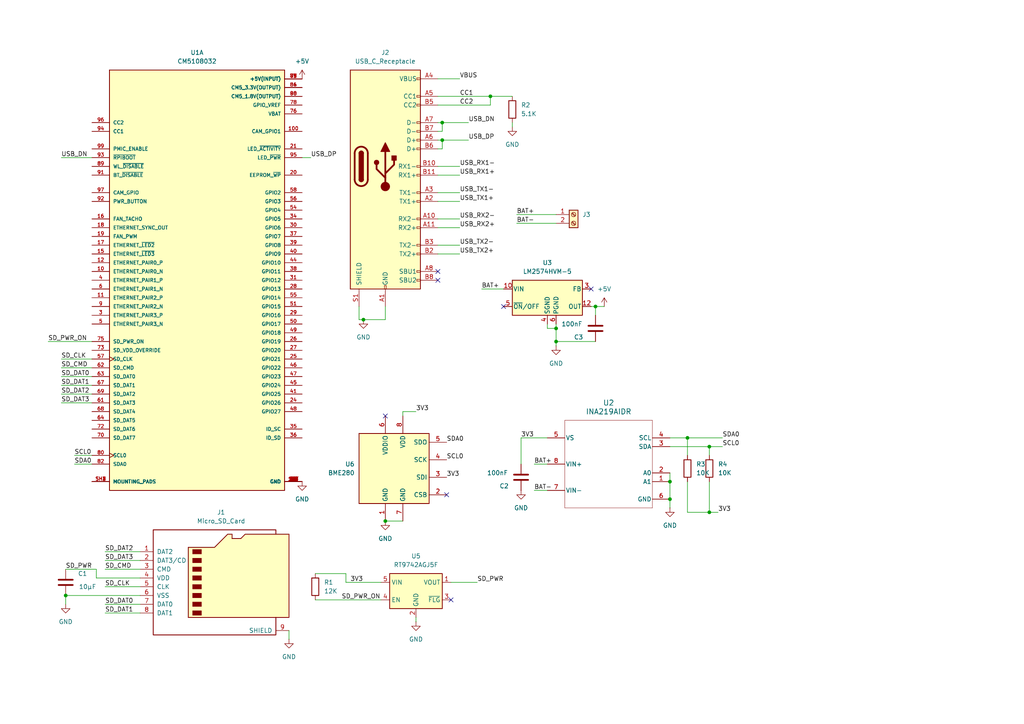
<source format=kicad_sch>
(kicad_sch
	(version 20250114)
	(generator "eeschema")
	(generator_version "9.0")
	(uuid "628852af-b0ce-401b-b578-7fb2ad7066e9")
	(paper "A4")
	(lib_symbols
		(symbol "2025-11-10_15-28-25:INA219AIDR"
			(pin_names
				(offset 0.254)
			)
			(exclude_from_sim no)
			(in_bom yes)
			(on_board yes)
			(property "Reference" "U"
				(at 0 2.54 0)
				(effects
					(font
						(size 1.524 1.524)
					)
				)
			)
			(property "Value" "INA219AIDR"
				(at 0 0 0)
				(effects
					(font
						(size 1.524 1.524)
					)
				)
			)
			(property "Footprint" "D0008A_N"
				(at 0 0 0)
				(effects
					(font
						(size 1.27 1.27)
						(italic yes)
					)
					(hide yes)
				)
			)
			(property "Datasheet" "https://www.ti.com/lit/gpn/ina219"
				(at 0 0 0)
				(effects
					(font
						(size 1.27 1.27)
						(italic yes)
					)
					(hide yes)
				)
			)
			(property "Description" ""
				(at 0 0 0)
				(effects
					(font
						(size 1.27 1.27)
					)
					(hide yes)
				)
			)
			(property "ki_locked" ""
				(at 0 0 0)
				(effects
					(font
						(size 1.27 1.27)
					)
				)
			)
			(property "ki_keywords" "INA219AIDR"
				(at 0 0 0)
				(effects
					(font
						(size 1.27 1.27)
					)
					(hide yes)
				)
			)
			(property "ki_fp_filters" "D0008A_N D0008A_M D0008A_L"
				(at 0 0 0)
				(effects
					(font
						(size 1.27 1.27)
					)
					(hide yes)
				)
			)
			(symbol "INA219AIDR_0_1"
				(polyline
					(pts
						(xy -12.7 12.7) (xy -12.7 -12.7)
					)
					(stroke
						(width 0.1016)
						(type default)
					)
					(fill
						(type none)
					)
				)
				(polyline
					(pts
						(xy -12.7 -12.7) (xy 12.7 -12.7)
					)
					(stroke
						(width 0.1016)
						(type default)
					)
					(fill
						(type none)
					)
				)
				(polyline
					(pts
						(xy 12.7 12.7) (xy -12.7 12.7)
					)
					(stroke
						(width 0.1016)
						(type default)
					)
					(fill
						(type none)
					)
				)
				(polyline
					(pts
						(xy 12.7 -12.7) (xy 12.7 12.7)
					)
					(stroke
						(width 0.1016)
						(type default)
					)
					(fill
						(type none)
					)
				)
				(pin power_in line
					(at -17.78 7.62 0)
					(length 5.08)
					(name "VS"
						(effects
							(font
								(size 1.27 1.27)
							)
						)
					)
					(number "5"
						(effects
							(font
								(size 1.27 1.27)
							)
						)
					)
				)
				(pin power_in line
					(at -17.78 0 0)
					(length 5.08)
					(name "VIN+"
						(effects
							(font
								(size 1.27 1.27)
							)
						)
					)
					(number "8"
						(effects
							(font
								(size 1.27 1.27)
							)
						)
					)
				)
				(pin power_in line
					(at -17.78 -7.62 0)
					(length 5.08)
					(name "VIN-"
						(effects
							(font
								(size 1.27 1.27)
							)
						)
					)
					(number "7"
						(effects
							(font
								(size 1.27 1.27)
							)
						)
					)
				)
				(pin input line
					(at 17.78 7.62 180)
					(length 5.08)
					(name "SCL"
						(effects
							(font
								(size 1.27 1.27)
							)
						)
					)
					(number "4"
						(effects
							(font
								(size 1.27 1.27)
							)
						)
					)
				)
				(pin bidirectional line
					(at 17.78 5.08 180)
					(length 5.08)
					(name "SDA"
						(effects
							(font
								(size 1.27 1.27)
							)
						)
					)
					(number "3"
						(effects
							(font
								(size 1.27 1.27)
							)
						)
					)
				)
				(pin input line
					(at 17.78 -2.54 180)
					(length 5.08)
					(name "A0"
						(effects
							(font
								(size 1.27 1.27)
							)
						)
					)
					(number "2"
						(effects
							(font
								(size 1.27 1.27)
							)
						)
					)
				)
				(pin input line
					(at 17.78 -5.08 180)
					(length 5.08)
					(name "A1"
						(effects
							(font
								(size 1.27 1.27)
							)
						)
					)
					(number "1"
						(effects
							(font
								(size 1.27 1.27)
							)
						)
					)
				)
				(pin power_in line
					(at 17.78 -10.16 180)
					(length 5.08)
					(name "GND"
						(effects
							(font
								(size 1.27 1.27)
							)
						)
					)
					(number "6"
						(effects
							(font
								(size 1.27 1.27)
							)
						)
					)
				)
			)
			(embedded_fonts no)
		)
		(symbol "CM5108032:CM5108032"
			(pin_names
				(offset 1.016)
			)
			(exclude_from_sim no)
			(in_bom yes)
			(on_board yes)
			(property "Reference" "U"
				(at -25.4 61.722 0)
				(effects
					(font
						(size 1.27 1.27)
					)
					(justify left bottom)
				)
			)
			(property "Value" "CM5108032"
				(at -25.4 -61.722 0)
				(effects
					(font
						(size 1.27 1.27)
					)
					(justify left top)
				)
			)
			(property "Footprint" "CM5108032:MODULE_CM5108032"
				(at 0 0 0)
				(effects
					(font
						(size 1.27 1.27)
					)
					(justify bottom)
					(hide yes)
				)
			)
			(property "Datasheet" ""
				(at 0 0 0)
				(effects
					(font
						(size 1.27 1.27)
					)
					(hide yes)
				)
			)
			(property "Description" ""
				(at 0 0 0)
				(effects
					(font
						(size 1.27 1.27)
					)
					(hide yes)
				)
			)
			(property "MF" "Raspberry Pi"
				(at 0 0 0)
				(effects
					(font
						(size 1.27 1.27)
					)
					(justify bottom)
					(hide yes)
				)
			)
			(property "MAXIMUM_PACKAGE_HEIGHT" "7.44mm"
				(at 0 0 0)
				(effects
					(font
						(size 1.27 1.27)
					)
					(justify bottom)
					(hide yes)
				)
			)
			(property "Package" "None"
				(at 0 0 0)
				(effects
					(font
						(size 1.27 1.27)
					)
					(justify bottom)
					(hide yes)
				)
			)
			(property "Price" "None"
				(at 0 0 0)
				(effects
					(font
						(size 1.27 1.27)
					)
					(justify bottom)
					(hide yes)
				)
			)
			(property "Check_prices" "https://www.snapeda.com/parts/CM5108032/Raspberry+Pi/view-part/?ref=eda"
				(at 0 0 0)
				(effects
					(font
						(size 1.27 1.27)
					)
					(justify bottom)
					(hide yes)
				)
			)
			(property "STANDARD" "Manufacturer Recommendations"
				(at 0 0 0)
				(effects
					(font
						(size 1.27 1.27)
					)
					(justify bottom)
					(hide yes)
				)
			)
			(property "PARTREV" "2024-11-27"
				(at 0 0 0)
				(effects
					(font
						(size 1.27 1.27)
					)
					(justify bottom)
					(hide yes)
				)
			)
			(property "SnapEDA_Link" "https://www.snapeda.com/parts/CM5108032/Raspberry+Pi/view-part/?ref=snap"
				(at 0 0 0)
				(effects
					(font
						(size 1.27 1.27)
					)
					(justify bottom)
					(hide yes)
				)
			)
			(property "MP" "CM5108032"
				(at 0 0 0)
				(effects
					(font
						(size 1.27 1.27)
					)
					(justify bottom)
					(hide yes)
				)
			)
			(property "Description_1" "Raspberry Compute Module 5, 8GB RAM, 32GB eMMC, Wireless"
				(at 0 0 0)
				(effects
					(font
						(size 1.27 1.27)
					)
					(justify bottom)
					(hide yes)
				)
			)
			(property "Availability" "In Stock"
				(at 0 0 0)
				(effects
					(font
						(size 1.27 1.27)
					)
					(justify bottom)
					(hide yes)
				)
			)
			(property "MANUFACTURER" "Raspberry Pi"
				(at 0 0 0)
				(effects
					(font
						(size 1.27 1.27)
					)
					(justify bottom)
					(hide yes)
				)
			)
			(symbol "CM5108032_1_0"
				(rectangle
					(start -25.4 -60.96)
					(end 25.4 60.96)
					(stroke
						(width 0.254)
						(type default)
					)
					(fill
						(type background)
					)
				)
				(pin bidirectional line
					(at -30.48 45.72 0)
					(length 5.08)
					(name "CC2"
						(effects
							(font
								(size 1.016 1.016)
							)
						)
					)
					(number "96"
						(effects
							(font
								(size 1.016 1.016)
							)
						)
					)
				)
				(pin bidirectional line
					(at -30.48 43.18 0)
					(length 5.08)
					(name "CC1"
						(effects
							(font
								(size 1.016 1.016)
							)
						)
					)
					(number "94"
						(effects
							(font
								(size 1.016 1.016)
							)
						)
					)
				)
				(pin input line
					(at -30.48 38.1 0)
					(length 5.08)
					(name "PMIC_ENABLE"
						(effects
							(font
								(size 1.016 1.016)
							)
						)
					)
					(number "99"
						(effects
							(font
								(size 1.016 1.016)
							)
						)
					)
				)
				(pin input line
					(at -30.48 35.56 0)
					(length 5.08)
					(name "~{RPIBOOT}"
						(effects
							(font
								(size 1.016 1.016)
							)
						)
					)
					(number "93"
						(effects
							(font
								(size 1.016 1.016)
							)
						)
					)
				)
				(pin input line
					(at -30.48 33.02 0)
					(length 5.08)
					(name "WL_~{DISABLE}"
						(effects
							(font
								(size 1.016 1.016)
							)
						)
					)
					(number "89"
						(effects
							(font
								(size 1.016 1.016)
							)
						)
					)
				)
				(pin input line
					(at -30.48 30.48 0)
					(length 5.08)
					(name "BT_~{DISABLE}"
						(effects
							(font
								(size 1.016 1.016)
							)
						)
					)
					(number "91"
						(effects
							(font
								(size 1.016 1.016)
							)
						)
					)
				)
				(pin bidirectional line
					(at -30.48 25.4 0)
					(length 5.08)
					(name "CAM_GPIO"
						(effects
							(font
								(size 1.016 1.016)
							)
						)
					)
					(number "97"
						(effects
							(font
								(size 1.016 1.016)
							)
						)
					)
				)
				(pin input line
					(at -30.48 22.86 0)
					(length 5.08)
					(name "PWR_BUTTON"
						(effects
							(font
								(size 1.016 1.016)
							)
						)
					)
					(number "92"
						(effects
							(font
								(size 1.016 1.016)
							)
						)
					)
				)
				(pin input line
					(at -30.48 17.78 0)
					(length 5.08)
					(name "FAN_TACHO"
						(effects
							(font
								(size 1.016 1.016)
							)
						)
					)
					(number "16"
						(effects
							(font
								(size 1.016 1.016)
							)
						)
					)
				)
				(pin output line
					(at -30.48 15.24 0)
					(length 5.08)
					(name "ETHERNET_SYNC_OUT"
						(effects
							(font
								(size 1.016 1.016)
							)
						)
					)
					(number "18"
						(effects
							(font
								(size 1.016 1.016)
							)
						)
					)
				)
				(pin output line
					(at -30.48 12.7 0)
					(length 5.08)
					(name "FAN_PWM"
						(effects
							(font
								(size 1.016 1.016)
							)
						)
					)
					(number "19"
						(effects
							(font
								(size 1.016 1.016)
							)
						)
					)
				)
				(pin output line
					(at -30.48 10.16 0)
					(length 5.08)
					(name "ETHERNET_~{LED2}"
						(effects
							(font
								(size 1.016 1.016)
							)
						)
					)
					(number "17"
						(effects
							(font
								(size 1.016 1.016)
							)
						)
					)
				)
				(pin output line
					(at -30.48 7.62 0)
					(length 5.08)
					(name "ETHERNET_~{LED3}"
						(effects
							(font
								(size 1.016 1.016)
							)
						)
					)
					(number "15"
						(effects
							(font
								(size 1.016 1.016)
							)
						)
					)
				)
				(pin bidirectional line
					(at -30.48 5.08 0)
					(length 5.08)
					(name "ETHERNET_PAIR0_P"
						(effects
							(font
								(size 1.016 1.016)
							)
						)
					)
					(number "12"
						(effects
							(font
								(size 1.016 1.016)
							)
						)
					)
				)
				(pin bidirectional line
					(at -30.48 2.54 0)
					(length 5.08)
					(name "ETHERNET_PAIR0_N"
						(effects
							(font
								(size 1.016 1.016)
							)
						)
					)
					(number "10"
						(effects
							(font
								(size 1.016 1.016)
							)
						)
					)
				)
				(pin bidirectional line
					(at -30.48 0 0)
					(length 5.08)
					(name "ETHERNET_PAIR1_P"
						(effects
							(font
								(size 1.016 1.016)
							)
						)
					)
					(number "4"
						(effects
							(font
								(size 1.016 1.016)
							)
						)
					)
				)
				(pin bidirectional line
					(at -30.48 -2.54 0)
					(length 5.08)
					(name "ETHERNET_PAIR1_N"
						(effects
							(font
								(size 1.016 1.016)
							)
						)
					)
					(number "6"
						(effects
							(font
								(size 1.016 1.016)
							)
						)
					)
				)
				(pin bidirectional line
					(at -30.48 -5.08 0)
					(length 5.08)
					(name "ETHERNET_PAIR2_P"
						(effects
							(font
								(size 1.016 1.016)
							)
						)
					)
					(number "11"
						(effects
							(font
								(size 1.016 1.016)
							)
						)
					)
				)
				(pin bidirectional line
					(at -30.48 -7.62 0)
					(length 5.08)
					(name "ETHERNET_PAIR2_N"
						(effects
							(font
								(size 1.016 1.016)
							)
						)
					)
					(number "9"
						(effects
							(font
								(size 1.016 1.016)
							)
						)
					)
				)
				(pin bidirectional line
					(at -30.48 -10.16 0)
					(length 5.08)
					(name "ETHERNET_PAIR3_P"
						(effects
							(font
								(size 1.016 1.016)
							)
						)
					)
					(number "3"
						(effects
							(font
								(size 1.016 1.016)
							)
						)
					)
				)
				(pin bidirectional line
					(at -30.48 -12.7 0)
					(length 5.08)
					(name "ETHERNET_PAIR3_N"
						(effects
							(font
								(size 1.016 1.016)
							)
						)
					)
					(number "5"
						(effects
							(font
								(size 1.016 1.016)
							)
						)
					)
				)
				(pin output line
					(at -30.48 -17.78 0)
					(length 5.08)
					(name "SD_PWR_ON"
						(effects
							(font
								(size 1.016 1.016)
							)
						)
					)
					(number "75"
						(effects
							(font
								(size 1.016 1.016)
							)
						)
					)
				)
				(pin input line
					(at -30.48 -20.32 0)
					(length 5.08)
					(name "SD_VDD_OVERRIDE"
						(effects
							(font
								(size 1.016 1.016)
							)
						)
					)
					(number "73"
						(effects
							(font
								(size 1.016 1.016)
							)
						)
					)
				)
				(pin bidirectional clock
					(at -30.48 -22.86 0)
					(length 5.08)
					(name "SD_CLK"
						(effects
							(font
								(size 1.016 1.016)
							)
						)
					)
					(number "57"
						(effects
							(font
								(size 1.016 1.016)
							)
						)
					)
				)
				(pin input line
					(at -30.48 -25.4 0)
					(length 5.08)
					(name "SD_CMD"
						(effects
							(font
								(size 1.016 1.016)
							)
						)
					)
					(number "62"
						(effects
							(font
								(size 1.016 1.016)
							)
						)
					)
				)
				(pin bidirectional line
					(at -30.48 -27.94 0)
					(length 5.08)
					(name "SD_DAT0"
						(effects
							(font
								(size 1.016 1.016)
							)
						)
					)
					(number "63"
						(effects
							(font
								(size 1.016 1.016)
							)
						)
					)
				)
				(pin bidirectional line
					(at -30.48 -30.48 0)
					(length 5.08)
					(name "SD_DAT1"
						(effects
							(font
								(size 1.016 1.016)
							)
						)
					)
					(number "67"
						(effects
							(font
								(size 1.016 1.016)
							)
						)
					)
				)
				(pin bidirectional line
					(at -30.48 -33.02 0)
					(length 5.08)
					(name "SD_DAT2"
						(effects
							(font
								(size 1.016 1.016)
							)
						)
					)
					(number "69"
						(effects
							(font
								(size 1.016 1.016)
							)
						)
					)
				)
				(pin bidirectional line
					(at -30.48 -35.56 0)
					(length 5.08)
					(name "SD_DAT3"
						(effects
							(font
								(size 1.016 1.016)
							)
						)
					)
					(number "61"
						(effects
							(font
								(size 1.016 1.016)
							)
						)
					)
				)
				(pin bidirectional line
					(at -30.48 -38.1 0)
					(length 5.08)
					(name "SD_DAT4"
						(effects
							(font
								(size 1.016 1.016)
							)
						)
					)
					(number "68"
						(effects
							(font
								(size 1.016 1.016)
							)
						)
					)
				)
				(pin bidirectional line
					(at -30.48 -40.64 0)
					(length 5.08)
					(name "SD_DAT5"
						(effects
							(font
								(size 1.016 1.016)
							)
						)
					)
					(number "64"
						(effects
							(font
								(size 1.016 1.016)
							)
						)
					)
				)
				(pin bidirectional line
					(at -30.48 -43.18 0)
					(length 5.08)
					(name "SD_DAT6"
						(effects
							(font
								(size 1.016 1.016)
							)
						)
					)
					(number "72"
						(effects
							(font
								(size 1.016 1.016)
							)
						)
					)
				)
				(pin bidirectional line
					(at -30.48 -45.72 0)
					(length 5.08)
					(name "SD_DAT7"
						(effects
							(font
								(size 1.016 1.016)
							)
						)
					)
					(number "70"
						(effects
							(font
								(size 1.016 1.016)
							)
						)
					)
				)
				(pin input clock
					(at -30.48 -50.8 0)
					(length 5.08)
					(name "SCL0"
						(effects
							(font
								(size 1.016 1.016)
							)
						)
					)
					(number "80"
						(effects
							(font
								(size 1.016 1.016)
							)
						)
					)
				)
				(pin bidirectional line
					(at -30.48 -53.34 0)
					(length 5.08)
					(name "SDA0"
						(effects
							(font
								(size 1.016 1.016)
							)
						)
					)
					(number "82"
						(effects
							(font
								(size 1.016 1.016)
							)
						)
					)
				)
				(pin passive line
					(at -30.48 -58.42 0)
					(length 5.08)
					(name "MOUNTING_PADS"
						(effects
							(font
								(size 1.016 1.016)
							)
						)
					)
					(number "SH1"
						(effects
							(font
								(size 1.016 1.016)
							)
						)
					)
				)
				(pin passive line
					(at -30.48 -58.42 0)
					(length 5.08)
					(name "MOUNTING_PADS"
						(effects
							(font
								(size 1.016 1.016)
							)
						)
					)
					(number "SH2"
						(effects
							(font
								(size 1.016 1.016)
							)
						)
					)
				)
				(pin passive line
					(at -30.48 -58.42 0)
					(length 5.08)
					(name "MOUNTING_PADS"
						(effects
							(font
								(size 1.016 1.016)
							)
						)
					)
					(number "SH3"
						(effects
							(font
								(size 1.016 1.016)
							)
						)
					)
				)
				(pin passive line
					(at -30.48 -58.42 0)
					(length 5.08)
					(name "MOUNTING_PADS"
						(effects
							(font
								(size 1.016 1.016)
							)
						)
					)
					(number "SH4"
						(effects
							(font
								(size 1.016 1.016)
							)
						)
					)
				)
				(pin power_in line
					(at 30.48 58.42 180)
					(length 5.08)
					(name "+5V(INPUT)"
						(effects
							(font
								(size 1.016 1.016)
							)
						)
					)
					(number "77"
						(effects
							(font
								(size 1.016 1.016)
							)
						)
					)
				)
				(pin power_in line
					(at 30.48 58.42 180)
					(length 5.08)
					(name "+5V(INPUT)"
						(effects
							(font
								(size 1.016 1.016)
							)
						)
					)
					(number "79"
						(effects
							(font
								(size 1.016 1.016)
							)
						)
					)
				)
				(pin power_in line
					(at 30.48 58.42 180)
					(length 5.08)
					(name "+5V(INPUT)"
						(effects
							(font
								(size 1.016 1.016)
							)
						)
					)
					(number "81"
						(effects
							(font
								(size 1.016 1.016)
							)
						)
					)
				)
				(pin power_in line
					(at 30.48 58.42 180)
					(length 5.08)
					(name "+5V(INPUT)"
						(effects
							(font
								(size 1.016 1.016)
							)
						)
					)
					(number "83"
						(effects
							(font
								(size 1.016 1.016)
							)
						)
					)
				)
				(pin power_in line
					(at 30.48 58.42 180)
					(length 5.08)
					(name "+5V(INPUT)"
						(effects
							(font
								(size 1.016 1.016)
							)
						)
					)
					(number "85"
						(effects
							(font
								(size 1.016 1.016)
							)
						)
					)
				)
				(pin power_in line
					(at 30.48 58.42 180)
					(length 5.08)
					(name "+5V(INPUT)"
						(effects
							(font
								(size 1.016 1.016)
							)
						)
					)
					(number "87"
						(effects
							(font
								(size 1.016 1.016)
							)
						)
					)
				)
				(pin power_in line
					(at 30.48 55.88 180)
					(length 5.08)
					(name "CM5_3.3V(OUTPUT)"
						(effects
							(font
								(size 1.016 1.016)
							)
						)
					)
					(number "84"
						(effects
							(font
								(size 1.016 1.016)
							)
						)
					)
				)
				(pin power_in line
					(at 30.48 55.88 180)
					(length 5.08)
					(name "CM5_3.3V(OUTPUT)"
						(effects
							(font
								(size 1.016 1.016)
							)
						)
					)
					(number "86"
						(effects
							(font
								(size 1.016 1.016)
							)
						)
					)
				)
				(pin power_in line
					(at 30.48 53.34 180)
					(length 5.08)
					(name "CM5_1.8V(OUTPUT)"
						(effects
							(font
								(size 1.016 1.016)
							)
						)
					)
					(number "88"
						(effects
							(font
								(size 1.016 1.016)
							)
						)
					)
				)
				(pin power_in line
					(at 30.48 53.34 180)
					(length 5.08)
					(name "CM5_1.8V(OUTPUT)"
						(effects
							(font
								(size 1.016 1.016)
							)
						)
					)
					(number "90"
						(effects
							(font
								(size 1.016 1.016)
							)
						)
					)
				)
				(pin power_in line
					(at 30.48 50.8 180)
					(length 5.08)
					(name "GPIO_VREF"
						(effects
							(font
								(size 1.016 1.016)
							)
						)
					)
					(number "78"
						(effects
							(font
								(size 1.016 1.016)
							)
						)
					)
				)
				(pin power_in line
					(at 30.48 48.26 180)
					(length 5.08)
					(name "VBAT"
						(effects
							(font
								(size 1.016 1.016)
							)
						)
					)
					(number "76"
						(effects
							(font
								(size 1.016 1.016)
							)
						)
					)
				)
				(pin output line
					(at 30.48 43.18 180)
					(length 5.08)
					(name "CAM_GPIO1"
						(effects
							(font
								(size 1.016 1.016)
							)
						)
					)
					(number "100"
						(effects
							(font
								(size 1.016 1.016)
							)
						)
					)
				)
				(pin bidirectional line
					(at 30.48 38.1 180)
					(length 5.08)
					(name "LED_~{ACTIVITY}"
						(effects
							(font
								(size 1.016 1.016)
							)
						)
					)
					(number "21"
						(effects
							(font
								(size 1.016 1.016)
							)
						)
					)
				)
				(pin output line
					(at 30.48 35.56 180)
					(length 5.08)
					(name "LED_~{PWR}"
						(effects
							(font
								(size 1.016 1.016)
							)
						)
					)
					(number "95"
						(effects
							(font
								(size 1.016 1.016)
							)
						)
					)
				)
				(pin bidirectional line
					(at 30.48 30.48 180)
					(length 5.08)
					(name "EEPROM_~{WP}"
						(effects
							(font
								(size 1.016 1.016)
							)
						)
					)
					(number "20"
						(effects
							(font
								(size 1.016 1.016)
							)
						)
					)
				)
				(pin bidirectional line
					(at 30.48 25.4 180)
					(length 5.08)
					(name "GPIO2"
						(effects
							(font
								(size 1.016 1.016)
							)
						)
					)
					(number "58"
						(effects
							(font
								(size 1.016 1.016)
							)
						)
					)
				)
				(pin bidirectional line
					(at 30.48 22.86 180)
					(length 5.08)
					(name "GPIO3"
						(effects
							(font
								(size 1.016 1.016)
							)
						)
					)
					(number "56"
						(effects
							(font
								(size 1.016 1.016)
							)
						)
					)
				)
				(pin bidirectional line
					(at 30.48 20.32 180)
					(length 5.08)
					(name "GPIO4"
						(effects
							(font
								(size 1.016 1.016)
							)
						)
					)
					(number "54"
						(effects
							(font
								(size 1.016 1.016)
							)
						)
					)
				)
				(pin bidirectional line
					(at 30.48 17.78 180)
					(length 5.08)
					(name "GPIO5"
						(effects
							(font
								(size 1.016 1.016)
							)
						)
					)
					(number "34"
						(effects
							(font
								(size 1.016 1.016)
							)
						)
					)
				)
				(pin bidirectional line
					(at 30.48 15.24 180)
					(length 5.08)
					(name "GPIO6"
						(effects
							(font
								(size 1.016 1.016)
							)
						)
					)
					(number "30"
						(effects
							(font
								(size 1.016 1.016)
							)
						)
					)
				)
				(pin bidirectional line
					(at 30.48 12.7 180)
					(length 5.08)
					(name "GPIO7"
						(effects
							(font
								(size 1.016 1.016)
							)
						)
					)
					(number "37"
						(effects
							(font
								(size 1.016 1.016)
							)
						)
					)
				)
				(pin bidirectional line
					(at 30.48 10.16 180)
					(length 5.08)
					(name "GPIO8"
						(effects
							(font
								(size 1.016 1.016)
							)
						)
					)
					(number "39"
						(effects
							(font
								(size 1.016 1.016)
							)
						)
					)
				)
				(pin bidirectional line
					(at 30.48 7.62 180)
					(length 5.08)
					(name "GPIO9"
						(effects
							(font
								(size 1.016 1.016)
							)
						)
					)
					(number "40"
						(effects
							(font
								(size 1.016 1.016)
							)
						)
					)
				)
				(pin bidirectional line
					(at 30.48 5.08 180)
					(length 5.08)
					(name "GPIO10"
						(effects
							(font
								(size 1.016 1.016)
							)
						)
					)
					(number "44"
						(effects
							(font
								(size 1.016 1.016)
							)
						)
					)
				)
				(pin bidirectional line
					(at 30.48 2.54 180)
					(length 5.08)
					(name "GPIO11"
						(effects
							(font
								(size 1.016 1.016)
							)
						)
					)
					(number "38"
						(effects
							(font
								(size 1.016 1.016)
							)
						)
					)
				)
				(pin bidirectional line
					(at 30.48 0 180)
					(length 5.08)
					(name "GPIO12"
						(effects
							(font
								(size 1.016 1.016)
							)
						)
					)
					(number "31"
						(effects
							(font
								(size 1.016 1.016)
							)
						)
					)
				)
				(pin bidirectional line
					(at 30.48 -2.54 180)
					(length 5.08)
					(name "GPIO13"
						(effects
							(font
								(size 1.016 1.016)
							)
						)
					)
					(number "28"
						(effects
							(font
								(size 1.016 1.016)
							)
						)
					)
				)
				(pin bidirectional line
					(at 30.48 -5.08 180)
					(length 5.08)
					(name "GPIO14"
						(effects
							(font
								(size 1.016 1.016)
							)
						)
					)
					(number "55"
						(effects
							(font
								(size 1.016 1.016)
							)
						)
					)
				)
				(pin bidirectional line
					(at 30.48 -7.62 180)
					(length 5.08)
					(name "GPIO15"
						(effects
							(font
								(size 1.016 1.016)
							)
						)
					)
					(number "51"
						(effects
							(font
								(size 1.016 1.016)
							)
						)
					)
				)
				(pin bidirectional line
					(at 30.48 -10.16 180)
					(length 5.08)
					(name "GPIO16"
						(effects
							(font
								(size 1.016 1.016)
							)
						)
					)
					(number "29"
						(effects
							(font
								(size 1.016 1.016)
							)
						)
					)
				)
				(pin bidirectional line
					(at 30.48 -12.7 180)
					(length 5.08)
					(name "GPIO17"
						(effects
							(font
								(size 1.016 1.016)
							)
						)
					)
					(number "50"
						(effects
							(font
								(size 1.016 1.016)
							)
						)
					)
				)
				(pin bidirectional line
					(at 30.48 -15.24 180)
					(length 5.08)
					(name "GPIO18"
						(effects
							(font
								(size 1.016 1.016)
							)
						)
					)
					(number "49"
						(effects
							(font
								(size 1.016 1.016)
							)
						)
					)
				)
				(pin bidirectional line
					(at 30.48 -17.78 180)
					(length 5.08)
					(name "GPIO19"
						(effects
							(font
								(size 1.016 1.016)
							)
						)
					)
					(number "26"
						(effects
							(font
								(size 1.016 1.016)
							)
						)
					)
				)
				(pin bidirectional line
					(at 30.48 -20.32 180)
					(length 5.08)
					(name "GPIO20"
						(effects
							(font
								(size 1.016 1.016)
							)
						)
					)
					(number "27"
						(effects
							(font
								(size 1.016 1.016)
							)
						)
					)
				)
				(pin bidirectional line
					(at 30.48 -22.86 180)
					(length 5.08)
					(name "GPIO21"
						(effects
							(font
								(size 1.016 1.016)
							)
						)
					)
					(number "25"
						(effects
							(font
								(size 1.016 1.016)
							)
						)
					)
				)
				(pin bidirectional line
					(at 30.48 -25.4 180)
					(length 5.08)
					(name "GPIO22"
						(effects
							(font
								(size 1.016 1.016)
							)
						)
					)
					(number "46"
						(effects
							(font
								(size 1.016 1.016)
							)
						)
					)
				)
				(pin bidirectional line
					(at 30.48 -27.94 180)
					(length 5.08)
					(name "GPIO23"
						(effects
							(font
								(size 1.016 1.016)
							)
						)
					)
					(number "47"
						(effects
							(font
								(size 1.016 1.016)
							)
						)
					)
				)
				(pin bidirectional line
					(at 30.48 -30.48 180)
					(length 5.08)
					(name "GPIO24"
						(effects
							(font
								(size 1.016 1.016)
							)
						)
					)
					(number "45"
						(effects
							(font
								(size 1.016 1.016)
							)
						)
					)
				)
				(pin bidirectional line
					(at 30.48 -33.02 180)
					(length 5.08)
					(name "GPIO25"
						(effects
							(font
								(size 1.016 1.016)
							)
						)
					)
					(number "41"
						(effects
							(font
								(size 1.016 1.016)
							)
						)
					)
				)
				(pin bidirectional line
					(at 30.48 -35.56 180)
					(length 5.08)
					(name "GPIO26"
						(effects
							(font
								(size 1.016 1.016)
							)
						)
					)
					(number "24"
						(effects
							(font
								(size 1.016 1.016)
							)
						)
					)
				)
				(pin bidirectional line
					(at 30.48 -38.1 180)
					(length 5.08)
					(name "GPIO27"
						(effects
							(font
								(size 1.016 1.016)
							)
						)
					)
					(number "48"
						(effects
							(font
								(size 1.016 1.016)
							)
						)
					)
				)
				(pin bidirectional line
					(at 30.48 -43.18 180)
					(length 5.08)
					(name "ID_SC"
						(effects
							(font
								(size 1.016 1.016)
							)
						)
					)
					(number "35"
						(effects
							(font
								(size 1.016 1.016)
							)
						)
					)
				)
				(pin bidirectional line
					(at 30.48 -45.72 180)
					(length 5.08)
					(name "ID_SD"
						(effects
							(font
								(size 1.016 1.016)
							)
						)
					)
					(number "36"
						(effects
							(font
								(size 1.016 1.016)
							)
						)
					)
				)
				(pin power_in line
					(at 30.48 -58.42 180)
					(length 5.08)
					(name "GND"
						(effects
							(font
								(size 1.016 1.016)
							)
						)
					)
					(number "1"
						(effects
							(font
								(size 1.016 1.016)
							)
						)
					)
				)
				(pin power_in line
					(at 30.48 -58.42 180)
					(length 5.08)
					(name "GND"
						(effects
							(font
								(size 1.016 1.016)
							)
						)
					)
					(number "107"
						(effects
							(font
								(size 1.016 1.016)
							)
						)
					)
				)
				(pin power_in line
					(at 30.48 -58.42 180)
					(length 5.08)
					(name "GND"
						(effects
							(font
								(size 1.016 1.016)
							)
						)
					)
					(number "108"
						(effects
							(font
								(size 1.016 1.016)
							)
						)
					)
				)
				(pin power_in line
					(at 30.48 -58.42 180)
					(length 5.08)
					(name "GND"
						(effects
							(font
								(size 1.016 1.016)
							)
						)
					)
					(number "113"
						(effects
							(font
								(size 1.016 1.016)
							)
						)
					)
				)
				(pin power_in line
					(at 30.48 -58.42 180)
					(length 5.08)
					(name "GND"
						(effects
							(font
								(size 1.016 1.016)
							)
						)
					)
					(number "114"
						(effects
							(font
								(size 1.016 1.016)
							)
						)
					)
				)
				(pin power_in line
					(at 30.48 -58.42 180)
					(length 5.08)
					(name "GND"
						(effects
							(font
								(size 1.016 1.016)
							)
						)
					)
					(number "119"
						(effects
							(font
								(size 1.016 1.016)
							)
						)
					)
				)
				(pin power_in line
					(at 30.48 -58.42 180)
					(length 5.08)
					(name "GND"
						(effects
							(font
								(size 1.016 1.016)
							)
						)
					)
					(number "120"
						(effects
							(font
								(size 1.016 1.016)
							)
						)
					)
				)
				(pin power_in line
					(at 30.48 -58.42 180)
					(length 5.08)
					(name "GND"
						(effects
							(font
								(size 1.016 1.016)
							)
						)
					)
					(number "125"
						(effects
							(font
								(size 1.016 1.016)
							)
						)
					)
				)
				(pin power_in line
					(at 30.48 -58.42 180)
					(length 5.08)
					(name "GND"
						(effects
							(font
								(size 1.016 1.016)
							)
						)
					)
					(number "126"
						(effects
							(font
								(size 1.016 1.016)
							)
						)
					)
				)
				(pin power_in line
					(at 30.48 -58.42 180)
					(length 5.08)
					(name "GND"
						(effects
							(font
								(size 1.016 1.016)
							)
						)
					)
					(number "13"
						(effects
							(font
								(size 1.016 1.016)
							)
						)
					)
				)
				(pin power_in line
					(at 30.48 -58.42 180)
					(length 5.08)
					(name "GND"
						(effects
							(font
								(size 1.016 1.016)
							)
						)
					)
					(number "131"
						(effects
							(font
								(size 1.016 1.016)
							)
						)
					)
				)
				(pin power_in line
					(at 30.48 -58.42 180)
					(length 5.08)
					(name "GND"
						(effects
							(font
								(size 1.016 1.016)
							)
						)
					)
					(number "132"
						(effects
							(font
								(size 1.016 1.016)
							)
						)
					)
				)
				(pin power_in line
					(at 30.48 -58.42 180)
					(length 5.08)
					(name "GND"
						(effects
							(font
								(size 1.016 1.016)
							)
						)
					)
					(number "137"
						(effects
							(font
								(size 1.016 1.016)
							)
						)
					)
				)
				(pin power_in line
					(at 30.48 -58.42 180)
					(length 5.08)
					(name "GND"
						(effects
							(font
								(size 1.016 1.016)
							)
						)
					)
					(number "138"
						(effects
							(font
								(size 1.016 1.016)
							)
						)
					)
				)
				(pin power_in line
					(at 30.48 -58.42 180)
					(length 5.08)
					(name "GND"
						(effects
							(font
								(size 1.016 1.016)
							)
						)
					)
					(number "14"
						(effects
							(font
								(size 1.016 1.016)
							)
						)
					)
				)
				(pin power_in line
					(at 30.48 -58.42 180)
					(length 5.08)
					(name "GND"
						(effects
							(font
								(size 1.016 1.016)
							)
						)
					)
					(number "144"
						(effects
							(font
								(size 1.016 1.016)
							)
						)
					)
				)
				(pin power_in line
					(at 30.48 -58.42 180)
					(length 5.08)
					(name "GND"
						(effects
							(font
								(size 1.016 1.016)
							)
						)
					)
					(number "150"
						(effects
							(font
								(size 1.016 1.016)
							)
						)
					)
				)
				(pin power_in line
					(at 30.48 -58.42 180)
					(length 5.08)
					(name "GND"
						(effects
							(font
								(size 1.016 1.016)
							)
						)
					)
					(number "155"
						(effects
							(font
								(size 1.016 1.016)
							)
						)
					)
				)
				(pin power_in line
					(at 30.48 -58.42 180)
					(length 5.08)
					(name "GND"
						(effects
							(font
								(size 1.016 1.016)
							)
						)
					)
					(number "156"
						(effects
							(font
								(size 1.016 1.016)
							)
						)
					)
				)
				(pin power_in line
					(at 30.48 -58.42 180)
					(length 5.08)
					(name "GND"
						(effects
							(font
								(size 1.016 1.016)
							)
						)
					)
					(number "161"
						(effects
							(font
								(size 1.016 1.016)
							)
						)
					)
				)
				(pin power_in line
					(at 30.48 -58.42 180)
					(length 5.08)
					(name "GND"
						(effects
							(font
								(size 1.016 1.016)
							)
						)
					)
					(number "162"
						(effects
							(font
								(size 1.016 1.016)
							)
						)
					)
				)
				(pin power_in line
					(at 30.48 -58.42 180)
					(length 5.08)
					(name "GND"
						(effects
							(font
								(size 1.016 1.016)
							)
						)
					)
					(number "167"
						(effects
							(font
								(size 1.016 1.016)
							)
						)
					)
				)
				(pin power_in line
					(at 30.48 -58.42 180)
					(length 5.08)
					(name "GND"
						(effects
							(font
								(size 1.016 1.016)
							)
						)
					)
					(number "168"
						(effects
							(font
								(size 1.016 1.016)
							)
						)
					)
				)
				(pin power_in line
					(at 30.48 -58.42 180)
					(length 5.08)
					(name "GND"
						(effects
							(font
								(size 1.016 1.016)
							)
						)
					)
					(number "173"
						(effects
							(font
								(size 1.016 1.016)
							)
						)
					)
				)
				(pin power_in line
					(at 30.48 -58.42 180)
					(length 5.08)
					(name "GND"
						(effects
							(font
								(size 1.016 1.016)
							)
						)
					)
					(number "174"
						(effects
							(font
								(size 1.016 1.016)
							)
						)
					)
				)
				(pin power_in line
					(at 30.48 -58.42 180)
					(length 5.08)
					(name "GND"
						(effects
							(font
								(size 1.016 1.016)
							)
						)
					)
					(number "179"
						(effects
							(font
								(size 1.016 1.016)
							)
						)
					)
				)
				(pin power_in line
					(at 30.48 -58.42 180)
					(length 5.08)
					(name "GND"
						(effects
							(font
								(size 1.016 1.016)
							)
						)
					)
					(number "180"
						(effects
							(font
								(size 1.016 1.016)
							)
						)
					)
				)
				(pin power_in line
					(at 30.48 -58.42 180)
					(length 5.08)
					(name "GND"
						(effects
							(font
								(size 1.016 1.016)
							)
						)
					)
					(number "185"
						(effects
							(font
								(size 1.016 1.016)
							)
						)
					)
				)
				(pin power_in line
					(at 30.48 -58.42 180)
					(length 5.08)
					(name "GND"
						(effects
							(font
								(size 1.016 1.016)
							)
						)
					)
					(number "186"
						(effects
							(font
								(size 1.016 1.016)
							)
						)
					)
				)
				(pin power_in line
					(at 30.48 -58.42 180)
					(length 5.08)
					(name "GND"
						(effects
							(font
								(size 1.016 1.016)
							)
						)
					)
					(number "191"
						(effects
							(font
								(size 1.016 1.016)
							)
						)
					)
				)
				(pin power_in line
					(at 30.48 -58.42 180)
					(length 5.08)
					(name "GND"
						(effects
							(font
								(size 1.016 1.016)
							)
						)
					)
					(number "192"
						(effects
							(font
								(size 1.016 1.016)
							)
						)
					)
				)
				(pin power_in line
					(at 30.48 -58.42 180)
					(length 5.08)
					(name "GND"
						(effects
							(font
								(size 1.016 1.016)
							)
						)
					)
					(number "197"
						(effects
							(font
								(size 1.016 1.016)
							)
						)
					)
				)
				(pin power_in line
					(at 30.48 -58.42 180)
					(length 5.08)
					(name "GND"
						(effects
							(font
								(size 1.016 1.016)
							)
						)
					)
					(number "198"
						(effects
							(font
								(size 1.016 1.016)
							)
						)
					)
				)
				(pin power_in line
					(at 30.48 -58.42 180)
					(length 5.08)
					(name "GND"
						(effects
							(font
								(size 1.016 1.016)
							)
						)
					)
					(number "2"
						(effects
							(font
								(size 1.016 1.016)
							)
						)
					)
				)
				(pin power_in line
					(at 30.48 -58.42 180)
					(length 5.08)
					(name "GND"
						(effects
							(font
								(size 1.016 1.016)
							)
						)
					)
					(number "22"
						(effects
							(font
								(size 1.016 1.016)
							)
						)
					)
				)
				(pin power_in line
					(at 30.48 -58.42 180)
					(length 5.08)
					(name "GND"
						(effects
							(font
								(size 1.016 1.016)
							)
						)
					)
					(number "23"
						(effects
							(font
								(size 1.016 1.016)
							)
						)
					)
				)
				(pin power_in line
					(at 30.48 -58.42 180)
					(length 5.08)
					(name "GND"
						(effects
							(font
								(size 1.016 1.016)
							)
						)
					)
					(number "32"
						(effects
							(font
								(size 1.016 1.016)
							)
						)
					)
				)
				(pin power_in line
					(at 30.48 -58.42 180)
					(length 5.08)
					(name "GND"
						(effects
							(font
								(size 1.016 1.016)
							)
						)
					)
					(number "33"
						(effects
							(font
								(size 1.016 1.016)
							)
						)
					)
				)
				(pin power_in line
					(at 30.48 -58.42 180)
					(length 5.08)
					(name "GND"
						(effects
							(font
								(size 1.016 1.016)
							)
						)
					)
					(number "42"
						(effects
							(font
								(size 1.016 1.016)
							)
						)
					)
				)
				(pin power_in line
					(at 30.48 -58.42 180)
					(length 5.08)
					(name "GND"
						(effects
							(font
								(size 1.016 1.016)
							)
						)
					)
					(number "43"
						(effects
							(font
								(size 1.016 1.016)
							)
						)
					)
				)
				(pin power_in line
					(at 30.48 -58.42 180)
					(length 5.08)
					(name "GND"
						(effects
							(font
								(size 1.016 1.016)
							)
						)
					)
					(number "52"
						(effects
							(font
								(size 1.016 1.016)
							)
						)
					)
				)
				(pin power_in line
					(at 30.48 -58.42 180)
					(length 5.08)
					(name "GND"
						(effects
							(font
								(size 1.016 1.016)
							)
						)
					)
					(number "53"
						(effects
							(font
								(size 1.016 1.016)
							)
						)
					)
				)
				(pin power_in line
					(at 30.48 -58.42 180)
					(length 5.08)
					(name "GND"
						(effects
							(font
								(size 1.016 1.016)
							)
						)
					)
					(number "59"
						(effects
							(font
								(size 1.016 1.016)
							)
						)
					)
				)
				(pin power_in line
					(at 30.48 -58.42 180)
					(length 5.08)
					(name "GND"
						(effects
							(font
								(size 1.016 1.016)
							)
						)
					)
					(number "60"
						(effects
							(font
								(size 1.016 1.016)
							)
						)
					)
				)
				(pin power_in line
					(at 30.48 -58.42 180)
					(length 5.08)
					(name "GND"
						(effects
							(font
								(size 1.016 1.016)
							)
						)
					)
					(number "65"
						(effects
							(font
								(size 1.016 1.016)
							)
						)
					)
				)
				(pin power_in line
					(at 30.48 -58.42 180)
					(length 5.08)
					(name "GND"
						(effects
							(font
								(size 1.016 1.016)
							)
						)
					)
					(number "66"
						(effects
							(font
								(size 1.016 1.016)
							)
						)
					)
				)
				(pin power_in line
					(at 30.48 -58.42 180)
					(length 5.08)
					(name "GND"
						(effects
							(font
								(size 1.016 1.016)
							)
						)
					)
					(number "7"
						(effects
							(font
								(size 1.016 1.016)
							)
						)
					)
				)
				(pin power_in line
					(at 30.48 -58.42 180)
					(length 5.08)
					(name "GND"
						(effects
							(font
								(size 1.016 1.016)
							)
						)
					)
					(number "71"
						(effects
							(font
								(size 1.016 1.016)
							)
						)
					)
				)
				(pin power_in line
					(at 30.48 -58.42 180)
					(length 5.08)
					(name "GND"
						(effects
							(font
								(size 1.016 1.016)
							)
						)
					)
					(number "74"
						(effects
							(font
								(size 1.016 1.016)
							)
						)
					)
				)
				(pin power_in line
					(at 30.48 -58.42 180)
					(length 5.08)
					(name "GND"
						(effects
							(font
								(size 1.016 1.016)
							)
						)
					)
					(number "8"
						(effects
							(font
								(size 1.016 1.016)
							)
						)
					)
				)
				(pin power_in line
					(at 30.48 -58.42 180)
					(length 5.08)
					(name "GND"
						(effects
							(font
								(size 1.016 1.016)
							)
						)
					)
					(number "98"
						(effects
							(font
								(size 1.016 1.016)
							)
						)
					)
				)
			)
			(symbol "CM5108032_2_0"
				(rectangle
					(start -25.4 -50.8)
					(end 25.4 50.8)
					(stroke
						(width 0.254)
						(type default)
					)
					(fill
						(type background)
					)
				)
				(pin input line
					(at -30.48 48.26 0)
					(length 5.08)
					(name "USB_OTG_ID"
						(effects
							(font
								(size 1.016 1.016)
							)
						)
					)
					(number "101"
						(effects
							(font
								(size 1.016 1.016)
							)
						)
					)
				)
				(pin bidirectional line
					(at -30.48 45.72 0)
					(length 5.08)
					(name "USB_P"
						(effects
							(font
								(size 1.016 1.016)
							)
						)
					)
					(number "105"
						(effects
							(font
								(size 1.016 1.016)
							)
						)
					)
				)
				(pin bidirectional line
					(at -30.48 43.18 0)
					(length 5.08)
					(name "USB_N"
						(effects
							(font
								(size 1.016 1.016)
							)
						)
					)
					(number "103"
						(effects
							(font
								(size 1.016 1.016)
							)
						)
					)
				)
				(pin bidirectional line
					(at -30.48 38.1 0)
					(length 5.08)
					(name "USB3-0-TX_P"
						(effects
							(font
								(size 1.016 1.016)
							)
						)
					)
					(number "142"
						(effects
							(font
								(size 1.016 1.016)
							)
						)
					)
				)
				(pin bidirectional line
					(at -30.48 35.56 0)
					(length 5.08)
					(name "USB3-0-TX_N"
						(effects
							(font
								(size 1.016 1.016)
							)
						)
					)
					(number "140"
						(effects
							(font
								(size 1.016 1.016)
							)
						)
					)
				)
				(pin bidirectional line
					(at -30.48 33.02 0)
					(length 5.08)
					(name "USB3-0-RX_P"
						(effects
							(font
								(size 1.016 1.016)
							)
						)
					)
					(number "130"
						(effects
							(font
								(size 1.016 1.016)
							)
						)
					)
				)
				(pin bidirectional line
					(at -30.48 30.48 0)
					(length 5.08)
					(name "USB3-0-RX_N"
						(effects
							(font
								(size 1.016 1.016)
							)
						)
					)
					(number "128"
						(effects
							(font
								(size 1.016 1.016)
							)
						)
					)
				)
				(pin bidirectional line
					(at -30.48 27.94 0)
					(length 5.08)
					(name "USB3-0-DM"
						(effects
							(font
								(size 1.016 1.016)
							)
						)
					)
					(number "136"
						(effects
							(font
								(size 1.016 1.016)
							)
						)
					)
				)
				(pin bidirectional line
					(at -30.48 25.4 0)
					(length 5.08)
					(name "USB3-0-DP"
						(effects
							(font
								(size 1.016 1.016)
							)
						)
					)
					(number "134"
						(effects
							(font
								(size 1.016 1.016)
							)
						)
					)
				)
				(pin input clock
					(at -30.48 20.32 0)
					(length 5.08)
					(name "MIPI0_C_P"
						(effects
							(font
								(size 1.016 1.016)
							)
						)
					)
					(number "129"
						(effects
							(font
								(size 1.016 1.016)
							)
						)
					)
				)
				(pin input clock
					(at -30.48 17.78 0)
					(length 5.08)
					(name "MIPI0_C_N"
						(effects
							(font
								(size 1.016 1.016)
							)
						)
					)
					(number "127"
						(effects
							(font
								(size 1.016 1.016)
							)
						)
					)
				)
				(pin input line
					(at -30.48 15.24 0)
					(length 5.08)
					(name "MIPI0_D0_P"
						(effects
							(font
								(size 1.016 1.016)
							)
						)
					)
					(number "117"
						(effects
							(font
								(size 1.016 1.016)
							)
						)
					)
				)
				(pin input line
					(at -30.48 12.7 0)
					(length 5.08)
					(name "MIPI0_D0_N"
						(effects
							(font
								(size 1.016 1.016)
							)
						)
					)
					(number "115"
						(effects
							(font
								(size 1.016 1.016)
							)
						)
					)
				)
				(pin input line
					(at -30.48 10.16 0)
					(length 5.08)
					(name "MIPI0_D1_P"
						(effects
							(font
								(size 1.016 1.016)
							)
						)
					)
					(number "123"
						(effects
							(font
								(size 1.016 1.016)
							)
						)
					)
				)
				(pin input line
					(at -30.48 7.62 0)
					(length 5.08)
					(name "MIPI0_D1_N"
						(effects
							(font
								(size 1.016 1.016)
							)
						)
					)
					(number "121"
						(effects
							(font
								(size 1.016 1.016)
							)
						)
					)
				)
				(pin input line
					(at -30.48 5.08 0)
					(length 5.08)
					(name "MIPI0_D2_P"
						(effects
							(font
								(size 1.016 1.016)
							)
						)
					)
					(number "135"
						(effects
							(font
								(size 1.016 1.016)
							)
						)
					)
				)
				(pin input line
					(at -30.48 2.54 0)
					(length 5.08)
					(name "MIPI0_D2_N"
						(effects
							(font
								(size 1.016 1.016)
							)
						)
					)
					(number "133"
						(effects
							(font
								(size 1.016 1.016)
							)
						)
					)
				)
				(pin input line
					(at -30.48 0 0)
					(length 5.08)
					(name "MIPI0_D3_P"
						(effects
							(font
								(size 1.016 1.016)
							)
						)
					)
					(number "141"
						(effects
							(font
								(size 1.016 1.016)
							)
						)
					)
				)
				(pin input line
					(at -30.48 -2.54 0)
					(length 5.08)
					(name "MIPI0_D3_N"
						(effects
							(font
								(size 1.016 1.016)
							)
						)
					)
					(number "139"
						(effects
							(font
								(size 1.016 1.016)
							)
						)
					)
				)
				(pin bidirectional line
					(at -30.48 -7.62 0)
					(length 5.08)
					(name "USB3-1-TX_N"
						(effects
							(font
								(size 1.016 1.016)
							)
						)
					)
					(number "169"
						(effects
							(font
								(size 1.016 1.016)
							)
						)
					)
				)
				(pin bidirectional line
					(at -30.48 -10.16 0)
					(length 5.08)
					(name "USB3-1-TX_P"
						(effects
							(font
								(size 1.016 1.016)
							)
						)
					)
					(number "171"
						(effects
							(font
								(size 1.016 1.016)
							)
						)
					)
				)
				(pin bidirectional line
					(at -30.48 -12.7 0)
					(length 5.08)
					(name "USB3-1-RX_P"
						(effects
							(font
								(size 1.016 1.016)
							)
						)
					)
					(number "159"
						(effects
							(font
								(size 1.016 1.016)
							)
						)
					)
				)
				(pin bidirectional line
					(at -30.48 -15.24 0)
					(length 5.08)
					(name "USB3-1-RX_N"
						(effects
							(font
								(size 1.016 1.016)
							)
						)
					)
					(number "157"
						(effects
							(font
								(size 1.016 1.016)
							)
						)
					)
				)
				(pin bidirectional line
					(at -30.48 -17.78 0)
					(length 5.08)
					(name "USB3-1-DM"
						(effects
							(font
								(size 1.016 1.016)
							)
						)
					)
					(number "165"
						(effects
							(font
								(size 1.016 1.016)
							)
						)
					)
				)
				(pin bidirectional line
					(at -30.48 -20.32 0)
					(length 5.08)
					(name "USB3-1-DP"
						(effects
							(font
								(size 1.016 1.016)
							)
						)
					)
					(number "163"
						(effects
							(font
								(size 1.016 1.016)
							)
						)
					)
				)
				(pin output clock
					(at -30.48 -25.4 0)
					(length 5.08)
					(name "MIPI1_C_N"
						(effects
							(font
								(size 1.016 1.016)
							)
						)
					)
					(number "187"
						(effects
							(font
								(size 1.016 1.016)
							)
						)
					)
				)
				(pin output clock
					(at -30.48 -27.94 0)
					(length 5.08)
					(name "MIPI1_C_P"
						(effects
							(font
								(size 1.016 1.016)
							)
						)
					)
					(number "189"
						(effects
							(font
								(size 1.016 1.016)
							)
						)
					)
				)
				(pin output line
					(at -30.48 -30.48 0)
					(length 5.08)
					(name "MIPI1_D0_P"
						(effects
							(font
								(size 1.016 1.016)
							)
						)
					)
					(number "177"
						(effects
							(font
								(size 1.016 1.016)
							)
						)
					)
				)
				(pin output line
					(at -30.48 -33.02 0)
					(length 5.08)
					(name "MIPI1_D0_N"
						(effects
							(font
								(size 1.016 1.016)
							)
						)
					)
					(number "175"
						(effects
							(font
								(size 1.016 1.016)
							)
						)
					)
				)
				(pin output line
					(at -30.48 -35.56 0)
					(length 5.08)
					(name "MIPI1_D1_P"
						(effects
							(font
								(size 1.016 1.016)
							)
						)
					)
					(number "183"
						(effects
							(font
								(size 1.016 1.016)
							)
						)
					)
				)
				(pin output line
					(at -30.48 -38.1 0)
					(length 5.08)
					(name "MIPI1_D1_N"
						(effects
							(font
								(size 1.016 1.016)
							)
						)
					)
					(number "181"
						(effects
							(font
								(size 1.016 1.016)
							)
						)
					)
				)
				(pin output line
					(at -30.48 -40.64 0)
					(length 5.08)
					(name "MIPI1_D2_P"
						(effects
							(font
								(size 1.016 1.016)
							)
						)
					)
					(number "195"
						(effects
							(font
								(size 1.016 1.016)
							)
						)
					)
				)
				(pin output line
					(at -30.48 -43.18 0)
					(length 5.08)
					(name "MIPI1_D2_N"
						(effects
							(font
								(size 1.016 1.016)
							)
						)
					)
					(number "193"
						(effects
							(font
								(size 1.016 1.016)
							)
						)
					)
				)
				(pin output line
					(at -30.48 -45.72 0)
					(length 5.08)
					(name "MIPI1_D3_P"
						(effects
							(font
								(size 1.016 1.016)
							)
						)
					)
					(number "196"
						(effects
							(font
								(size 1.016 1.016)
							)
						)
					)
				)
				(pin output line
					(at -30.48 -48.26 0)
					(length 5.08)
					(name "MIPI1_D3_N"
						(effects
							(font
								(size 1.016 1.016)
							)
						)
					)
					(number "194"
						(effects
							(font
								(size 1.016 1.016)
							)
						)
					)
				)
				(pin output line
					(at 30.48 48.26 180)
					(length 5.08)
					(name "VBUS_EN"
						(effects
							(font
								(size 1.016 1.016)
							)
						)
					)
					(number "111"
						(effects
							(font
								(size 1.016 1.016)
							)
						)
					)
				)
				(pin input line
					(at 30.48 43.18 180)
					(length 5.08)
					(name "PCIE_~{WAKE}"
						(effects
							(font
								(size 1.016 1.016)
							)
						)
					)
					(number "104"
						(effects
							(font
								(size 1.016 1.016)
							)
						)
					)
				)
				(pin output line
					(at 30.48 40.64 180)
					(length 5.08)
					(name "PCIE_PWR_EN"
						(effects
							(font
								(size 1.016 1.016)
							)
						)
					)
					(number "106"
						(effects
							(font
								(size 1.016 1.016)
							)
						)
					)
				)
				(pin output line
					(at 30.48 38.1 180)
					(length 5.08)
					(name "PCIE_~{RST}"
						(effects
							(font
								(size 1.016 1.016)
							)
						)
					)
					(number "109"
						(effects
							(font
								(size 1.016 1.016)
							)
						)
					)
				)
				(pin input line
					(at 30.48 35.56 180)
					(length 5.08)
					(name "PCIE_CLK_~{REQ}"
						(effects
							(font
								(size 1.016 1.016)
							)
						)
					)
					(number "102"
						(effects
							(font
								(size 1.016 1.016)
							)
						)
					)
				)
				(pin output clock
					(at 30.48 33.02 180)
					(length 5.08)
					(name "PCIE_CLK_P"
						(effects
							(font
								(size 1.016 1.016)
							)
						)
					)
					(number "110"
						(effects
							(font
								(size 1.016 1.016)
							)
						)
					)
				)
				(pin output clock
					(at 30.48 30.48 180)
					(length 5.08)
					(name "PCIE_CLK_N"
						(effects
							(font
								(size 1.016 1.016)
							)
						)
					)
					(number "112"
						(effects
							(font
								(size 1.016 1.016)
							)
						)
					)
				)
				(pin input line
					(at 30.48 27.94 180)
					(length 5.08)
					(name "PCIE_RX_P"
						(effects
							(font
								(size 1.016 1.016)
							)
						)
					)
					(number "116"
						(effects
							(font
								(size 1.016 1.016)
							)
						)
					)
				)
				(pin input line
					(at 30.48 25.4 180)
					(length 5.08)
					(name "PCIE_RX_N"
						(effects
							(font
								(size 1.016 1.016)
							)
						)
					)
					(number "118"
						(effects
							(font
								(size 1.016 1.016)
							)
						)
					)
				)
				(pin output line
					(at 30.48 22.86 180)
					(length 5.08)
					(name "PCIE_TX_P"
						(effects
							(font
								(size 1.016 1.016)
							)
						)
					)
					(number "122"
						(effects
							(font
								(size 1.016 1.016)
							)
						)
					)
				)
				(pin output line
					(at 30.48 20.32 180)
					(length 5.08)
					(name "PCIE_TX_N"
						(effects
							(font
								(size 1.016 1.016)
							)
						)
					)
					(number "124"
						(effects
							(font
								(size 1.016 1.016)
							)
						)
					)
				)
				(pin input line
					(at 30.48 15.24 180)
					(length 5.08)
					(name "HDMI0_HOTPLUG"
						(effects
							(font
								(size 1.016 1.016)
							)
						)
					)
					(number "153"
						(effects
							(font
								(size 1.016 1.016)
							)
						)
					)
				)
				(pin bidirectional clock
					(at 30.48 12.7 180)
					(length 5.08)
					(name "HDMI0_SCL"
						(effects
							(font
								(size 1.016 1.016)
							)
						)
					)
					(number "200"
						(effects
							(font
								(size 1.016 1.016)
							)
						)
					)
				)
				(pin bidirectional line
					(at 30.48 10.16 180)
					(length 5.08)
					(name "HDMI0_SDA"
						(effects
							(font
								(size 1.016 1.016)
							)
						)
					)
					(number "199"
						(effects
							(font
								(size 1.016 1.016)
							)
						)
					)
				)
				(pin input line
					(at 30.48 7.62 180)
					(length 5.08)
					(name "HDMI0_CEC"
						(effects
							(font
								(size 1.016 1.016)
							)
						)
					)
					(number "151"
						(effects
							(font
								(size 1.016 1.016)
							)
						)
					)
				)
				(pin output clock
					(at 30.48 5.08 180)
					(length 5.08)
					(name "HDMI0_CLK_P"
						(effects
							(font
								(size 1.016 1.016)
							)
						)
					)
					(number "188"
						(effects
							(font
								(size 1.016 1.016)
							)
						)
					)
				)
				(pin output clock
					(at 30.48 2.54 180)
					(length 5.08)
					(name "HDMI0_CLK_N"
						(effects
							(font
								(size 1.016 1.016)
							)
						)
					)
					(number "190"
						(effects
							(font
								(size 1.016 1.016)
							)
						)
					)
				)
				(pin output line
					(at 30.48 0 180)
					(length 5.08)
					(name "HDMI0_TX0_P"
						(effects
							(font
								(size 1.016 1.016)
							)
						)
					)
					(number "182"
						(effects
							(font
								(size 1.016 1.016)
							)
						)
					)
				)
				(pin output line
					(at 30.48 -2.54 180)
					(length 5.08)
					(name "HDMI0_TX0_N"
						(effects
							(font
								(size 1.016 1.016)
							)
						)
					)
					(number "184"
						(effects
							(font
								(size 1.016 1.016)
							)
						)
					)
				)
				(pin output line
					(at 30.48 -5.08 180)
					(length 5.08)
					(name "HDMI0_TX1_P"
						(effects
							(font
								(size 1.016 1.016)
							)
						)
					)
					(number "176"
						(effects
							(font
								(size 1.016 1.016)
							)
						)
					)
				)
				(pin output line
					(at 30.48 -7.62 180)
					(length 5.08)
					(name "HDMI0_TX1_N"
						(effects
							(font
								(size 1.016 1.016)
							)
						)
					)
					(number "178"
						(effects
							(font
								(size 1.016 1.016)
							)
						)
					)
				)
				(pin output line
					(at 30.48 -10.16 180)
					(length 5.08)
					(name "HDMI0_TX2_P"
						(effects
							(font
								(size 1.016 1.016)
							)
						)
					)
					(number "170"
						(effects
							(font
								(size 1.016 1.016)
							)
						)
					)
				)
				(pin output line
					(at 30.48 -12.7 180)
					(length 5.08)
					(name "HDMI0_TX2_N"
						(effects
							(font
								(size 1.016 1.016)
							)
						)
					)
					(number "172"
						(effects
							(font
								(size 1.016 1.016)
							)
						)
					)
				)
				(pin input line
					(at 30.48 -17.78 180)
					(length 5.08)
					(name "HDMI1_HOTPLUG"
						(effects
							(font
								(size 1.016 1.016)
							)
						)
					)
					(number "143"
						(effects
							(font
								(size 1.016 1.016)
							)
						)
					)
				)
				(pin bidirectional line
					(at 30.48 -20.32 180)
					(length 5.08)
					(name "HDMI1_SDA"
						(effects
							(font
								(size 1.016 1.016)
							)
						)
					)
					(number "145"
						(effects
							(font
								(size 1.016 1.016)
							)
						)
					)
				)
				(pin bidirectional clock
					(at 30.48 -22.86 180)
					(length 5.08)
					(name "HDMI1_SCL"
						(effects
							(font
								(size 1.016 1.016)
							)
						)
					)
					(number "147"
						(effects
							(font
								(size 1.016 1.016)
							)
						)
					)
				)
				(pin input line
					(at 30.48 -25.4 180)
					(length 5.08)
					(name "HDMI1_CEC"
						(effects
							(font
								(size 1.016 1.016)
							)
						)
					)
					(number "149"
						(effects
							(font
								(size 1.016 1.016)
							)
						)
					)
				)
				(pin output clock
					(at 30.48 -27.94 180)
					(length 5.08)
					(name "HDMI1_CLK_P"
						(effects
							(font
								(size 1.016 1.016)
							)
						)
					)
					(number "164"
						(effects
							(font
								(size 1.016 1.016)
							)
						)
					)
				)
				(pin output clock
					(at 30.48 -30.48 180)
					(length 5.08)
					(name "HDMI1_CLK_N"
						(effects
							(font
								(size 1.016 1.016)
							)
						)
					)
					(number "166"
						(effects
							(font
								(size 1.016 1.016)
							)
						)
					)
				)
				(pin output line
					(at 30.48 -33.02 180)
					(length 5.08)
					(name "HDMI1_TX0_P"
						(effects
							(font
								(size 1.016 1.016)
							)
						)
					)
					(number "158"
						(effects
							(font
								(size 1.016 1.016)
							)
						)
					)
				)
				(pin output line
					(at 30.48 -35.56 180)
					(length 5.08)
					(name "HDMI1_TX0_N"
						(effects
							(font
								(size 1.016 1.016)
							)
						)
					)
					(number "160"
						(effects
							(font
								(size 1.016 1.016)
							)
						)
					)
				)
				(pin output line
					(at 30.48 -38.1 180)
					(length 5.08)
					(name "HDMI1_TX1_P"
						(effects
							(font
								(size 1.016 1.016)
							)
						)
					)
					(number "152"
						(effects
							(font
								(size 1.016 1.016)
							)
						)
					)
				)
				(pin output line
					(at 30.48 -40.64 180)
					(length 5.08)
					(name "HDMI1_TX1_N"
						(effects
							(font
								(size 1.016 1.016)
							)
						)
					)
					(number "154"
						(effects
							(font
								(size 1.016 1.016)
							)
						)
					)
				)
				(pin output line
					(at 30.48 -43.18 180)
					(length 5.08)
					(name "HDMI1_TX2_P"
						(effects
							(font
								(size 1.016 1.016)
							)
						)
					)
					(number "146"
						(effects
							(font
								(size 1.016 1.016)
							)
						)
					)
				)
				(pin output line
					(at 30.48 -45.72 180)
					(length 5.08)
					(name "HDMI1_TX2_N"
						(effects
							(font
								(size 1.016 1.016)
							)
						)
					)
					(number "148"
						(effects
							(font
								(size 1.016 1.016)
							)
						)
					)
				)
			)
			(embedded_fonts no)
		)
		(symbol "Connector:Micro_SD_Card"
			(pin_names
				(offset 1.016)
			)
			(exclude_from_sim no)
			(in_bom yes)
			(on_board yes)
			(property "Reference" "J"
				(at -16.51 15.24 0)
				(effects
					(font
						(size 1.27 1.27)
					)
				)
			)
			(property "Value" "Micro_SD_Card"
				(at 16.51 15.24 0)
				(effects
					(font
						(size 1.27 1.27)
					)
					(justify right)
				)
			)
			(property "Footprint" ""
				(at 29.21 7.62 0)
				(effects
					(font
						(size 1.27 1.27)
					)
					(hide yes)
				)
			)
			(property "Datasheet" "https://www.we-online.com/components/products/datasheet/693072010801.pdf"
				(at 0 0 0)
				(effects
					(font
						(size 1.27 1.27)
					)
					(hide yes)
				)
			)
			(property "Description" "Micro SD Card Socket"
				(at 0 0 0)
				(effects
					(font
						(size 1.27 1.27)
					)
					(hide yes)
				)
			)
			(property "ki_keywords" "connector SD microsd"
				(at 0 0 0)
				(effects
					(font
						(size 1.27 1.27)
					)
					(hide yes)
				)
			)
			(property "ki_fp_filters" "microSD*"
				(at 0 0 0)
				(effects
					(font
						(size 1.27 1.27)
					)
					(hide yes)
				)
			)
			(symbol "Micro_SD_Card_0_1"
				(polyline
					(pts
						(xy -8.89 -11.43) (xy -8.89 8.89) (xy -1.27 8.89) (xy 2.54 12.7) (xy 3.81 12.7) (xy 3.81 11.43)
						(xy 6.35 11.43) (xy 7.62 12.7) (xy 20.32 12.7) (xy 20.32 -11.43) (xy -8.89 -11.43)
					)
					(stroke
						(width 0.254)
						(type default)
					)
					(fill
						(type background)
					)
				)
				(rectangle
					(start -7.62 8.255)
					(end -5.08 6.985)
					(stroke
						(width 0)
						(type default)
					)
					(fill
						(type outline)
					)
				)
				(rectangle
					(start -7.62 5.715)
					(end -5.08 4.445)
					(stroke
						(width 0)
						(type default)
					)
					(fill
						(type outline)
					)
				)
				(rectangle
					(start -7.62 3.175)
					(end -5.08 1.905)
					(stroke
						(width 0)
						(type default)
					)
					(fill
						(type outline)
					)
				)
				(rectangle
					(start -7.62 0.635)
					(end -5.08 -0.635)
					(stroke
						(width 0)
						(type default)
					)
					(fill
						(type outline)
					)
				)
				(rectangle
					(start -7.62 -1.905)
					(end -5.08 -3.175)
					(stroke
						(width 0)
						(type default)
					)
					(fill
						(type outline)
					)
				)
				(rectangle
					(start -7.62 -4.445)
					(end -5.08 -5.715)
					(stroke
						(width 0)
						(type default)
					)
					(fill
						(type outline)
					)
				)
				(rectangle
					(start -7.62 -6.985)
					(end -5.08 -8.255)
					(stroke
						(width 0)
						(type default)
					)
					(fill
						(type outline)
					)
				)
				(rectangle
					(start -7.62 -9.525)
					(end -5.08 -10.795)
					(stroke
						(width 0)
						(type default)
					)
					(fill
						(type outline)
					)
				)
				(polyline
					(pts
						(xy 16.51 12.7) (xy 16.51 13.97) (xy -19.05 13.97) (xy -19.05 -16.51) (xy 16.51 -16.51) (xy 16.51 -11.43)
					)
					(stroke
						(width 0.254)
						(type default)
					)
					(fill
						(type none)
					)
				)
			)
			(symbol "Micro_SD_Card_1_1"
				(pin bidirectional line
					(at -22.86 7.62 0)
					(length 3.81)
					(name "DAT2"
						(effects
							(font
								(size 1.27 1.27)
							)
						)
					)
					(number "1"
						(effects
							(font
								(size 1.27 1.27)
							)
						)
					)
				)
				(pin bidirectional line
					(at -22.86 5.08 0)
					(length 3.81)
					(name "DAT3/CD"
						(effects
							(font
								(size 1.27 1.27)
							)
						)
					)
					(number "2"
						(effects
							(font
								(size 1.27 1.27)
							)
						)
					)
				)
				(pin input line
					(at -22.86 2.54 0)
					(length 3.81)
					(name "CMD"
						(effects
							(font
								(size 1.27 1.27)
							)
						)
					)
					(number "3"
						(effects
							(font
								(size 1.27 1.27)
							)
						)
					)
				)
				(pin power_in line
					(at -22.86 0 0)
					(length 3.81)
					(name "VDD"
						(effects
							(font
								(size 1.27 1.27)
							)
						)
					)
					(number "4"
						(effects
							(font
								(size 1.27 1.27)
							)
						)
					)
				)
				(pin input line
					(at -22.86 -2.54 0)
					(length 3.81)
					(name "CLK"
						(effects
							(font
								(size 1.27 1.27)
							)
						)
					)
					(number "5"
						(effects
							(font
								(size 1.27 1.27)
							)
						)
					)
				)
				(pin power_in line
					(at -22.86 -5.08 0)
					(length 3.81)
					(name "VSS"
						(effects
							(font
								(size 1.27 1.27)
							)
						)
					)
					(number "6"
						(effects
							(font
								(size 1.27 1.27)
							)
						)
					)
				)
				(pin bidirectional line
					(at -22.86 -7.62 0)
					(length 3.81)
					(name "DAT0"
						(effects
							(font
								(size 1.27 1.27)
							)
						)
					)
					(number "7"
						(effects
							(font
								(size 1.27 1.27)
							)
						)
					)
				)
				(pin bidirectional line
					(at -22.86 -10.16 0)
					(length 3.81)
					(name "DAT1"
						(effects
							(font
								(size 1.27 1.27)
							)
						)
					)
					(number "8"
						(effects
							(font
								(size 1.27 1.27)
							)
						)
					)
				)
				(pin passive line
					(at 20.32 -15.24 180)
					(length 3.81)
					(name "SHIELD"
						(effects
							(font
								(size 1.27 1.27)
							)
						)
					)
					(number "9"
						(effects
							(font
								(size 1.27 1.27)
							)
						)
					)
				)
			)
			(embedded_fonts no)
		)
		(symbol "Connector:Screw_Terminal_01x02"
			(pin_names
				(offset 1.016)
				(hide yes)
			)
			(exclude_from_sim no)
			(in_bom yes)
			(on_board yes)
			(property "Reference" "J"
				(at 0 2.54 0)
				(effects
					(font
						(size 1.27 1.27)
					)
				)
			)
			(property "Value" "Screw_Terminal_01x02"
				(at 0 -5.08 0)
				(effects
					(font
						(size 1.27 1.27)
					)
				)
			)
			(property "Footprint" ""
				(at 0 0 0)
				(effects
					(font
						(size 1.27 1.27)
					)
					(hide yes)
				)
			)
			(property "Datasheet" "~"
				(at 0 0 0)
				(effects
					(font
						(size 1.27 1.27)
					)
					(hide yes)
				)
			)
			(property "Description" "Generic screw terminal, single row, 01x02, script generated (kicad-library-utils/schlib/autogen/connector/)"
				(at 0 0 0)
				(effects
					(font
						(size 1.27 1.27)
					)
					(hide yes)
				)
			)
			(property "ki_keywords" "screw terminal"
				(at 0 0 0)
				(effects
					(font
						(size 1.27 1.27)
					)
					(hide yes)
				)
			)
			(property "ki_fp_filters" "TerminalBlock*:*"
				(at 0 0 0)
				(effects
					(font
						(size 1.27 1.27)
					)
					(hide yes)
				)
			)
			(symbol "Screw_Terminal_01x02_1_1"
				(rectangle
					(start -1.27 1.27)
					(end 1.27 -3.81)
					(stroke
						(width 0.254)
						(type default)
					)
					(fill
						(type background)
					)
				)
				(polyline
					(pts
						(xy -0.5334 0.3302) (xy 0.3302 -0.508)
					)
					(stroke
						(width 0.1524)
						(type default)
					)
					(fill
						(type none)
					)
				)
				(polyline
					(pts
						(xy -0.5334 -2.2098) (xy 0.3302 -3.048)
					)
					(stroke
						(width 0.1524)
						(type default)
					)
					(fill
						(type none)
					)
				)
				(polyline
					(pts
						(xy -0.3556 0.508) (xy 0.508 -0.3302)
					)
					(stroke
						(width 0.1524)
						(type default)
					)
					(fill
						(type none)
					)
				)
				(polyline
					(pts
						(xy -0.3556 -2.032) (xy 0.508 -2.8702)
					)
					(stroke
						(width 0.1524)
						(type default)
					)
					(fill
						(type none)
					)
				)
				(circle
					(center 0 0)
					(radius 0.635)
					(stroke
						(width 0.1524)
						(type default)
					)
					(fill
						(type none)
					)
				)
				(circle
					(center 0 -2.54)
					(radius 0.635)
					(stroke
						(width 0.1524)
						(type default)
					)
					(fill
						(type none)
					)
				)
				(pin passive line
					(at -5.08 0 0)
					(length 3.81)
					(name "Pin_1"
						(effects
							(font
								(size 1.27 1.27)
							)
						)
					)
					(number "1"
						(effects
							(font
								(size 1.27 1.27)
							)
						)
					)
				)
				(pin passive line
					(at -5.08 -2.54 0)
					(length 3.81)
					(name "Pin_2"
						(effects
							(font
								(size 1.27 1.27)
							)
						)
					)
					(number "2"
						(effects
							(font
								(size 1.27 1.27)
							)
						)
					)
				)
			)
			(embedded_fonts no)
		)
		(symbol "Connector:USB_C_Receptacle"
			(pin_names
				(offset 1.016)
			)
			(exclude_from_sim no)
			(in_bom yes)
			(on_board yes)
			(property "Reference" "J"
				(at -10.16 29.21 0)
				(effects
					(font
						(size 1.27 1.27)
					)
					(justify left)
				)
			)
			(property "Value" "USB_C_Receptacle"
				(at 10.16 29.21 0)
				(effects
					(font
						(size 1.27 1.27)
					)
					(justify right)
				)
			)
			(property "Footprint" ""
				(at 3.81 0 0)
				(effects
					(font
						(size 1.27 1.27)
					)
					(hide yes)
				)
			)
			(property "Datasheet" "https://www.usb.org/sites/default/files/documents/usb_type-c.zip"
				(at 3.81 0 0)
				(effects
					(font
						(size 1.27 1.27)
					)
					(hide yes)
				)
			)
			(property "Description" "USB Full-Featured Type-C Receptacle connector"
				(at 0 0 0)
				(effects
					(font
						(size 1.27 1.27)
					)
					(hide yes)
				)
			)
			(property "ki_keywords" "usb universal serial bus type-C full-featured"
				(at 0 0 0)
				(effects
					(font
						(size 1.27 1.27)
					)
					(hide yes)
				)
			)
			(property "ki_fp_filters" "USB*C*Receptacle*"
				(at 0 0 0)
				(effects
					(font
						(size 1.27 1.27)
					)
					(hide yes)
				)
			)
			(symbol "USB_C_Receptacle_0_0"
				(rectangle
					(start -0.254 -35.56)
					(end 0.254 -34.544)
					(stroke
						(width 0)
						(type default)
					)
					(fill
						(type none)
					)
				)
				(rectangle
					(start 10.16 25.654)
					(end 9.144 25.146)
					(stroke
						(width 0)
						(type default)
					)
					(fill
						(type none)
					)
				)
				(rectangle
					(start 10.16 20.574)
					(end 9.144 20.066)
					(stroke
						(width 0)
						(type default)
					)
					(fill
						(type none)
					)
				)
				(rectangle
					(start 10.16 18.034)
					(end 9.144 17.526)
					(stroke
						(width 0)
						(type default)
					)
					(fill
						(type none)
					)
				)
				(rectangle
					(start 10.16 12.954)
					(end 9.144 12.446)
					(stroke
						(width 0)
						(type default)
					)
					(fill
						(type none)
					)
				)
				(rectangle
					(start 10.16 10.414)
					(end 9.144 9.906)
					(stroke
						(width 0)
						(type default)
					)
					(fill
						(type none)
					)
				)
				(rectangle
					(start 10.16 7.874)
					(end 9.144 7.366)
					(stroke
						(width 0)
						(type default)
					)
					(fill
						(type none)
					)
				)
				(rectangle
					(start 10.16 5.334)
					(end 9.144 4.826)
					(stroke
						(width 0)
						(type default)
					)
					(fill
						(type none)
					)
				)
				(rectangle
					(start 10.16 0.254)
					(end 9.144 -0.254)
					(stroke
						(width 0)
						(type default)
					)
					(fill
						(type none)
					)
				)
				(rectangle
					(start 10.16 -2.286)
					(end 9.144 -2.794)
					(stroke
						(width 0)
						(type default)
					)
					(fill
						(type none)
					)
				)
				(rectangle
					(start 10.16 -7.366)
					(end 9.144 -7.874)
					(stroke
						(width 0)
						(type default)
					)
					(fill
						(type none)
					)
				)
				(rectangle
					(start 10.16 -9.906)
					(end 9.144 -10.414)
					(stroke
						(width 0)
						(type default)
					)
					(fill
						(type none)
					)
				)
				(rectangle
					(start 10.16 -14.986)
					(end 9.144 -15.494)
					(stroke
						(width 0)
						(type default)
					)
					(fill
						(type none)
					)
				)
				(rectangle
					(start 10.16 -17.526)
					(end 9.144 -18.034)
					(stroke
						(width 0)
						(type default)
					)
					(fill
						(type none)
					)
				)
				(rectangle
					(start 10.16 -22.606)
					(end 9.144 -23.114)
					(stroke
						(width 0)
						(type default)
					)
					(fill
						(type none)
					)
				)
				(rectangle
					(start 10.16 -25.146)
					(end 9.144 -25.654)
					(stroke
						(width 0)
						(type default)
					)
					(fill
						(type none)
					)
				)
				(rectangle
					(start 10.16 -30.226)
					(end 9.144 -30.734)
					(stroke
						(width 0)
						(type default)
					)
					(fill
						(type none)
					)
				)
				(rectangle
					(start 10.16 -32.766)
					(end 9.144 -33.274)
					(stroke
						(width 0)
						(type default)
					)
					(fill
						(type none)
					)
				)
			)
			(symbol "USB_C_Receptacle_0_1"
				(rectangle
					(start -10.16 27.94)
					(end 10.16 -35.56)
					(stroke
						(width 0.254)
						(type default)
					)
					(fill
						(type background)
					)
				)
				(polyline
					(pts
						(xy -8.89 -3.81) (xy -8.89 3.81)
					)
					(stroke
						(width 0.508)
						(type default)
					)
					(fill
						(type none)
					)
				)
				(rectangle
					(start -7.62 -3.81)
					(end -6.35 3.81)
					(stroke
						(width 0.254)
						(type default)
					)
					(fill
						(type outline)
					)
				)
				(arc
					(start -7.62 3.81)
					(mid -6.985 4.4423)
					(end -6.35 3.81)
					(stroke
						(width 0.254)
						(type default)
					)
					(fill
						(type none)
					)
				)
				(arc
					(start -7.62 3.81)
					(mid -6.985 4.4423)
					(end -6.35 3.81)
					(stroke
						(width 0.254)
						(type default)
					)
					(fill
						(type outline)
					)
				)
				(arc
					(start -8.89 3.81)
					(mid -6.985 5.7067)
					(end -5.08 3.81)
					(stroke
						(width 0.508)
						(type default)
					)
					(fill
						(type none)
					)
				)
				(arc
					(start -5.08 -3.81)
					(mid -6.985 -5.7067)
					(end -8.89 -3.81)
					(stroke
						(width 0.508)
						(type default)
					)
					(fill
						(type none)
					)
				)
				(arc
					(start -6.35 -3.81)
					(mid -6.985 -4.4423)
					(end -7.62 -3.81)
					(stroke
						(width 0.254)
						(type default)
					)
					(fill
						(type none)
					)
				)
				(arc
					(start -6.35 -3.81)
					(mid -6.985 -4.4423)
					(end -7.62 -3.81)
					(stroke
						(width 0.254)
						(type default)
					)
					(fill
						(type outline)
					)
				)
				(polyline
					(pts
						(xy -5.08 3.81) (xy -5.08 -3.81)
					)
					(stroke
						(width 0.508)
						(type default)
					)
					(fill
						(type none)
					)
				)
			)
			(symbol "USB_C_Receptacle_1_1"
				(circle
					(center -2.54 1.143)
					(radius 0.635)
					(stroke
						(width 0.254)
						(type default)
					)
					(fill
						(type outline)
					)
				)
				(polyline
					(pts
						(xy -1.27 4.318) (xy 0 6.858) (xy 1.27 4.318) (xy -1.27 4.318)
					)
					(stroke
						(width 0.254)
						(type default)
					)
					(fill
						(type outline)
					)
				)
				(polyline
					(pts
						(xy 0 -2.032) (xy 2.54 0.508) (xy 2.54 1.778)
					)
					(stroke
						(width 0.508)
						(type default)
					)
					(fill
						(type none)
					)
				)
				(polyline
					(pts
						(xy 0 -3.302) (xy -2.54 -0.762) (xy -2.54 0.508)
					)
					(stroke
						(width 0.508)
						(type default)
					)
					(fill
						(type none)
					)
				)
				(polyline
					(pts
						(xy 0 -5.842) (xy 0 4.318)
					)
					(stroke
						(width 0.508)
						(type default)
					)
					(fill
						(type none)
					)
				)
				(circle
					(center 0 -5.842)
					(radius 1.27)
					(stroke
						(width 0)
						(type default)
					)
					(fill
						(type outline)
					)
				)
				(rectangle
					(start 1.905 1.778)
					(end 3.175 3.048)
					(stroke
						(width 0.254)
						(type default)
					)
					(fill
						(type outline)
					)
				)
				(pin passive line
					(at -7.62 -40.64 90)
					(length 5.08)
					(name "SHIELD"
						(effects
							(font
								(size 1.27 1.27)
							)
						)
					)
					(number "S1"
						(effects
							(font
								(size 1.27 1.27)
							)
						)
					)
				)
				(pin passive line
					(at 0 -40.64 90)
					(length 5.08)
					(name "GND"
						(effects
							(font
								(size 1.27 1.27)
							)
						)
					)
					(number "A1"
						(effects
							(font
								(size 1.27 1.27)
							)
						)
					)
				)
				(pin passive line
					(at 0 -40.64 90)
					(length 5.08)
					(hide yes)
					(name "GND"
						(effects
							(font
								(size 1.27 1.27)
							)
						)
					)
					(number "A12"
						(effects
							(font
								(size 1.27 1.27)
							)
						)
					)
				)
				(pin passive line
					(at 0 -40.64 90)
					(length 5.08)
					(hide yes)
					(name "GND"
						(effects
							(font
								(size 1.27 1.27)
							)
						)
					)
					(number "B1"
						(effects
							(font
								(size 1.27 1.27)
							)
						)
					)
				)
				(pin passive line
					(at 0 -40.64 90)
					(length 5.08)
					(hide yes)
					(name "GND"
						(effects
							(font
								(size 1.27 1.27)
							)
						)
					)
					(number "B12"
						(effects
							(font
								(size 1.27 1.27)
							)
						)
					)
				)
				(pin passive line
					(at 15.24 25.4 180)
					(length 5.08)
					(name "VBUS"
						(effects
							(font
								(size 1.27 1.27)
							)
						)
					)
					(number "A4"
						(effects
							(font
								(size 1.27 1.27)
							)
						)
					)
				)
				(pin passive line
					(at 15.24 25.4 180)
					(length 5.08)
					(hide yes)
					(name "VBUS"
						(effects
							(font
								(size 1.27 1.27)
							)
						)
					)
					(number "A9"
						(effects
							(font
								(size 1.27 1.27)
							)
						)
					)
				)
				(pin passive line
					(at 15.24 25.4 180)
					(length 5.08)
					(hide yes)
					(name "VBUS"
						(effects
							(font
								(size 1.27 1.27)
							)
						)
					)
					(number "B4"
						(effects
							(font
								(size 1.27 1.27)
							)
						)
					)
				)
				(pin passive line
					(at 15.24 25.4 180)
					(length 5.08)
					(hide yes)
					(name "VBUS"
						(effects
							(font
								(size 1.27 1.27)
							)
						)
					)
					(number "B9"
						(effects
							(font
								(size 1.27 1.27)
							)
						)
					)
				)
				(pin bidirectional line
					(at 15.24 20.32 180)
					(length 5.08)
					(name "CC1"
						(effects
							(font
								(size 1.27 1.27)
							)
						)
					)
					(number "A5"
						(effects
							(font
								(size 1.27 1.27)
							)
						)
					)
				)
				(pin bidirectional line
					(at 15.24 17.78 180)
					(length 5.08)
					(name "CC2"
						(effects
							(font
								(size 1.27 1.27)
							)
						)
					)
					(number "B5"
						(effects
							(font
								(size 1.27 1.27)
							)
						)
					)
				)
				(pin bidirectional line
					(at 15.24 12.7 180)
					(length 5.08)
					(name "D-"
						(effects
							(font
								(size 1.27 1.27)
							)
						)
					)
					(number "A7"
						(effects
							(font
								(size 1.27 1.27)
							)
						)
					)
				)
				(pin bidirectional line
					(at 15.24 10.16 180)
					(length 5.08)
					(name "D-"
						(effects
							(font
								(size 1.27 1.27)
							)
						)
					)
					(number "B7"
						(effects
							(font
								(size 1.27 1.27)
							)
						)
					)
				)
				(pin bidirectional line
					(at 15.24 7.62 180)
					(length 5.08)
					(name "D+"
						(effects
							(font
								(size 1.27 1.27)
							)
						)
					)
					(number "A6"
						(effects
							(font
								(size 1.27 1.27)
							)
						)
					)
				)
				(pin bidirectional line
					(at 15.24 5.08 180)
					(length 5.08)
					(name "D+"
						(effects
							(font
								(size 1.27 1.27)
							)
						)
					)
					(number "B6"
						(effects
							(font
								(size 1.27 1.27)
							)
						)
					)
				)
				(pin bidirectional line
					(at 15.24 0 180)
					(length 5.08)
					(name "RX1-"
						(effects
							(font
								(size 1.27 1.27)
							)
						)
					)
					(number "B10"
						(effects
							(font
								(size 1.27 1.27)
							)
						)
					)
				)
				(pin bidirectional line
					(at 15.24 -2.54 180)
					(length 5.08)
					(name "RX1+"
						(effects
							(font
								(size 1.27 1.27)
							)
						)
					)
					(number "B11"
						(effects
							(font
								(size 1.27 1.27)
							)
						)
					)
				)
				(pin bidirectional line
					(at 15.24 -7.62 180)
					(length 5.08)
					(name "TX1-"
						(effects
							(font
								(size 1.27 1.27)
							)
						)
					)
					(number "A3"
						(effects
							(font
								(size 1.27 1.27)
							)
						)
					)
				)
				(pin bidirectional line
					(at 15.24 -10.16 180)
					(length 5.08)
					(name "TX1+"
						(effects
							(font
								(size 1.27 1.27)
							)
						)
					)
					(number "A2"
						(effects
							(font
								(size 1.27 1.27)
							)
						)
					)
				)
				(pin bidirectional line
					(at 15.24 -15.24 180)
					(length 5.08)
					(name "RX2-"
						(effects
							(font
								(size 1.27 1.27)
							)
						)
					)
					(number "A10"
						(effects
							(font
								(size 1.27 1.27)
							)
						)
					)
				)
				(pin bidirectional line
					(at 15.24 -17.78 180)
					(length 5.08)
					(name "RX2+"
						(effects
							(font
								(size 1.27 1.27)
							)
						)
					)
					(number "A11"
						(effects
							(font
								(size 1.27 1.27)
							)
						)
					)
				)
				(pin bidirectional line
					(at 15.24 -22.86 180)
					(length 5.08)
					(name "TX2-"
						(effects
							(font
								(size 1.27 1.27)
							)
						)
					)
					(number "B3"
						(effects
							(font
								(size 1.27 1.27)
							)
						)
					)
				)
				(pin bidirectional line
					(at 15.24 -25.4 180)
					(length 5.08)
					(name "TX2+"
						(effects
							(font
								(size 1.27 1.27)
							)
						)
					)
					(number "B2"
						(effects
							(font
								(size 1.27 1.27)
							)
						)
					)
				)
				(pin bidirectional line
					(at 15.24 -30.48 180)
					(length 5.08)
					(name "SBU1"
						(effects
							(font
								(size 1.27 1.27)
							)
						)
					)
					(number "A8"
						(effects
							(font
								(size 1.27 1.27)
							)
						)
					)
				)
				(pin bidirectional line
					(at 15.24 -33.02 180)
					(length 5.08)
					(name "SBU2"
						(effects
							(font
								(size 1.27 1.27)
							)
						)
					)
					(number "B8"
						(effects
							(font
								(size 1.27 1.27)
							)
						)
					)
				)
			)
			(embedded_fonts no)
		)
		(symbol "Device:C"
			(pin_numbers
				(hide yes)
			)
			(pin_names
				(offset 0.254)
			)
			(exclude_from_sim no)
			(in_bom yes)
			(on_board yes)
			(property "Reference" "C"
				(at 0.635 2.54 0)
				(effects
					(font
						(size 1.27 1.27)
					)
					(justify left)
				)
			)
			(property "Value" "C"
				(at 0.635 -2.54 0)
				(effects
					(font
						(size 1.27 1.27)
					)
					(justify left)
				)
			)
			(property "Footprint" ""
				(at 0.9652 -3.81 0)
				(effects
					(font
						(size 1.27 1.27)
					)
					(hide yes)
				)
			)
			(property "Datasheet" "~"
				(at 0 0 0)
				(effects
					(font
						(size 1.27 1.27)
					)
					(hide yes)
				)
			)
			(property "Description" "Unpolarized capacitor"
				(at 0 0 0)
				(effects
					(font
						(size 1.27 1.27)
					)
					(hide yes)
				)
			)
			(property "ki_keywords" "cap capacitor"
				(at 0 0 0)
				(effects
					(font
						(size 1.27 1.27)
					)
					(hide yes)
				)
			)
			(property "ki_fp_filters" "C_*"
				(at 0 0 0)
				(effects
					(font
						(size 1.27 1.27)
					)
					(hide yes)
				)
			)
			(symbol "C_0_1"
				(polyline
					(pts
						(xy -2.032 0.762) (xy 2.032 0.762)
					)
					(stroke
						(width 0.508)
						(type default)
					)
					(fill
						(type none)
					)
				)
				(polyline
					(pts
						(xy -2.032 -0.762) (xy 2.032 -0.762)
					)
					(stroke
						(width 0.508)
						(type default)
					)
					(fill
						(type none)
					)
				)
			)
			(symbol "C_1_1"
				(pin passive line
					(at 0 3.81 270)
					(length 2.794)
					(name "~"
						(effects
							(font
								(size 1.27 1.27)
							)
						)
					)
					(number "1"
						(effects
							(font
								(size 1.27 1.27)
							)
						)
					)
				)
				(pin passive line
					(at 0 -3.81 90)
					(length 2.794)
					(name "~"
						(effects
							(font
								(size 1.27 1.27)
							)
						)
					)
					(number "2"
						(effects
							(font
								(size 1.27 1.27)
							)
						)
					)
				)
			)
			(embedded_fonts no)
		)
		(symbol "Device:R"
			(pin_numbers
				(hide yes)
			)
			(pin_names
				(offset 0)
			)
			(exclude_from_sim no)
			(in_bom yes)
			(on_board yes)
			(property "Reference" "R"
				(at 2.032 0 90)
				(effects
					(font
						(size 1.27 1.27)
					)
				)
			)
			(property "Value" "R"
				(at 0 0 90)
				(effects
					(font
						(size 1.27 1.27)
					)
				)
			)
			(property "Footprint" ""
				(at -1.778 0 90)
				(effects
					(font
						(size 1.27 1.27)
					)
					(hide yes)
				)
			)
			(property "Datasheet" "~"
				(at 0 0 0)
				(effects
					(font
						(size 1.27 1.27)
					)
					(hide yes)
				)
			)
			(property "Description" "Resistor"
				(at 0 0 0)
				(effects
					(font
						(size 1.27 1.27)
					)
					(hide yes)
				)
			)
			(property "ki_keywords" "R res resistor"
				(at 0 0 0)
				(effects
					(font
						(size 1.27 1.27)
					)
					(hide yes)
				)
			)
			(property "ki_fp_filters" "R_*"
				(at 0 0 0)
				(effects
					(font
						(size 1.27 1.27)
					)
					(hide yes)
				)
			)
			(symbol "R_0_1"
				(rectangle
					(start -1.016 -2.54)
					(end 1.016 2.54)
					(stroke
						(width 0.254)
						(type default)
					)
					(fill
						(type none)
					)
				)
			)
			(symbol "R_1_1"
				(pin passive line
					(at 0 3.81 270)
					(length 1.27)
					(name "~"
						(effects
							(font
								(size 1.27 1.27)
							)
						)
					)
					(number "1"
						(effects
							(font
								(size 1.27 1.27)
							)
						)
					)
				)
				(pin passive line
					(at 0 -3.81 90)
					(length 1.27)
					(name "~"
						(effects
							(font
								(size 1.27 1.27)
							)
						)
					)
					(number "2"
						(effects
							(font
								(size 1.27 1.27)
							)
						)
					)
				)
			)
			(embedded_fonts no)
		)
		(symbol "Power_Management:RT9742AGJ5F"
			(exclude_from_sim no)
			(in_bom yes)
			(on_board yes)
			(property "Reference" "U"
				(at 0 10.16 0)
				(effects
					(font
						(size 1.27 1.27)
					)
				)
			)
			(property "Value" "RT9742AGJ5F"
				(at 0 7.62 0)
				(effects
					(font
						(size 1.27 1.27)
					)
				)
			)
			(property "Footprint" "Package_TO_SOT_SMD:TSOT-23-5"
				(at 0 -12.7 0)
				(effects
					(font
						(size 1.27 1.27)
					)
					(hide yes)
				)
			)
			(property "Datasheet" "https://www.richtek.com/assets/product_file/RT9742/DS9742-10.pdf"
				(at 0 -15.24 0)
				(effects
					(font
						(size 1.27 1.27)
					)
					(hide yes)
				)
			)
			(property "Description" "3A, Discharge, Active High EN, TSOT-23-5"
				(at 0 0 0)
				(effects
					(font
						(size 1.27 1.27)
					)
					(hide yes)
				)
			)
			(property "ki_keywords" "Power Switch"
				(at 0 0 0)
				(effects
					(font
						(size 1.27 1.27)
					)
					(hide yes)
				)
			)
			(property "ki_fp_filters" "TSOT?23*"
				(at 0 0 0)
				(effects
					(font
						(size 1.27 1.27)
					)
					(hide yes)
				)
			)
			(symbol "RT9742AGJ5F_0_1"
				(rectangle
					(start -7.62 5.08)
					(end 7.62 -5.08)
					(stroke
						(width 0.254)
						(type default)
					)
					(fill
						(type background)
					)
				)
			)
			(symbol "RT9742AGJ5F_1_1"
				(pin power_in line
					(at -10.16 2.54 0)
					(length 2.54)
					(name "VIN"
						(effects
							(font
								(size 1.27 1.27)
							)
						)
					)
					(number "5"
						(effects
							(font
								(size 1.27 1.27)
							)
						)
					)
				)
				(pin input line
					(at -10.16 -2.54 0)
					(length 2.54)
					(name "EN"
						(effects
							(font
								(size 1.27 1.27)
							)
						)
					)
					(number "4"
						(effects
							(font
								(size 1.27 1.27)
							)
						)
					)
				)
				(pin power_in line
					(at 0 -7.62 90)
					(length 2.54)
					(name "GND"
						(effects
							(font
								(size 1.27 1.27)
							)
						)
					)
					(number "2"
						(effects
							(font
								(size 1.27 1.27)
							)
						)
					)
				)
				(pin power_out line
					(at 10.16 2.54 180)
					(length 2.54)
					(name "VOUT"
						(effects
							(font
								(size 1.27 1.27)
							)
						)
					)
					(number "1"
						(effects
							(font
								(size 1.27 1.27)
							)
						)
					)
				)
				(pin open_collector line
					(at 10.16 -2.54 180)
					(length 2.54)
					(name "~{FLG}"
						(effects
							(font
								(size 1.27 1.27)
							)
						)
					)
					(number "3"
						(effects
							(font
								(size 1.27 1.27)
							)
						)
					)
				)
			)
			(embedded_fonts no)
		)
		(symbol "Regulator_Switching:LM2574HVM-5"
			(pin_names
				(offset 0.254)
			)
			(exclude_from_sim no)
			(in_bom yes)
			(on_board yes)
			(property "Reference" "U"
				(at -10.16 6.35 0)
				(effects
					(font
						(size 1.27 1.27)
					)
					(justify left)
				)
			)
			(property "Value" "LM2574HVM-5"
				(at -5.08 6.35 0)
				(effects
					(font
						(size 1.27 1.27)
					)
					(justify left)
				)
			)
			(property "Footprint" "Package_SO:SOIC-14W_7.5x9mm_P1.27mm"
				(at -10.16 8.89 0)
				(effects
					(font
						(size 1.27 1.27)
						(italic yes)
					)
					(justify left)
					(hide yes)
				)
			)
			(property "Datasheet" "http://www.national.com/ds/LM/LM2574.pdf"
				(at 0 0 0)
				(effects
					(font
						(size 1.27 1.27)
					)
					(hide yes)
				)
			)
			(property "Description" "5V, 0.5A SIMPLE SWITCHER® Step-Down Voltage Regulator, High Voltage Input, SO-8"
				(at 0 0 0)
				(effects
					(font
						(size 1.27 1.27)
					)
					(hide yes)
				)
			)
			(property "ki_keywords" "Step-Down Voltage Regulator 5V 500mA HV"
				(at 0 0 0)
				(effects
					(font
						(size 1.27 1.27)
					)
					(hide yes)
				)
			)
			(property "ki_fp_filters" "SOIC*7.5x9mm*P1.27mm*"
				(at 0 0 0)
				(effects
					(font
						(size 1.27 1.27)
					)
					(hide yes)
				)
			)
			(symbol "LM2574HVM-5_0_1"
				(rectangle
					(start -10.16 5.08)
					(end 10.16 -5.08)
					(stroke
						(width 0.254)
						(type default)
					)
					(fill
						(type background)
					)
				)
			)
			(symbol "LM2574HVM-5_1_1"
				(pin power_in line
					(at -12.7 2.54 0)
					(length 2.54)
					(name "VIN"
						(effects
							(font
								(size 1.27 1.27)
							)
						)
					)
					(number "10"
						(effects
							(font
								(size 1.27 1.27)
							)
						)
					)
				)
				(pin input line
					(at -12.7 -2.54 0)
					(length 2.54)
					(name "~{ON}/OFF"
						(effects
							(font
								(size 1.27 1.27)
							)
						)
					)
					(number "5"
						(effects
							(font
								(size 1.27 1.27)
							)
						)
					)
				)
				(pin power_in line
					(at 0 -7.62 90)
					(length 2.54)
					(name "SGND"
						(effects
							(font
								(size 1.27 1.27)
							)
						)
					)
					(number "4"
						(effects
							(font
								(size 1.27 1.27)
							)
						)
					)
				)
				(pin power_in line
					(at 2.54 -7.62 90)
					(length 2.54)
					(name "PGND"
						(effects
							(font
								(size 1.27 1.27)
							)
						)
					)
					(number "6"
						(effects
							(font
								(size 1.27 1.27)
							)
						)
					)
				)
				(pin input line
					(at 12.7 2.54 180)
					(length 2.54)
					(name "FB"
						(effects
							(font
								(size 1.27 1.27)
							)
						)
					)
					(number "3"
						(effects
							(font
								(size 1.27 1.27)
							)
						)
					)
				)
				(pin output line
					(at 12.7 -2.54 180)
					(length 2.54)
					(name "OUT"
						(effects
							(font
								(size 1.27 1.27)
							)
						)
					)
					(number "12"
						(effects
							(font
								(size 1.27 1.27)
							)
						)
					)
				)
			)
			(embedded_fonts no)
		)
		(symbol "Sensor:BME280"
			(exclude_from_sim no)
			(in_bom yes)
			(on_board yes)
			(property "Reference" "U"
				(at -8.89 11.43 0)
				(effects
					(font
						(size 1.27 1.27)
					)
				)
			)
			(property "Value" "BME280"
				(at 7.62 11.43 0)
				(effects
					(font
						(size 1.27 1.27)
					)
				)
			)
			(property "Footprint" "Package_LGA:Bosch_LGA-8_2.5x2.5mm_P0.65mm_ClockwisePinNumbering"
				(at 38.1 -11.43 0)
				(effects
					(font
						(size 1.27 1.27)
					)
					(hide yes)
				)
			)
			(property "Datasheet" "https://www.bosch-sensortec.com/media/boschsensortec/downloads/datasheets/bst-bme280-ds002.pdf"
				(at 0 -5.08 0)
				(effects
					(font
						(size 1.27 1.27)
					)
					(hide yes)
				)
			)
			(property "Description" "3-in-1 sensor, humidity, pressure, temperature, I2C and SPI interface, 1.71-3.6V, LGA-8"
				(at 0 0 0)
				(effects
					(font
						(size 1.27 1.27)
					)
					(hide yes)
				)
			)
			(property "ki_keywords" "Bosch pressure humidity temperature environment environmental measurement digital"
				(at 0 0 0)
				(effects
					(font
						(size 1.27 1.27)
					)
					(hide yes)
				)
			)
			(property "ki_fp_filters" "*LGA*2.5x2.5mm*P0.65mm*Clockwise*"
				(at 0 0 0)
				(effects
					(font
						(size 1.27 1.27)
					)
					(hide yes)
				)
			)
			(symbol "BME280_0_1"
				(rectangle
					(start -10.16 10.16)
					(end 10.16 -10.16)
					(stroke
						(width 0.254)
						(type default)
					)
					(fill
						(type background)
					)
				)
			)
			(symbol "BME280_1_1"
				(pin power_in line
					(at -2.54 15.24 270)
					(length 5.08)
					(name "VDDIO"
						(effects
							(font
								(size 1.27 1.27)
							)
						)
					)
					(number "6"
						(effects
							(font
								(size 1.27 1.27)
							)
						)
					)
				)
				(pin power_in line
					(at -2.54 -15.24 90)
					(length 5.08)
					(name "GND"
						(effects
							(font
								(size 1.27 1.27)
							)
						)
					)
					(number "1"
						(effects
							(font
								(size 1.27 1.27)
							)
						)
					)
				)
				(pin power_in line
					(at 2.54 15.24 270)
					(length 5.08)
					(name "VDD"
						(effects
							(font
								(size 1.27 1.27)
							)
						)
					)
					(number "8"
						(effects
							(font
								(size 1.27 1.27)
							)
						)
					)
				)
				(pin power_in line
					(at 2.54 -15.24 90)
					(length 5.08)
					(name "GND"
						(effects
							(font
								(size 1.27 1.27)
							)
						)
					)
					(number "7"
						(effects
							(font
								(size 1.27 1.27)
							)
						)
					)
				)
				(pin bidirectional line
					(at 15.24 7.62 180)
					(length 5.08)
					(name "SDO"
						(effects
							(font
								(size 1.27 1.27)
							)
						)
					)
					(number "5"
						(effects
							(font
								(size 1.27 1.27)
							)
						)
					)
				)
				(pin input line
					(at 15.24 2.54 180)
					(length 5.08)
					(name "SCK"
						(effects
							(font
								(size 1.27 1.27)
							)
						)
					)
					(number "4"
						(effects
							(font
								(size 1.27 1.27)
							)
						)
					)
				)
				(pin bidirectional line
					(at 15.24 -2.54 180)
					(length 5.08)
					(name "SDI"
						(effects
							(font
								(size 1.27 1.27)
							)
						)
					)
					(number "3"
						(effects
							(font
								(size 1.27 1.27)
							)
						)
					)
				)
				(pin input line
					(at 15.24 -7.62 180)
					(length 5.08)
					(name "CSB"
						(effects
							(font
								(size 1.27 1.27)
							)
						)
					)
					(number "2"
						(effects
							(font
								(size 1.27 1.27)
							)
						)
					)
				)
			)
			(embedded_fonts no)
		)
		(symbol "power:+5V"
			(power)
			(pin_numbers
				(hide yes)
			)
			(pin_names
				(offset 0)
				(hide yes)
			)
			(exclude_from_sim no)
			(in_bom yes)
			(on_board yes)
			(property "Reference" "#PWR"
				(at 0 -3.81 0)
				(effects
					(font
						(size 1.27 1.27)
					)
					(hide yes)
				)
			)
			(property "Value" "+5V"
				(at 0 3.556 0)
				(effects
					(font
						(size 1.27 1.27)
					)
				)
			)
			(property "Footprint" ""
				(at 0 0 0)
				(effects
					(font
						(size 1.27 1.27)
					)
					(hide yes)
				)
			)
			(property "Datasheet" ""
				(at 0 0 0)
				(effects
					(font
						(size 1.27 1.27)
					)
					(hide yes)
				)
			)
			(property "Description" "Power symbol creates a global label with name \"+5V\""
				(at 0 0 0)
				(effects
					(font
						(size 1.27 1.27)
					)
					(hide yes)
				)
			)
			(property "ki_keywords" "global power"
				(at 0 0 0)
				(effects
					(font
						(size 1.27 1.27)
					)
					(hide yes)
				)
			)
			(symbol "+5V_0_1"
				(polyline
					(pts
						(xy -0.762 1.27) (xy 0 2.54)
					)
					(stroke
						(width 0)
						(type default)
					)
					(fill
						(type none)
					)
				)
				(polyline
					(pts
						(xy 0 2.54) (xy 0.762 1.27)
					)
					(stroke
						(width 0)
						(type default)
					)
					(fill
						(type none)
					)
				)
				(polyline
					(pts
						(xy 0 0) (xy 0 2.54)
					)
					(stroke
						(width 0)
						(type default)
					)
					(fill
						(type none)
					)
				)
			)
			(symbol "+5V_1_1"
				(pin power_in line
					(at 0 0 90)
					(length 0)
					(name "~"
						(effects
							(font
								(size 1.27 1.27)
							)
						)
					)
					(number "1"
						(effects
							(font
								(size 1.27 1.27)
							)
						)
					)
				)
			)
			(embedded_fonts no)
		)
		(symbol "power:GND"
			(power)
			(pin_numbers
				(hide yes)
			)
			(pin_names
				(offset 0)
				(hide yes)
			)
			(exclude_from_sim no)
			(in_bom yes)
			(on_board yes)
			(property "Reference" "#PWR"
				(at 0 -6.35 0)
				(effects
					(font
						(size 1.27 1.27)
					)
					(hide yes)
				)
			)
			(property "Value" "GND"
				(at 0 -3.81 0)
				(effects
					(font
						(size 1.27 1.27)
					)
				)
			)
			(property "Footprint" ""
				(at 0 0 0)
				(effects
					(font
						(size 1.27 1.27)
					)
					(hide yes)
				)
			)
			(property "Datasheet" ""
				(at 0 0 0)
				(effects
					(font
						(size 1.27 1.27)
					)
					(hide yes)
				)
			)
			(property "Description" "Power symbol creates a global label with name \"GND\" , ground"
				(at 0 0 0)
				(effects
					(font
						(size 1.27 1.27)
					)
					(hide yes)
				)
			)
			(property "ki_keywords" "global power"
				(at 0 0 0)
				(effects
					(font
						(size 1.27 1.27)
					)
					(hide yes)
				)
			)
			(symbol "GND_0_1"
				(polyline
					(pts
						(xy 0 0) (xy 0 -1.27) (xy 1.27 -1.27) (xy 0 -2.54) (xy -1.27 -1.27) (xy 0 -1.27)
					)
					(stroke
						(width 0)
						(type default)
					)
					(fill
						(type none)
					)
				)
			)
			(symbol "GND_1_1"
				(pin power_in line
					(at 0 0 270)
					(length 0)
					(name "~"
						(effects
							(font
								(size 1.27 1.27)
							)
						)
					)
					(number "1"
						(effects
							(font
								(size 1.27 1.27)
							)
						)
					)
				)
			)
			(embedded_fonts no)
		)
	)
	(junction
		(at 19.05 172.72)
		(diameter 0)
		(color 0 0 0 0)
		(uuid "1891f9b7-8f28-4271-bb51-27bf35ada961")
	)
	(junction
		(at 161.29 99.06)
		(diameter 0)
		(color 0 0 0 0)
		(uuid "291fb3d3-893a-436a-946b-082fcd170a63")
	)
	(junction
		(at 199.39 127)
		(diameter 0)
		(color 0 0 0 0)
		(uuid "30823a92-25a1-40c4-b53e-417c46b6f42a")
	)
	(junction
		(at 205.74 148.59)
		(diameter 0)
		(color 0 0 0 0)
		(uuid "3f5fed38-40ff-4fad-bfb3-accd31d703e9")
	)
	(junction
		(at 194.31 139.7)
		(diameter 0)
		(color 0 0 0 0)
		(uuid "4a3c0754-d8ce-40c4-aa15-d230b2798e49")
	)
	(junction
		(at 172.72 88.9)
		(diameter 0)
		(color 0 0 0 0)
		(uuid "701ad9a3-081a-45b2-b126-cb7ed3f88959")
	)
	(junction
		(at 111.76 151.13)
		(diameter 0)
		(color 0 0 0 0)
		(uuid "84848446-79a8-4833-83af-30f2e04a1b7f")
	)
	(junction
		(at 161.29 95.25)
		(diameter 0)
		(color 0 0 0 0)
		(uuid "b1e0c6be-9c1d-4475-a64e-218e5915f2ef")
	)
	(junction
		(at 128.27 35.56)
		(diameter 0)
		(color 0 0 0 0)
		(uuid "c2b1d63f-db46-4e21-a8e5-c3ba405b15f7")
	)
	(junction
		(at 205.74 129.54)
		(diameter 0)
		(color 0 0 0 0)
		(uuid "c9cfe097-01b5-4074-9a06-605295f5064a")
	)
	(junction
		(at 128.27 40.64)
		(diameter 0)
		(color 0 0 0 0)
		(uuid "d51c36f5-5ce6-40d1-be33-1bf555006a87")
	)
	(junction
		(at 194.31 144.78)
		(diameter 0)
		(color 0 0 0 0)
		(uuid "e4e29660-ea65-47a6-b5ab-f5988081c15d")
	)
	(junction
		(at 142.24 27.94)
		(diameter 0)
		(color 0 0 0 0)
		(uuid "f8ce03e2-9057-42d1-b58c-a93e9fb58419")
	)
	(junction
		(at 105.41 92.71)
		(diameter 0)
		(color 0 0 0 0)
		(uuid "feab0002-d27b-4266-9d0a-a85e0e09f1cd")
	)
	(no_connect
		(at 111.76 120.65)
		(uuid "06ec8a37-5080-43ea-b283-0e3a4e8bb896")
	)
	(no_connect
		(at 129.54 143.51)
		(uuid "1b34fc6c-4f0a-41e8-915b-948cb1a197c7")
	)
	(no_connect
		(at 127 78.74)
		(uuid "797a4e82-4d2d-46f0-b692-0dc651922744")
	)
	(no_connect
		(at 130.81 173.99)
		(uuid "8287905f-dc79-44e9-b367-666d34f6f31c")
	)
	(no_connect
		(at 127 81.28)
		(uuid "9856404b-94a4-476d-8d8e-c5b9da260821")
	)
	(no_connect
		(at 171.45 83.82)
		(uuid "a27d8014-6ef8-41e8-a5bb-8995b6f849be")
	)
	(no_connect
		(at 146.05 88.9)
		(uuid "e0744f1c-bf12-4057-93db-780f2692902e")
	)
	(wire
		(pts
			(xy 17.78 111.76) (xy 26.67 111.76)
		)
		(stroke
			(width 0)
			(type default)
		)
		(uuid "095d0515-c818-47ae-b225-db8865ac9397")
	)
	(wire
		(pts
			(xy 127 43.18) (xy 128.27 43.18)
		)
		(stroke
			(width 0)
			(type default)
		)
		(uuid "0ab88057-31fe-450a-a650-497683f98a5e")
	)
	(wire
		(pts
			(xy 127 38.1) (xy 128.27 38.1)
		)
		(stroke
			(width 0)
			(type default)
		)
		(uuid "0cf6eed4-a98f-4c2d-8270-638d7efa3db4")
	)
	(wire
		(pts
			(xy 17.78 114.3) (xy 26.67 114.3)
		)
		(stroke
			(width 0)
			(type default)
		)
		(uuid "0ed15c0e-99f1-44a7-9f78-6aaeca2f9ce1")
	)
	(wire
		(pts
			(xy 154.94 134.62) (xy 158.75 134.62)
		)
		(stroke
			(width 0)
			(type default)
		)
		(uuid "107e586c-5c55-44ad-9422-1f2bb9b4c39e")
	)
	(wire
		(pts
			(xy 158.75 127) (xy 151.13 127)
		)
		(stroke
			(width 0)
			(type default)
		)
		(uuid "11ede527-3207-4fdf-8364-b341ac01b11e")
	)
	(wire
		(pts
			(xy 17.78 116.84) (xy 26.67 116.84)
		)
		(stroke
			(width 0)
			(type default)
		)
		(uuid "127c1f38-f9d5-4c17-abb1-2998734a58f8")
	)
	(wire
		(pts
			(xy 127 73.66) (xy 133.35 73.66)
		)
		(stroke
			(width 0)
			(type default)
		)
		(uuid "16f4a312-b285-400a-96b2-6c6c01c0000c")
	)
	(wire
		(pts
			(xy 116.84 119.38) (xy 116.84 120.65)
		)
		(stroke
			(width 0)
			(type default)
		)
		(uuid "197dac0d-32ad-4d20-ad87-39024e9f6bc1")
	)
	(wire
		(pts
			(xy 149.86 64.77) (xy 161.29 64.77)
		)
		(stroke
			(width 0)
			(type default)
		)
		(uuid "19990e35-c653-464c-b0ec-0e480de0c512")
	)
	(wire
		(pts
			(xy 127 30.48) (xy 142.24 30.48)
		)
		(stroke
			(width 0)
			(type default)
		)
		(uuid "1ba7487d-41b0-43da-a6c7-9929df9dc2b7")
	)
	(wire
		(pts
			(xy 40.64 167.64) (xy 27.94 167.64)
		)
		(stroke
			(width 0)
			(type default)
		)
		(uuid "20be15aa-f183-4dd7-bf79-5f34e330f2ba")
	)
	(wire
		(pts
			(xy 127 58.42) (xy 133.35 58.42)
		)
		(stroke
			(width 0)
			(type default)
		)
		(uuid "23b4cbae-be28-409c-833b-e7b33b0208ba")
	)
	(wire
		(pts
			(xy 91.44 173.99) (xy 110.49 173.99)
		)
		(stroke
			(width 0)
			(type default)
		)
		(uuid "27c1ab33-1d81-4bca-bf48-4fce93c138a2")
	)
	(wire
		(pts
			(xy 199.39 148.59) (xy 205.74 148.59)
		)
		(stroke
			(width 0)
			(type default)
		)
		(uuid "29fb69ea-d9d5-45de-a6fc-d7caaecb684a")
	)
	(wire
		(pts
			(xy 127 27.94) (xy 142.24 27.94)
		)
		(stroke
			(width 0)
			(type default)
		)
		(uuid "2af42307-b6fb-42e5-9a70-9e21e42e95e0")
	)
	(wire
		(pts
			(xy 30.48 165.1) (xy 40.64 165.1)
		)
		(stroke
			(width 0)
			(type default)
		)
		(uuid "2bbb0090-33c8-488b-8a45-4a3d7906cb70")
	)
	(wire
		(pts
			(xy 111.76 92.71) (xy 105.41 92.71)
		)
		(stroke
			(width 0)
			(type default)
		)
		(uuid "2d52a708-b7a4-4d04-be2f-d773bb7a9b83")
	)
	(wire
		(pts
			(xy 127 35.56) (xy 128.27 35.56)
		)
		(stroke
			(width 0)
			(type default)
		)
		(uuid "2d76a03f-5ad9-42f1-a9be-503429863121")
	)
	(wire
		(pts
			(xy 21.59 132.08) (xy 26.67 132.08)
		)
		(stroke
			(width 0)
			(type default)
		)
		(uuid "3056c8ef-72d3-47f6-82cb-408ff4a34e45")
	)
	(wire
		(pts
			(xy 30.48 175.26) (xy 40.64 175.26)
		)
		(stroke
			(width 0)
			(type default)
		)
		(uuid "32a6c958-a099-461d-9ba6-000750ca29ee")
	)
	(wire
		(pts
			(xy 120.65 119.38) (xy 116.84 119.38)
		)
		(stroke
			(width 0)
			(type default)
		)
		(uuid "356477a0-4fe3-4155-a942-ee54522fe95b")
	)
	(wire
		(pts
			(xy 172.72 88.9) (xy 175.26 88.9)
		)
		(stroke
			(width 0)
			(type default)
		)
		(uuid "3993b081-ce6d-44a2-ae17-c4809656ef52")
	)
	(wire
		(pts
			(xy 199.39 139.7) (xy 199.39 148.59)
		)
		(stroke
			(width 0)
			(type default)
		)
		(uuid "3b48e46a-2b9f-4273-8bcd-724e62a2a782")
	)
	(wire
		(pts
			(xy 161.29 99.06) (xy 161.29 95.25)
		)
		(stroke
			(width 0)
			(type default)
		)
		(uuid "3c4df260-1440-4960-a610-ea5773de9e39")
	)
	(wire
		(pts
			(xy 127 63.5) (xy 133.35 63.5)
		)
		(stroke
			(width 0)
			(type default)
		)
		(uuid "3dea822d-4f4b-4b24-a9d2-037db9b194ce")
	)
	(wire
		(pts
			(xy 21.59 134.62) (xy 26.67 134.62)
		)
		(stroke
			(width 0)
			(type default)
		)
		(uuid "4487d1da-8d56-45e1-8d5c-1dcc65f4a59f")
	)
	(wire
		(pts
			(xy 161.29 100.33) (xy 161.29 99.06)
		)
		(stroke
			(width 0)
			(type default)
		)
		(uuid "4ff0550e-f5ee-4b35-b71d-0f46d67f2c69")
	)
	(wire
		(pts
			(xy 149.86 62.23) (xy 161.29 62.23)
		)
		(stroke
			(width 0)
			(type default)
		)
		(uuid "51dd7be4-a159-472c-af58-6ca40a33838f")
	)
	(wire
		(pts
			(xy 127 55.88) (xy 133.35 55.88)
		)
		(stroke
			(width 0)
			(type default)
		)
		(uuid "51e88a5e-8c99-461f-b72d-82abe9bae6c8")
	)
	(wire
		(pts
			(xy 199.39 127) (xy 199.39 132.08)
		)
		(stroke
			(width 0)
			(type default)
		)
		(uuid "54431e12-51ac-46af-b45e-1da62644dcf8")
	)
	(wire
		(pts
			(xy 30.48 160.02) (xy 40.64 160.02)
		)
		(stroke
			(width 0)
			(type default)
		)
		(uuid "55ab8c13-0290-4410-b947-0c2eb9304810")
	)
	(wire
		(pts
			(xy 100.33 168.91) (xy 110.49 168.91)
		)
		(stroke
			(width 0)
			(type default)
		)
		(uuid "5642c2fb-0b54-4f67-a833-447d48dbd225")
	)
	(wire
		(pts
			(xy 90.17 45.72) (xy 87.63 45.72)
		)
		(stroke
			(width 0)
			(type default)
		)
		(uuid "5e4d1da1-1960-469c-b192-7a4f8c43ba89")
	)
	(wire
		(pts
			(xy 205.74 148.59) (xy 208.28 148.59)
		)
		(stroke
			(width 0)
			(type default)
		)
		(uuid "5f3d1b13-7800-4fee-86d8-95d7a9284fc7")
	)
	(wire
		(pts
			(xy 194.31 137.16) (xy 194.31 139.7)
		)
		(stroke
			(width 0)
			(type default)
		)
		(uuid "6a7c051b-f306-4aeb-a4bf-824f9ec86805")
	)
	(wire
		(pts
			(xy 171.45 88.9) (xy 172.72 88.9)
		)
		(stroke
			(width 0)
			(type default)
		)
		(uuid "6e4cf36e-6f4c-4cdd-89fd-83dbe6419261")
	)
	(wire
		(pts
			(xy 17.78 45.72) (xy 26.67 45.72)
		)
		(stroke
			(width 0)
			(type default)
		)
		(uuid "7e50af9e-84dd-48c9-a385-6985fc775a40")
	)
	(wire
		(pts
			(xy 128.27 43.18) (xy 128.27 40.64)
		)
		(stroke
			(width 0)
			(type default)
		)
		(uuid "81dacf87-c48a-4b16-aed8-678317ed32f0")
	)
	(wire
		(pts
			(xy 138.43 168.91) (xy 130.81 168.91)
		)
		(stroke
			(width 0)
			(type default)
		)
		(uuid "8a48dcf0-aa7c-41df-9070-827246b2e4e8")
	)
	(wire
		(pts
			(xy 158.75 95.25) (xy 161.29 95.25)
		)
		(stroke
			(width 0)
			(type default)
		)
		(uuid "909ef6bb-55ae-4f1c-8f4d-57f177c26528")
	)
	(wire
		(pts
			(xy 17.78 109.22) (xy 26.67 109.22)
		)
		(stroke
			(width 0)
			(type default)
		)
		(uuid "91915afd-2d8b-49d2-892d-a5df164235b3")
	)
	(wire
		(pts
			(xy 104.14 92.71) (xy 105.41 92.71)
		)
		(stroke
			(width 0)
			(type default)
		)
		(uuid "919b84f2-b9c6-45bc-ae9a-2aad255cfe50")
	)
	(wire
		(pts
			(xy 128.27 38.1) (xy 128.27 35.56)
		)
		(stroke
			(width 0)
			(type default)
		)
		(uuid "934d7149-1110-442d-9690-caed1ec70d89")
	)
	(wire
		(pts
			(xy 104.14 88.9) (xy 104.14 92.71)
		)
		(stroke
			(width 0)
			(type default)
		)
		(uuid "93e420bb-45bd-4c88-95ce-7ff60097ba4e")
	)
	(wire
		(pts
			(xy 30.48 170.18) (xy 40.64 170.18)
		)
		(stroke
			(width 0)
			(type default)
		)
		(uuid "9919c462-0e5a-47d9-b7bb-958226ace029")
	)
	(wire
		(pts
			(xy 172.72 88.9) (xy 172.72 91.44)
		)
		(stroke
			(width 0)
			(type default)
		)
		(uuid "9bdd7d9e-375d-4fbf-8fe1-c7a72f9167c9")
	)
	(wire
		(pts
			(xy 91.44 166.37) (xy 100.33 166.37)
		)
		(stroke
			(width 0)
			(type default)
		)
		(uuid "9cd8b2a7-3f7f-4e4e-a134-a4c87d2abc3e")
	)
	(wire
		(pts
			(xy 128.27 35.56) (xy 135.89 35.56)
		)
		(stroke
			(width 0)
			(type default)
		)
		(uuid "a0eb4f3e-47bd-4b16-accc-9ecf0dffc70f")
	)
	(wire
		(pts
			(xy 17.78 104.14) (xy 26.67 104.14)
		)
		(stroke
			(width 0)
			(type default)
		)
		(uuid "a367a6ae-c8b5-4656-989e-754c51adc7ba")
	)
	(wire
		(pts
			(xy 127 22.86) (xy 133.35 22.86)
		)
		(stroke
			(width 0)
			(type default)
		)
		(uuid "a3e6f9ca-fa0d-4e8c-bb72-87189221b90b")
	)
	(wire
		(pts
			(xy 142.24 27.94) (xy 148.59 27.94)
		)
		(stroke
			(width 0)
			(type default)
		)
		(uuid "a79638a1-7053-4b13-8252-801bce86ccc3")
	)
	(wire
		(pts
			(xy 19.05 165.1) (xy 27.94 165.1)
		)
		(stroke
			(width 0)
			(type default)
		)
		(uuid "aab2ce1f-b86a-4534-bbe2-458d5b5e3cea")
	)
	(wire
		(pts
			(xy 161.29 95.25) (xy 161.29 93.98)
		)
		(stroke
			(width 0)
			(type default)
		)
		(uuid "ac977e87-38bb-42f6-b5dc-21ebdb2de8e6")
	)
	(wire
		(pts
			(xy 161.29 99.06) (xy 172.72 99.06)
		)
		(stroke
			(width 0)
			(type default)
		)
		(uuid "ae09573d-1bdf-4fa3-9e8f-c24cd9c4d471")
	)
	(wire
		(pts
			(xy 127 71.12) (xy 133.35 71.12)
		)
		(stroke
			(width 0)
			(type default)
		)
		(uuid "b1baeb27-46b5-4c00-a06a-f40ef045cb37")
	)
	(wire
		(pts
			(xy 142.24 30.48) (xy 142.24 27.94)
		)
		(stroke
			(width 0)
			(type default)
		)
		(uuid "bea297e6-f549-48d2-8df1-84a87df1ed6c")
	)
	(wire
		(pts
			(xy 30.48 162.56) (xy 40.64 162.56)
		)
		(stroke
			(width 0)
			(type default)
		)
		(uuid "c2f63736-f082-40b9-b445-773c5ed4a067")
	)
	(wire
		(pts
			(xy 148.59 36.83) (xy 148.59 35.56)
		)
		(stroke
			(width 0)
			(type default)
		)
		(uuid "c325fb33-9934-4a87-aee3-306623577cc7")
	)
	(wire
		(pts
			(xy 151.13 127) (xy 151.13 134.62)
		)
		(stroke
			(width 0)
			(type default)
		)
		(uuid "c54b41cb-fc6f-4165-be99-eaad3db82ba3")
	)
	(wire
		(pts
			(xy 19.05 172.72) (xy 19.05 175.26)
		)
		(stroke
			(width 0)
			(type default)
		)
		(uuid "c7a99930-07c9-489f-b0bf-5e060fc2cf81")
	)
	(wire
		(pts
			(xy 205.74 129.54) (xy 209.55 129.54)
		)
		(stroke
			(width 0)
			(type default)
		)
		(uuid "c9bd9d95-3160-4600-867d-3251d2e56f47")
	)
	(wire
		(pts
			(xy 128.27 40.64) (xy 135.89 40.64)
		)
		(stroke
			(width 0)
			(type default)
		)
		(uuid "cb13a2c9-baaf-40a4-b286-622d91620df7")
	)
	(wire
		(pts
			(xy 194.31 139.7) (xy 194.31 144.78)
		)
		(stroke
			(width 0)
			(type default)
		)
		(uuid "cc445b81-206b-497c-872e-801577d4851c")
	)
	(wire
		(pts
			(xy 127 66.04) (xy 133.35 66.04)
		)
		(stroke
			(width 0)
			(type default)
		)
		(uuid "cf1d4802-6fb5-412c-a53d-312734583a03")
	)
	(wire
		(pts
			(xy 194.31 129.54) (xy 205.74 129.54)
		)
		(stroke
			(width 0)
			(type default)
		)
		(uuid "cf346dc9-0653-4ffb-a042-10b4fc1c5f13")
	)
	(wire
		(pts
			(xy 100.33 166.37) (xy 100.33 168.91)
		)
		(stroke
			(width 0)
			(type default)
		)
		(uuid "d04a3af5-4789-459e-8308-73e4a16fbc41")
	)
	(wire
		(pts
			(xy 17.78 106.68) (xy 26.67 106.68)
		)
		(stroke
			(width 0)
			(type default)
		)
		(uuid "d23fb17e-099a-4625-a433-1d24eb62cf65")
	)
	(wire
		(pts
			(xy 127 50.8) (xy 133.35 50.8)
		)
		(stroke
			(width 0)
			(type default)
		)
		(uuid "d3977763-b52a-4fdd-87fe-0bb748217466")
	)
	(wire
		(pts
			(xy 83.82 185.42) (xy 83.82 182.88)
		)
		(stroke
			(width 0)
			(type default)
		)
		(uuid "d5633d8f-b613-43d2-a42c-6573c83e71e1")
	)
	(wire
		(pts
			(xy 120.65 180.34) (xy 120.65 179.07)
		)
		(stroke
			(width 0)
			(type default)
		)
		(uuid "d8326a40-39cb-4a5f-9074-970085411cd8")
	)
	(wire
		(pts
			(xy 158.75 93.98) (xy 158.75 95.25)
		)
		(stroke
			(width 0)
			(type default)
		)
		(uuid "dd347552-9d3a-436e-8a36-36c7de421bf9")
	)
	(wire
		(pts
			(xy 127 40.64) (xy 128.27 40.64)
		)
		(stroke
			(width 0)
			(type default)
		)
		(uuid "dd8de0eb-f3ea-4fd6-b301-2640274c431a")
	)
	(wire
		(pts
			(xy 154.94 142.24) (xy 158.75 142.24)
		)
		(stroke
			(width 0)
			(type default)
		)
		(uuid "deb59fdd-1c51-45a8-a7a9-d86af24c783a")
	)
	(wire
		(pts
			(xy 139.7 83.82) (xy 146.05 83.82)
		)
		(stroke
			(width 0)
			(type default)
		)
		(uuid "e036c9f1-73b5-472f-a864-af061a5ea0b9")
	)
	(wire
		(pts
			(xy 13.97 99.06) (xy 26.67 99.06)
		)
		(stroke
			(width 0)
			(type default)
		)
		(uuid "e056996c-6763-4d01-adf3-3d2081e5bbd1")
	)
	(wire
		(pts
			(xy 199.39 127) (xy 194.31 127)
		)
		(stroke
			(width 0)
			(type default)
		)
		(uuid "e275d4cf-ff3d-42a6-bf09-145a233a200d")
	)
	(wire
		(pts
			(xy 111.76 88.9) (xy 111.76 92.71)
		)
		(stroke
			(width 0)
			(type default)
		)
		(uuid "e89bbf27-3681-4c1c-b62f-bdb742000cbf")
	)
	(wire
		(pts
			(xy 27.94 167.64) (xy 27.94 165.1)
		)
		(stroke
			(width 0)
			(type default)
		)
		(uuid "eb04f3ae-acfb-4365-8574-8e95fbf58163")
	)
	(wire
		(pts
			(xy 205.74 132.08) (xy 205.74 129.54)
		)
		(stroke
			(width 0)
			(type default)
		)
		(uuid "ec60629a-7dd1-48fd-807d-f6930d91391f")
	)
	(wire
		(pts
			(xy 205.74 139.7) (xy 205.74 148.59)
		)
		(stroke
			(width 0)
			(type default)
		)
		(uuid "ee0bc686-cb26-4543-8d28-bcc5a9a49865")
	)
	(wire
		(pts
			(xy 40.64 172.72) (xy 19.05 172.72)
		)
		(stroke
			(width 0)
			(type default)
		)
		(uuid "f4a44b87-de0e-4c26-925a-bffff894629e")
	)
	(wire
		(pts
			(xy 30.48 177.8) (xy 40.64 177.8)
		)
		(stroke
			(width 0)
			(type default)
		)
		(uuid "f79683ee-12ee-4b91-bb3e-98a2d8be5082")
	)
	(wire
		(pts
			(xy 127 48.26) (xy 133.35 48.26)
		)
		(stroke
			(width 0)
			(type default)
		)
		(uuid "f7e5da3c-9d92-4323-b036-2509b5f17a9a")
	)
	(wire
		(pts
			(xy 111.76 151.13) (xy 116.84 151.13)
		)
		(stroke
			(width 0)
			(type default)
		)
		(uuid "f7e931ee-0e0a-459f-b12b-cce945a8b5e2")
	)
	(wire
		(pts
			(xy 194.31 147.32) (xy 194.31 144.78)
		)
		(stroke
			(width 0)
			(type default)
		)
		(uuid "fb2b6085-9e20-4406-8520-dbc54f5bf52d")
	)
	(wire
		(pts
			(xy 209.55 127) (xy 199.39 127)
		)
		(stroke
			(width 0)
			(type default)
		)
		(uuid "fc9b5fd0-50ad-4286-b6e7-8ca6bd2cc027")
	)
	(label "SD_DAT2"
		(at 17.78 114.3 0)
		(effects
			(font
				(size 1.27 1.27)
			)
			(justify left bottom)
		)
		(uuid "037d4e71-298d-40c6-8513-378ead726829")
	)
	(label "BAT+"
		(at 154.94 134.62 0)
		(effects
			(font
				(size 1.27 1.27)
			)
			(justify left bottom)
		)
		(uuid "09ec2ac7-56d6-43bb-af81-435b476cc90d")
	)
	(label "USB_DP"
		(at 135.89 40.64 0)
		(effects
			(font
				(size 1.27 1.27)
			)
			(justify left bottom)
		)
		(uuid "0cbf40fa-4767-4ca8-8a77-df43c768fa43")
	)
	(label "SD_DAT0"
		(at 30.48 175.26 0)
		(effects
			(font
				(size 1.27 1.27)
			)
			(justify left bottom)
		)
		(uuid "125a02fb-dc87-4da4-9c86-7c75a6b37484")
	)
	(label "SDA0"
		(at 209.55 127 0)
		(effects
			(font
				(size 1.27 1.27)
			)
			(justify left bottom)
		)
		(uuid "125ea105-3ceb-4ed9-900b-f95b027056e8")
	)
	(label "SDA0"
		(at 129.54 128.27 0)
		(effects
			(font
				(size 1.27 1.27)
			)
			(justify left bottom)
		)
		(uuid "16b49381-5aa1-4899-a54d-7c918d591f8b")
	)
	(label "SD_DAT0"
		(at 17.78 109.22 0)
		(effects
			(font
				(size 1.27 1.27)
			)
			(justify left bottom)
		)
		(uuid "1aa6f81c-6206-4289-870a-a5cbe5e3d9d9")
	)
	(label "USB_RX1+"
		(at 133.35 50.8 0)
		(effects
			(font
				(size 1.27 1.27)
			)
			(justify left bottom)
		)
		(uuid "211e1c41-e8f4-4bc5-bd20-dd2e20c7a768")
	)
	(label "SDA0"
		(at 21.59 134.62 0)
		(effects
			(font
				(size 1.27 1.27)
			)
			(justify left bottom)
		)
		(uuid "240a68bd-eaaf-4e71-908e-db4934c0df7c")
	)
	(label "SD_PWR"
		(at 138.43 168.91 0)
		(effects
			(font
				(size 1.27 1.27)
			)
			(justify left bottom)
		)
		(uuid "2c053df1-0385-459e-8290-1bf08dc3e367")
	)
	(label "SCL0"
		(at 129.54 133.35 0)
		(effects
			(font
				(size 1.27 1.27)
			)
			(justify left bottom)
		)
		(uuid "3ac58c51-d9c9-4b87-ae6b-05dfc163dfe2")
	)
	(label "USB_TX1-"
		(at 133.35 55.88 0)
		(effects
			(font
				(size 1.27 1.27)
			)
			(justify left bottom)
		)
		(uuid "3eb8ad97-2daf-4e18-b7dd-878067274371")
	)
	(label "SD_PWR_ON"
		(at 13.97 99.06 0)
		(effects
			(font
				(size 1.27 1.27)
			)
			(justify left bottom)
		)
		(uuid "45034cda-7c96-41b0-b818-8db021999497")
	)
	(label "SD_DAT3"
		(at 30.48 162.56 0)
		(effects
			(font
				(size 1.27 1.27)
			)
			(justify left bottom)
		)
		(uuid "4854d5eb-9c00-4715-8566-272130f3e040")
	)
	(label "SD_CLK"
		(at 17.78 104.14 0)
		(effects
			(font
				(size 1.27 1.27)
			)
			(justify left bottom)
		)
		(uuid "53024148-e89a-4d98-887a-748f9b0d432e")
	)
	(label "SD_DAT1"
		(at 17.78 111.76 0)
		(effects
			(font
				(size 1.27 1.27)
			)
			(justify left bottom)
		)
		(uuid "5bbae6f9-0b96-4da0-bfc7-c527d5e93418")
	)
	(label "USB_DN"
		(at 17.78 45.72 0)
		(effects
			(font
				(size 1.27 1.27)
			)
			(justify left bottom)
		)
		(uuid "64c98d25-8a1d-4d04-9d35-ea1cfa61981d")
	)
	(label "USB_RX1-"
		(at 133.35 48.26 0)
		(effects
			(font
				(size 1.27 1.27)
			)
			(justify left bottom)
		)
		(uuid "69731671-074d-4c12-86bb-fcd85da0c79b")
	)
	(label "BAT-"
		(at 154.94 142.24 0)
		(effects
			(font
				(size 1.27 1.27)
			)
			(justify left bottom)
		)
		(uuid "6fbff80b-4cec-4e80-9073-10666f43c7c1")
	)
	(label "USB_TX2-"
		(at 133.35 71.12 0)
		(effects
			(font
				(size 1.27 1.27)
			)
			(justify left bottom)
		)
		(uuid "777e91d0-1da8-40a5-9eaf-dc377472294d")
	)
	(label "USB_DP"
		(at 90.17 45.72 0)
		(effects
			(font
				(size 1.27 1.27)
			)
			(justify left bottom)
		)
		(uuid "8ee406d8-d2d6-4bec-98b7-50e9d105a5b9")
	)
	(label "CC2"
		(at 133.35 30.48 0)
		(effects
			(font
				(size 1.27 1.27)
			)
			(justify left bottom)
		)
		(uuid "9364f4d3-d362-4c2a-82e2-7ef7e5a47637")
	)
	(label "SD_PWR"
		(at 19.05 165.1 0)
		(effects
			(font
				(size 1.27 1.27)
			)
			(justify left bottom)
		)
		(uuid "992faf65-eb1f-474e-a80b-73824b352d7c")
	)
	(label "USB_RX2+"
		(at 133.35 66.04 0)
		(effects
			(font
				(size 1.27 1.27)
			)
			(justify left bottom)
		)
		(uuid "993b2cad-4da0-4936-9468-a6542960feac")
	)
	(label "SD_CLK"
		(at 30.48 170.18 0)
		(effects
			(font
				(size 1.27 1.27)
			)
			(justify left bottom)
		)
		(uuid "a9e8f893-f0f8-43a2-b4a1-7309b859582b")
	)
	(label "3V3"
		(at 151.13 127 0)
		(effects
			(font
				(size 1.27 1.27)
			)
			(justify left bottom)
		)
		(uuid "abb9b17a-5179-4518-b5e7-e8c75c4abf8c")
	)
	(label "3V3"
		(at 101.6 168.91 0)
		(effects
			(font
				(size 1.27 1.27)
			)
			(justify left bottom)
		)
		(uuid "adc89d2c-0026-48d8-9d05-5b07a4b43455")
	)
	(label "3V3"
		(at 129.54 138.43 0)
		(effects
			(font
				(size 1.27 1.27)
			)
			(justify left bottom)
		)
		(uuid "b0ffe68b-2d62-43a3-81fb-44f5a26003e7")
	)
	(label "BAT+"
		(at 139.7 83.82 0)
		(effects
			(font
				(size 1.27 1.27)
			)
			(justify left bottom)
		)
		(uuid "b173a801-ea4a-424f-a03e-2251de4030e2")
	)
	(label "SD_CMD"
		(at 30.48 165.1 0)
		(effects
			(font
				(size 1.27 1.27)
			)
			(justify left bottom)
		)
		(uuid "bd17e2de-34cb-4864-a788-3b741293d924")
	)
	(label "3V3"
		(at 120.65 119.38 0)
		(effects
			(font
				(size 1.27 1.27)
			)
			(justify left bottom)
		)
		(uuid "c150658f-76db-4f1e-bca7-33ecb622e2d3")
	)
	(label "SD_DAT3"
		(at 17.78 116.84 0)
		(effects
			(font
				(size 1.27 1.27)
			)
			(justify left bottom)
		)
		(uuid "c6ccc7d0-6d2d-4710-9b3d-2a2788137f46")
	)
	(label "SD_PWR_ON"
		(at 99.06 173.99 0)
		(effects
			(font
				(size 1.27 1.27)
			)
			(justify left bottom)
		)
		(uuid "c7047197-7680-4fd9-902b-438d380f647a")
	)
	(label "USB_DN"
		(at 135.89 35.56 0)
		(effects
			(font
				(size 1.27 1.27)
			)
			(justify left bottom)
		)
		(uuid "cc8719ce-2dbc-4641-ad62-2be46427732c")
	)
	(label "BAT-"
		(at 149.86 64.77 0)
		(effects
			(font
				(size 1.27 1.27)
			)
			(justify left bottom)
		)
		(uuid "d06c7c82-f8c3-4c07-8594-0f60e3cb12e6")
	)
	(label "SD_CMD"
		(at 17.78 106.68 0)
		(effects
			(font
				(size 1.27 1.27)
			)
			(justify left bottom)
		)
		(uuid "d3809fbb-eceb-4581-b93e-86859625607d")
	)
	(label "BAT+"
		(at 149.86 62.23 0)
		(effects
			(font
				(size 1.27 1.27)
			)
			(justify left bottom)
		)
		(uuid "d397782d-8806-460b-b27e-eed61c2a3d65")
	)
	(label "USB_TX1+"
		(at 133.35 58.42 0)
		(effects
			(font
				(size 1.27 1.27)
			)
			(justify left bottom)
		)
		(uuid "d3cc04a0-9e9d-4d1a-b30f-d6af13191f59")
	)
	(label "SD_DAT1"
		(at 30.48 177.8 0)
		(effects
			(font
				(size 1.27 1.27)
			)
			(justify left bottom)
		)
		(uuid "dc99c0b9-a590-46b0-930d-9683a0464b4b")
	)
	(label "USB_RX2-"
		(at 133.35 63.5 0)
		(effects
			(font
				(size 1.27 1.27)
			)
			(justify left bottom)
		)
		(uuid "e1f5b25e-4ba7-4001-93ac-3885e3f104d6")
	)
	(label "3V3"
		(at 208.28 148.59 0)
		(effects
			(font
				(size 1.27 1.27)
			)
			(justify left bottom)
		)
		(uuid "e2319fe0-25f9-4473-aee1-9191d42cff55")
	)
	(label "SD_DAT2"
		(at 30.48 160.02 0)
		(effects
			(font
				(size 1.27 1.27)
			)
			(justify left bottom)
		)
		(uuid "e35739eb-310c-4809-a8bf-7744638c63d8")
	)
	(label "SCL0"
		(at 209.55 129.54 0)
		(effects
			(font
				(size 1.27 1.27)
			)
			(justify left bottom)
		)
		(uuid "ed7da75d-5464-4e89-b28a-2945ca77c423")
	)
	(label "SCL0"
		(at 21.59 132.08 0)
		(effects
			(font
				(size 1.27 1.27)
			)
			(justify left bottom)
		)
		(uuid "f2663f08-e417-4ba7-ae3e-2c3a6504c14b")
	)
	(label "VBUS"
		(at 133.35 22.86 0)
		(effects
			(font
				(size 1.27 1.27)
			)
			(justify left bottom)
		)
		(uuid "f7af0c5c-ce59-4200-b982-8b6d716997da")
	)
	(label "CC1"
		(at 133.35 27.94 0)
		(effects
			(font
				(size 1.27 1.27)
			)
			(justify left bottom)
		)
		(uuid "f83116a7-f8c7-4b5d-802c-c4b06929b293")
	)
	(label "USB_TX2+"
		(at 133.35 73.66 0)
		(effects
			(font
				(size 1.27 1.27)
			)
			(justify left bottom)
		)
		(uuid "feca8aac-cc68-442a-a90e-f9eed0cf23d9")
	)
	(symbol
		(lib_id "Connector:Micro_SD_Card")
		(at 63.5 167.64 0)
		(unit 1)
		(exclude_from_sim no)
		(in_bom yes)
		(on_board yes)
		(dnp no)
		(fields_autoplaced yes)
		(uuid "02fa4ca1-7dae-4ee2-b352-ca5046666c1b")
		(property "Reference" "J1"
			(at 64.135 148.59 0)
			(effects
				(font
					(size 1.27 1.27)
				)
			)
		)
		(property "Value" "Micro_SD_Card"
			(at 64.135 151.13 0)
			(effects
				(font
					(size 1.27 1.27)
				)
			)
		)
		(property "Footprint" "Connector_Card:microSD_HC_Wuerth_693072010801"
			(at 92.71 160.02 0)
			(effects
				(font
					(size 1.27 1.27)
				)
				(hide yes)
			)
		)
		(property "Datasheet" "https://www.we-online.com/components/products/datasheet/693072010801.pdf"
			(at 63.5 167.64 0)
			(effects
				(font
					(size 1.27 1.27)
				)
				(hide yes)
			)
		)
		(property "Description" "Micro SD Card Socket"
			(at 63.5 167.64 0)
			(effects
				(font
					(size 1.27 1.27)
				)
				(hide yes)
			)
		)
		(pin "1"
			(uuid "a2a00ea7-6124-4fea-a9dd-420689da9355")
		)
		(pin "3"
			(uuid "4c1c8c55-f5c4-4302-b0ed-ddc79d587b9c")
		)
		(pin "2"
			(uuid "f5b43800-890f-4b8e-ab39-9eb5787cf19c")
		)
		(pin "5"
			(uuid "5b7f7abc-3349-47f2-bdbb-d00aad925d33")
		)
		(pin "6"
			(uuid "89339403-4cfe-488f-9c94-5aa7e821a251")
		)
		(pin "7"
			(uuid "3a82d4a0-8a23-4b30-9931-a5905afbac4b")
		)
		(pin "8"
			(uuid "50b73091-0157-4c05-9f84-84dca96816df")
		)
		(pin "4"
			(uuid "4ea95ae0-8b35-4a2f-b719-60c3986881de")
		)
		(pin "9"
			(uuid "9928748b-127d-4009-be6f-84fb04ea467b")
		)
		(instances
			(project ""
				(path "/628852af-b0ce-401b-b578-7fb2ad7066e9"
					(reference "J1")
					(unit 1)
				)
			)
		)
	)
	(symbol
		(lib_id "power:+5V")
		(at 175.26 88.9 0)
		(mirror y)
		(unit 1)
		(exclude_from_sim no)
		(in_bom yes)
		(on_board yes)
		(dnp no)
		(uuid "083dfb4c-6d05-4873-a3ee-4e1c448be258")
		(property "Reference" "#PWR010"
			(at 175.26 92.71 0)
			(effects
				(font
					(size 1.27 1.27)
				)
				(hide yes)
			)
		)
		(property "Value" "+5V"
			(at 175.26 83.82 0)
			(effects
				(font
					(size 1.27 1.27)
				)
			)
		)
		(property "Footprint" ""
			(at 175.26 88.9 0)
			(effects
				(font
					(size 1.27 1.27)
				)
				(hide yes)
			)
		)
		(property "Datasheet" ""
			(at 175.26 88.9 0)
			(effects
				(font
					(size 1.27 1.27)
				)
				(hide yes)
			)
		)
		(property "Description" "Power symbol creates a global label with name \"+5V\""
			(at 175.26 88.9 0)
			(effects
				(font
					(size 1.27 1.27)
				)
				(hide yes)
			)
		)
		(pin "1"
			(uuid "28fbf325-5a3d-4463-b394-58d872979dd2")
		)
		(instances
			(project ""
				(path "/628852af-b0ce-401b-b578-7fb2ad7066e9"
					(reference "#PWR010")
					(unit 1)
				)
			)
		)
	)
	(symbol
		(lib_id "power:GND")
		(at 161.29 100.33 0)
		(unit 1)
		(exclude_from_sim no)
		(in_bom yes)
		(on_board yes)
		(dnp no)
		(fields_autoplaced yes)
		(uuid "0af9004e-3d5c-48c0-ad75-0a237239dde4")
		(property "Reference" "#PWR011"
			(at 161.29 106.68 0)
			(effects
				(font
					(size 1.27 1.27)
				)
				(hide yes)
			)
		)
		(property "Value" "GND"
			(at 161.29 105.41 0)
			(effects
				(font
					(size 1.27 1.27)
				)
			)
		)
		(property "Footprint" ""
			(at 161.29 100.33 0)
			(effects
				(font
					(size 1.27 1.27)
				)
				(hide yes)
			)
		)
		(property "Datasheet" ""
			(at 161.29 100.33 0)
			(effects
				(font
					(size 1.27 1.27)
				)
				(hide yes)
			)
		)
		(property "Description" "Power symbol creates a global label with name \"GND\" , ground"
			(at 161.29 100.33 0)
			(effects
				(font
					(size 1.27 1.27)
				)
				(hide yes)
			)
		)
		(pin "1"
			(uuid "f6297814-b9df-4865-815b-a92a1abe2b01")
		)
		(instances
			(project "AESS-PCB"
				(path "/628852af-b0ce-401b-b578-7fb2ad7066e9"
					(reference "#PWR011")
					(unit 1)
				)
			)
		)
	)
	(symbol
		(lib_id "Device:R")
		(at 148.59 31.75 0)
		(unit 1)
		(exclude_from_sim no)
		(in_bom yes)
		(on_board yes)
		(dnp no)
		(fields_autoplaced yes)
		(uuid "13030556-6ba3-4f09-8072-265bdaf76e2b")
		(property "Reference" "R2"
			(at 151.13 30.4799 0)
			(effects
				(font
					(size 1.27 1.27)
				)
				(justify left)
			)
		)
		(property "Value" "5.1K"
			(at 151.13 33.0199 0)
			(effects
				(font
					(size 1.27 1.27)
				)
				(justify left)
			)
		)
		(property "Footprint" "Resistor_SMD:R_0402_1005Metric"
			(at 146.812 31.75 90)
			(effects
				(font
					(size 1.27 1.27)
				)
				(hide yes)
			)
		)
		(property "Datasheet" "~"
			(at 148.59 31.75 0)
			(effects
				(font
					(size 1.27 1.27)
				)
				(hide yes)
			)
		)
		(property "Description" "Resistor"
			(at 148.59 31.75 0)
			(effects
				(font
					(size 1.27 1.27)
				)
				(hide yes)
			)
		)
		(pin "1"
			(uuid "b7a620cd-b2d1-4261-8fa3-bf7a8bb09645")
		)
		(pin "2"
			(uuid "5cc9a7f9-4512-4c61-90d3-ccee62c6af72")
		)
		(instances
			(project "AESS-PCB"
				(path "/628852af-b0ce-401b-b578-7fb2ad7066e9"
					(reference "R2")
					(unit 1)
				)
			)
		)
	)
	(symbol
		(lib_id "power:GND")
		(at 148.59 36.83 0)
		(unit 1)
		(exclude_from_sim no)
		(in_bom yes)
		(on_board yes)
		(dnp no)
		(fields_autoplaced yes)
		(uuid "1f1df78e-52ef-4600-9ca3-26b3668a4036")
		(property "Reference" "#PWR06"
			(at 148.59 43.18 0)
			(effects
				(font
					(size 1.27 1.27)
				)
				(hide yes)
			)
		)
		(property "Value" "GND"
			(at 148.59 41.91 0)
			(effects
				(font
					(size 1.27 1.27)
				)
			)
		)
		(property "Footprint" ""
			(at 148.59 36.83 0)
			(effects
				(font
					(size 1.27 1.27)
				)
				(hide yes)
			)
		)
		(property "Datasheet" ""
			(at 148.59 36.83 0)
			(effects
				(font
					(size 1.27 1.27)
				)
				(hide yes)
			)
		)
		(property "Description" "Power symbol creates a global label with name \"GND\" , ground"
			(at 148.59 36.83 0)
			(effects
				(font
					(size 1.27 1.27)
				)
				(hide yes)
			)
		)
		(pin "1"
			(uuid "174a56c2-0e01-4052-9b6e-8d11108b653a")
		)
		(instances
			(project "AESS-PCB"
				(path "/628852af-b0ce-401b-b578-7fb2ad7066e9"
					(reference "#PWR06")
					(unit 1)
				)
			)
		)
	)
	(symbol
		(lib_id "power:GND")
		(at 87.63 139.7 0)
		(unit 1)
		(exclude_from_sim no)
		(in_bom yes)
		(on_board yes)
		(dnp no)
		(fields_autoplaced yes)
		(uuid "32dfb730-b1a7-488a-a0f3-288fbea06eac")
		(property "Reference" "#PWR04"
			(at 87.63 146.05 0)
			(effects
				(font
					(size 1.27 1.27)
				)
				(hide yes)
			)
		)
		(property "Value" "GND"
			(at 87.63 144.78 0)
			(effects
				(font
					(size 1.27 1.27)
				)
			)
		)
		(property "Footprint" ""
			(at 87.63 139.7 0)
			(effects
				(font
					(size 1.27 1.27)
				)
				(hide yes)
			)
		)
		(property "Datasheet" ""
			(at 87.63 139.7 0)
			(effects
				(font
					(size 1.27 1.27)
				)
				(hide yes)
			)
		)
		(property "Description" "Power symbol creates a global label with name \"GND\" , ground"
			(at 87.63 139.7 0)
			(effects
				(font
					(size 1.27 1.27)
				)
				(hide yes)
			)
		)
		(pin "1"
			(uuid "a7ccf447-ac54-4916-8316-3ed0fd82d999")
		)
		(instances
			(project "AESS-PCB"
				(path "/628852af-b0ce-401b-b578-7fb2ad7066e9"
					(reference "#PWR04")
					(unit 1)
				)
			)
		)
	)
	(symbol
		(lib_id "Device:R")
		(at 205.74 135.89 0)
		(unit 1)
		(exclude_from_sim no)
		(in_bom yes)
		(on_board yes)
		(dnp no)
		(fields_autoplaced yes)
		(uuid "3acf3baf-d831-4825-b1f9-80b11e99f3e1")
		(property "Reference" "R4"
			(at 208.28 134.6199 0)
			(effects
				(font
					(size 1.27 1.27)
				)
				(justify left)
			)
		)
		(property "Value" "10K"
			(at 208.28 137.1599 0)
			(effects
				(font
					(size 1.27 1.27)
				)
				(justify left)
			)
		)
		(property "Footprint" "Resistor_SMD:R_0402_1005Metric"
			(at 203.962 135.89 90)
			(effects
				(font
					(size 1.27 1.27)
				)
				(hide yes)
			)
		)
		(property "Datasheet" "~"
			(at 205.74 135.89 0)
			(effects
				(font
					(size 1.27 1.27)
				)
				(hide yes)
			)
		)
		(property "Description" "Resistor"
			(at 205.74 135.89 0)
			(effects
				(font
					(size 1.27 1.27)
				)
				(hide yes)
			)
		)
		(pin "1"
			(uuid "08ae66a5-53f2-4e84-bcd8-b80345197c1d")
		)
		(pin "2"
			(uuid "f7a45fc8-0516-462d-8682-504a275ab7db")
		)
		(instances
			(project "AESS-PCB"
				(path "/628852af-b0ce-401b-b578-7fb2ad7066e9"
					(reference "R4")
					(unit 1)
				)
			)
		)
	)
	(symbol
		(lib_id "Power_Management:RT9742AGJ5F")
		(at 120.65 171.45 0)
		(unit 1)
		(exclude_from_sim no)
		(in_bom yes)
		(on_board yes)
		(dnp no)
		(uuid "4106c805-6695-4ac7-9cac-19252ff6d4da")
		(property "Reference" "U5"
			(at 120.65 161.29 0)
			(effects
				(font
					(size 1.27 1.27)
				)
			)
		)
		(property "Value" "RT9742AGJ5F"
			(at 120.65 163.83 0)
			(effects
				(font
					(size 1.27 1.27)
				)
			)
		)
		(property "Footprint" "Package_TO_SOT_SMD:TSOT-23-5"
			(at 120.65 184.15 0)
			(effects
				(font
					(size 1.27 1.27)
				)
				(hide yes)
			)
		)
		(property "Datasheet" "https://www.richtek.com/assets/product_file/RT9742/DS9742-10.pdf"
			(at 120.65 186.69 0)
			(effects
				(font
					(size 1.27 1.27)
				)
				(hide yes)
			)
		)
		(property "Description" "3A, Discharge, Active High EN, TSOT-23-5"
			(at 120.65 171.45 0)
			(effects
				(font
					(size 1.27 1.27)
				)
				(hide yes)
			)
		)
		(pin "3"
			(uuid "ff91d026-a5e9-4971-8148-dac432e408bb")
		)
		(pin "4"
			(uuid "52e17f1f-777b-4234-97ac-66cd53889b0d")
		)
		(pin "5"
			(uuid "d8953741-c69b-4a6f-b410-842252ca0794")
		)
		(pin "2"
			(uuid "627de459-63dc-48d8-879e-30ee11455ec0")
		)
		(pin "1"
			(uuid "2123a731-4778-49ab-b91a-8648fc33e796")
		)
		(instances
			(project ""
				(path "/628852af-b0ce-401b-b578-7fb2ad7066e9"
					(reference "U5")
					(unit 1)
				)
			)
		)
	)
	(symbol
		(lib_id "Sensor:BME280")
		(at 114.3 135.89 0)
		(unit 1)
		(exclude_from_sim no)
		(in_bom yes)
		(on_board yes)
		(dnp no)
		(fields_autoplaced yes)
		(uuid "41ae2e0d-fa8f-4424-b8ad-9ecf83e6ab8a")
		(property "Reference" "U6"
			(at 102.87 134.6199 0)
			(effects
				(font
					(size 1.27 1.27)
				)
				(justify right)
			)
		)
		(property "Value" "BME280"
			(at 102.87 137.1599 0)
			(effects
				(font
					(size 1.27 1.27)
				)
				(justify right)
			)
		)
		(property "Footprint" "Package_LGA:Bosch_LGA-8_2.5x2.5mm_P0.65mm_ClockwisePinNumbering"
			(at 152.4 147.32 0)
			(effects
				(font
					(size 1.27 1.27)
				)
				(hide yes)
			)
		)
		(property "Datasheet" "https://www.bosch-sensortec.com/media/boschsensortec/downloads/datasheets/bst-bme280-ds002.pdf"
			(at 114.3 140.97 0)
			(effects
				(font
					(size 1.27 1.27)
				)
				(hide yes)
			)
		)
		(property "Description" "3-in-1 sensor, humidity, pressure, temperature, I2C and SPI interface, 1.71-3.6V, LGA-8"
			(at 114.3 135.89 0)
			(effects
				(font
					(size 1.27 1.27)
				)
				(hide yes)
			)
		)
		(pin "6"
			(uuid "9b150816-0740-40ff-bb0c-5d477edc32ee")
		)
		(pin "4"
			(uuid "6c9a1169-ba7f-4adf-b753-fd69606b1269")
		)
		(pin "3"
			(uuid "b11c9788-ba56-423a-80df-48c06aedffa8")
		)
		(pin "8"
			(uuid "8914b410-12e6-427a-b322-bbe7c7cf93c7")
		)
		(pin "7"
			(uuid "9095fa97-3a56-400c-971e-c58fc1526154")
		)
		(pin "2"
			(uuid "9261a870-f747-4dd9-94f1-ba8384dc68e5")
		)
		(pin "1"
			(uuid "6872e9d2-e489-4a57-b53a-7dd75871633d")
		)
		(pin "5"
			(uuid "24ccf008-ceec-4f56-b168-c83039e9180a")
		)
		(instances
			(project ""
				(path "/628852af-b0ce-401b-b578-7fb2ad7066e9"
					(reference "U6")
					(unit 1)
				)
			)
		)
	)
	(symbol
		(lib_id "Device:C")
		(at 151.13 138.43 180)
		(unit 1)
		(exclude_from_sim no)
		(in_bom yes)
		(on_board yes)
		(dnp no)
		(uuid "4795ef1e-30d1-450e-b4a4-bd680929b042")
		(property "Reference" "C2"
			(at 147.574 140.97 0)
			(effects
				(font
					(size 1.27 1.27)
				)
				(justify left)
			)
		)
		(property "Value" "100nF"
			(at 147.32 137.1601 0)
			(effects
				(font
					(size 1.27 1.27)
				)
				(justify left)
			)
		)
		(property "Footprint" "Capacitor_SMD:C_0402_1005Metric"
			(at 150.1648 134.62 0)
			(effects
				(font
					(size 1.27 1.27)
				)
				(hide yes)
			)
		)
		(property "Datasheet" "~"
			(at 151.13 138.43 0)
			(effects
				(font
					(size 1.27 1.27)
				)
				(hide yes)
			)
		)
		(property "Description" "Unpolarized capacitor"
			(at 151.13 138.43 0)
			(effects
				(font
					(size 1.27 1.27)
				)
				(hide yes)
			)
		)
		(pin "1"
			(uuid "f32360e0-01ea-4351-9719-8573a95e97bf")
		)
		(pin "2"
			(uuid "32bdc160-29db-43a9-9654-885fa9d65882")
		)
		(instances
			(project "AESS-PCB"
				(path "/628852af-b0ce-401b-b578-7fb2ad7066e9"
					(reference "C2")
					(unit 1)
				)
			)
		)
	)
	(symbol
		(lib_id "power:GND")
		(at 105.41 92.71 0)
		(unit 1)
		(exclude_from_sim no)
		(in_bom yes)
		(on_board yes)
		(dnp no)
		(fields_autoplaced yes)
		(uuid "59a2954f-a15d-4005-b991-207e2eb8f00b")
		(property "Reference" "#PWR05"
			(at 105.41 99.06 0)
			(effects
				(font
					(size 1.27 1.27)
				)
				(hide yes)
			)
		)
		(property "Value" "GND"
			(at 105.41 97.79 0)
			(effects
				(font
					(size 1.27 1.27)
				)
			)
		)
		(property "Footprint" ""
			(at 105.41 92.71 0)
			(effects
				(font
					(size 1.27 1.27)
				)
				(hide yes)
			)
		)
		(property "Datasheet" ""
			(at 105.41 92.71 0)
			(effects
				(font
					(size 1.27 1.27)
				)
				(hide yes)
			)
		)
		(property "Description" "Power symbol creates a global label with name \"GND\" , ground"
			(at 105.41 92.71 0)
			(effects
				(font
					(size 1.27 1.27)
				)
				(hide yes)
			)
		)
		(pin "1"
			(uuid "e9828814-aa3f-475b-be57-13d257dea964")
		)
		(instances
			(project "AESS-PCB"
				(path "/628852af-b0ce-401b-b578-7fb2ad7066e9"
					(reference "#PWR05")
					(unit 1)
				)
			)
		)
	)
	(symbol
		(lib_id "power:GND")
		(at 151.13 142.24 0)
		(unit 1)
		(exclude_from_sim no)
		(in_bom yes)
		(on_board yes)
		(dnp no)
		(fields_autoplaced yes)
		(uuid "5ca6755d-08b9-4d44-8fb4-149642970e87")
		(property "Reference" "#PWR09"
			(at 151.13 148.59 0)
			(effects
				(font
					(size 1.27 1.27)
				)
				(hide yes)
			)
		)
		(property "Value" "GND"
			(at 151.13 147.32 0)
			(effects
				(font
					(size 1.27 1.27)
				)
			)
		)
		(property "Footprint" ""
			(at 151.13 142.24 0)
			(effects
				(font
					(size 1.27 1.27)
				)
				(hide yes)
			)
		)
		(property "Datasheet" ""
			(at 151.13 142.24 0)
			(effects
				(font
					(size 1.27 1.27)
				)
				(hide yes)
			)
		)
		(property "Description" "Power symbol creates a global label with name \"GND\" , ground"
			(at 151.13 142.24 0)
			(effects
				(font
					(size 1.27 1.27)
				)
				(hide yes)
			)
		)
		(pin "1"
			(uuid "fa1493d8-11c9-47c5-bfd5-e3e638b6484d")
		)
		(instances
			(project "AESS-PCB"
				(path "/628852af-b0ce-401b-b578-7fb2ad7066e9"
					(reference "#PWR09")
					(unit 1)
				)
			)
		)
	)
	(symbol
		(lib_id "power:+5V")
		(at 87.63 22.86 0)
		(mirror y)
		(unit 1)
		(exclude_from_sim no)
		(in_bom yes)
		(on_board yes)
		(dnp no)
		(uuid "63a10a68-a2b8-4506-a22e-e1df16992ae6")
		(property "Reference" "#PWR012"
			(at 87.63 26.67 0)
			(effects
				(font
					(size 1.27 1.27)
				)
				(hide yes)
			)
		)
		(property "Value" "+5V"
			(at 87.63 17.78 0)
			(effects
				(font
					(size 1.27 1.27)
				)
			)
		)
		(property "Footprint" ""
			(at 87.63 22.86 0)
			(effects
				(font
					(size 1.27 1.27)
				)
				(hide yes)
			)
		)
		(property "Datasheet" ""
			(at 87.63 22.86 0)
			(effects
				(font
					(size 1.27 1.27)
				)
				(hide yes)
			)
		)
		(property "Description" "Power symbol creates a global label with name \"+5V\""
			(at 87.63 22.86 0)
			(effects
				(font
					(size 1.27 1.27)
				)
				(hide yes)
			)
		)
		(pin "1"
			(uuid "7843bd43-89b5-449b-9ba8-e8a31866ef98")
		)
		(instances
			(project "AESS-PCB"
				(path "/628852af-b0ce-401b-b578-7fb2ad7066e9"
					(reference "#PWR012")
					(unit 1)
				)
			)
		)
	)
	(symbol
		(lib_id "Device:C")
		(at 19.05 168.91 0)
		(unit 1)
		(exclude_from_sim no)
		(in_bom yes)
		(on_board yes)
		(dnp no)
		(uuid "6dba1f20-e76a-41fb-8cbb-9d2e954bb406")
		(property "Reference" "C1"
			(at 22.606 166.37 0)
			(effects
				(font
					(size 1.27 1.27)
				)
				(justify left)
			)
		)
		(property "Value" "10µF"
			(at 22.86 170.1799 0)
			(effects
				(font
					(size 1.27 1.27)
				)
				(justify left)
			)
		)
		(property "Footprint" "Capacitor_SMD:C_0402_1005Metric"
			(at 20.0152 172.72 0)
			(effects
				(font
					(size 1.27 1.27)
				)
				(hide yes)
			)
		)
		(property "Datasheet" "~"
			(at 19.05 168.91 0)
			(effects
				(font
					(size 1.27 1.27)
				)
				(hide yes)
			)
		)
		(property "Description" "Unpolarized capacitor"
			(at 19.05 168.91 0)
			(effects
				(font
					(size 1.27 1.27)
				)
				(hide yes)
			)
		)
		(pin "1"
			(uuid "e2af4765-bc84-47e3-81cb-38722a39c16a")
		)
		(pin "2"
			(uuid "ee9acbaa-ed32-4b2a-994b-917718d53997")
		)
		(instances
			(project ""
				(path "/628852af-b0ce-401b-b578-7fb2ad7066e9"
					(reference "C1")
					(unit 1)
				)
			)
		)
	)
	(symbol
		(lib_id "power:GND")
		(at 19.05 175.26 0)
		(unit 1)
		(exclude_from_sim no)
		(in_bom yes)
		(on_board yes)
		(dnp no)
		(fields_autoplaced yes)
		(uuid "7ea4652f-02f8-4091-bdce-52da961ed996")
		(property "Reference" "#PWR01"
			(at 19.05 181.61 0)
			(effects
				(font
					(size 1.27 1.27)
				)
				(hide yes)
			)
		)
		(property "Value" "GND"
			(at 19.05 180.34 0)
			(effects
				(font
					(size 1.27 1.27)
				)
			)
		)
		(property "Footprint" ""
			(at 19.05 175.26 0)
			(effects
				(font
					(size 1.27 1.27)
				)
				(hide yes)
			)
		)
		(property "Datasheet" ""
			(at 19.05 175.26 0)
			(effects
				(font
					(size 1.27 1.27)
				)
				(hide yes)
			)
		)
		(property "Description" "Power symbol creates a global label with name \"GND\" , ground"
			(at 19.05 175.26 0)
			(effects
				(font
					(size 1.27 1.27)
				)
				(hide yes)
			)
		)
		(pin "1"
			(uuid "23842199-b659-4e92-8317-2fc269a6540e")
		)
		(instances
			(project ""
				(path "/628852af-b0ce-401b-b578-7fb2ad7066e9"
					(reference "#PWR01")
					(unit 1)
				)
			)
		)
	)
	(symbol
		(lib_id "CM5108032:CM5108032")
		(at 57.15 81.28 0)
		(unit 1)
		(exclude_from_sim no)
		(in_bom yes)
		(on_board yes)
		(dnp no)
		(fields_autoplaced yes)
		(uuid "7edaabcd-6fe9-4d59-9c88-f4a6e953ff3d")
		(property "Reference" "U1"
			(at 57.15 15.24 0)
			(effects
				(font
					(size 1.27 1.27)
				)
			)
		)
		(property "Value" "CM5108032"
			(at 57.15 17.78 0)
			(effects
				(font
					(size 1.27 1.27)
				)
			)
		)
		(property "Footprint" "CM5108032:MODULE_CM5108032"
			(at 57.15 81.28 0)
			(effects
				(font
					(size 1.27 1.27)
				)
				(justify bottom)
				(hide yes)
			)
		)
		(property "Datasheet" ""
			(at 57.15 81.28 0)
			(effects
				(font
					(size 1.27 1.27)
				)
				(hide yes)
			)
		)
		(property "Description" ""
			(at 57.15 81.28 0)
			(effects
				(font
					(size 1.27 1.27)
				)
				(hide yes)
			)
		)
		(property "MF" "Raspberry Pi"
			(at 57.15 81.28 0)
			(effects
				(font
					(size 1.27 1.27)
				)
				(justify bottom)
				(hide yes)
			)
		)
		(property "MAXIMUM_PACKAGE_HEIGHT" "7.44mm"
			(at 57.15 81.28 0)
			(effects
				(font
					(size 1.27 1.27)
				)
				(justify bottom)
				(hide yes)
			)
		)
		(property "Package" "None"
			(at 57.15 81.28 0)
			(effects
				(font
					(size 1.27 1.27)
				)
				(justify bottom)
				(hide yes)
			)
		)
		(property "Price" "None"
			(at 57.15 81.28 0)
			(effects
				(font
					(size 1.27 1.27)
				)
				(justify bottom)
				(hide yes)
			)
		)
		(property "Check_prices" "https://www.snapeda.com/parts/CM5108032/Raspberry+Pi/view-part/?ref=eda"
			(at 57.15 81.28 0)
			(effects
				(font
					(size 1.27 1.27)
				)
				(justify bottom)
				(hide yes)
			)
		)
		(property "STANDARD" "Manufacturer Recommendations"
			(at 57.15 81.28 0)
			(effects
				(font
					(size 1.27 1.27)
				)
				(justify bottom)
				(hide yes)
			)
		)
		(property "PARTREV" "2024-11-27"
			(at 57.15 81.28 0)
			(effects
				(font
					(size 1.27 1.27)
				)
				(justify bottom)
				(hide yes)
			)
		)
		(property "SnapEDA_Link" "https://www.snapeda.com/parts/CM5108032/Raspberry+Pi/view-part/?ref=snap"
			(at 57.15 81.28 0)
			(effects
				(font
					(size 1.27 1.27)
				)
				(justify bottom)
				(hide yes)
			)
		)
		(property "MP" "CM5108032"
			(at 57.15 81.28 0)
			(effects
				(font
					(size 1.27 1.27)
				)
				(justify bottom)
				(hide yes)
			)
		)
		(property "Description_1" "Raspberry Compute Module 5, 8GB RAM, 32GB eMMC, Wireless"
			(at 57.15 81.28 0)
			(effects
				(font
					(size 1.27 1.27)
				)
				(justify bottom)
				(hide yes)
			)
		)
		(property "Availability" "In Stock"
			(at 57.15 81.28 0)
			(effects
				(font
					(size 1.27 1.27)
				)
				(justify bottom)
				(hide yes)
			)
		)
		(property "MANUFACTURER" "Raspberry Pi"
			(at 57.15 81.28 0)
			(effects
				(font
					(size 1.27 1.27)
				)
				(justify bottom)
				(hide yes)
			)
		)
		(pin "89"
			(uuid "a0e55af8-13a7-4675-a607-edf44fb504f0")
		)
		(pin "99"
			(uuid "7cb59715-54ec-44c1-a21e-2c013d5a6a02")
		)
		(pin "94"
			(uuid "9b98ce51-09de-4bb8-9bcc-17aead3b3773")
		)
		(pin "93"
			(uuid "79cce3a8-b132-48b9-abbe-32f29b541562")
		)
		(pin "96"
			(uuid "0a89d1f4-bd1b-4420-a42f-afb4160d7346")
		)
		(pin "92"
			(uuid "a2975654-f1e4-49ae-8142-e5371d5284c9")
		)
		(pin "3"
			(uuid "ced251d6-f451-467f-b466-1b6e425042bf")
		)
		(pin "62"
			(uuid "38ecd3fd-4a7a-4696-bd11-15d09769c276")
		)
		(pin "10"
			(uuid "c7e24df9-d410-4cc1-97a7-2a2cd095c4f3")
		)
		(pin "91"
			(uuid "2870d8a9-fcd3-4335-afaa-ef0a74d161f7")
		)
		(pin "16"
			(uuid "9a2deddb-c746-4ac0-acb9-d527cbdb9ad5")
		)
		(pin "84"
			(uuid "65f103dd-a1d9-4340-98f3-e68af6fe7b66")
		)
		(pin "21"
			(uuid "96054ed8-5a6c-4b49-8351-03a50abf42a5")
		)
		(pin "83"
			(uuid "57b23e6d-5c11-4b79-a224-a6bd48b257c4")
		)
		(pin "54"
			(uuid "314f8737-ccea-4317-b931-854fd945f293")
		)
		(pin "12"
			(uuid "3d765e0c-ded8-4a05-8651-2bfd0eea8a51")
		)
		(pin "37"
			(uuid "fa6d8359-47e1-4042-8986-b002e50e8f03")
		)
		(pin "44"
			(uuid "27f98cf9-86d7-4733-b0e5-6192dc9ca765")
		)
		(pin "31"
			(uuid "8acd6a7f-d1c4-4f31-8d62-cab2750a4011")
		)
		(pin "39"
			(uuid "00c18871-63c7-4a42-a67c-af34fb224256")
		)
		(pin "56"
			(uuid "6183473f-b10e-4abf-b174-0ec504101861")
		)
		(pin "55"
			(uuid "4db9fc0e-fa1c-4d5a-9b40-8b84754bc4db")
		)
		(pin "51"
			(uuid "ea377612-8190-48ad-8b16-088f0beedb41")
		)
		(pin "57"
			(uuid "4d96e44d-1b7b-4136-bc4c-635b486bb51a")
		)
		(pin "81"
			(uuid "13ae004f-315a-42ab-9030-594fb0190ff9")
		)
		(pin "67"
			(uuid "3b2c8344-143b-4690-a69d-96d0f43a3d70")
		)
		(pin "73"
			(uuid "719ee0d2-031a-482c-acdd-e6859127dccf")
		)
		(pin "80"
			(uuid "3fdd2d20-efa0-4790-ad38-fc3b234ca865")
		)
		(pin "63"
			(uuid "3fce949e-2f20-4bd2-a063-333862302aea")
		)
		(pin "SH3"
			(uuid "2ae49dd2-03b7-440e-b4d2-3b269f9bb0bb")
		)
		(pin "9"
			(uuid "6b0e15fb-25c5-4d16-9f27-cdbe20d33861")
		)
		(pin "61"
			(uuid "2650b9a1-88a9-48eb-a8e5-3b98c1dff82c")
		)
		(pin "75"
			(uuid "ec8da8b8-245a-4c40-bff7-c97e02271033")
		)
		(pin "70"
			(uuid "ec08845b-1e66-4e8e-a24a-f519f3846d57")
		)
		(pin "86"
			(uuid "b8f4c224-78bb-41e1-8e60-9e95e4be7a74")
		)
		(pin "97"
			(uuid "17e8f028-0019-450d-8612-8e35c741ea54")
		)
		(pin "18"
			(uuid "a502b9c5-b8ea-40a9-9062-dcf4ded3a210")
		)
		(pin "17"
			(uuid "eb50dfa6-90bc-44b6-b123-7be8de95eb39")
		)
		(pin "79"
			(uuid "674823b1-7182-4041-8bbd-4010846fa337")
		)
		(pin "85"
			(uuid "9ba01b12-5412-4447-a1e8-ea2def134818")
		)
		(pin "15"
			(uuid "8a8e3f4f-b012-48c9-84c0-c4bc9843f440")
		)
		(pin "69"
			(uuid "086ed3fd-712a-4324-8ec5-6053610bc999")
		)
		(pin "87"
			(uuid "a22dbfda-b464-4a51-9f57-0ba2d3f37cc7")
		)
		(pin "6"
			(uuid "d3de5328-91a1-4ae4-8177-2112116e4d3e")
		)
		(pin "82"
			(uuid "0f7dfcf4-4393-4cf1-96fb-6af58c943140")
		)
		(pin "88"
			(uuid "ddaf61c9-1375-427f-845b-780c32a58801")
		)
		(pin "19"
			(uuid "22637879-ea5d-4da1-8c3e-6d5e1c73bd9e")
		)
		(pin "4"
			(uuid "7a60314e-f919-4e4a-9aa1-4765c341e6a4")
		)
		(pin "5"
			(uuid "783e15a2-46f2-4ff3-a021-885e002641d0")
		)
		(pin "78"
			(uuid "87178791-d0eb-428f-b0c3-f07c66664838")
		)
		(pin "76"
			(uuid "15e4544e-7222-4834-9601-487fe01f8f1b")
		)
		(pin "SH4"
			(uuid "dd3f47ba-6075-455e-a523-825f5155e092")
		)
		(pin "90"
			(uuid "a7dfe303-09b9-4634-8846-78384827020e")
		)
		(pin "72"
			(uuid "8ad7f079-57ad-4f0d-9fa4-f189840bbe23")
		)
		(pin "11"
			(uuid "3ed2cea5-89aa-4d6c-8edd-0dd22418e691")
		)
		(pin "64"
			(uuid "11d435a4-f982-47d0-8579-c5390bfe1ef8")
		)
		(pin "100"
			(uuid "aaecd573-66da-4871-97e1-a271793eee6f")
		)
		(pin "77"
			(uuid "d37ed748-3664-4c6e-a3ed-1706e3423cbd")
		)
		(pin "SH1"
			(uuid "2d5e689a-2206-487f-9dc8-422a612c8be0")
		)
		(pin "SH2"
			(uuid "3109f653-264c-4aa0-b4c9-2fefedb0b31d")
		)
		(pin "68"
			(uuid "c3d89bd8-5ffc-4cd3-a301-b1e939c3bcb1")
		)
		(pin "95"
			(uuid "7a6683b0-cbc2-49ee-86c4-b660763a887d")
		)
		(pin "58"
			(uuid "31ed5d1f-e46b-4582-afea-9a2b3acb7d96")
		)
		(pin "20"
			(uuid "5464cfa0-4a72-4206-8baf-d029141b6e6c")
		)
		(pin "34"
			(uuid "9960279b-2651-462e-978b-3130f0ea9af3")
		)
		(pin "30"
			(uuid "9c4744b6-d30c-4303-879b-7f22e1aea8d5")
		)
		(pin "40"
			(uuid "934a30ed-6ead-4339-a974-a000ea68820f")
		)
		(pin "38"
			(uuid "2aa102b6-1eb8-43cf-9c35-3033d291b66b")
		)
		(pin "28"
			(uuid "63ff3657-ed3d-4fb7-b8bc-11fce1625d15")
		)
		(pin "49"
			(uuid "5392f7d2-74ec-4a89-95f7-50b20f058888")
		)
		(pin "41"
			(uuid "41c762aa-4b00-4711-aeb1-0b3edcbb7362")
		)
		(pin "14"
			(uuid "38de5f76-6c0f-4eec-9866-e7a25cdf47ec")
		)
		(pin "156"
			(uuid "b87a4826-5054-4e0f-933e-3d93a3c5cf63")
		)
		(pin "185"
			(uuid "5ff65264-5277-4844-aaee-e6a8734470eb")
		)
		(pin "191"
			(uuid "dbbb0b66-53d5-479c-a775-12e91ffead53")
		)
		(pin "47"
			(uuid "0ffb6777-0cea-490a-adf0-e6e5575ad261")
		)
		(pin "36"
			(uuid "2a0cbfff-5ac2-4463-87fd-dc045bdccd8a")
		)
		(pin "108"
			(uuid "3794b209-e272-4506-88e5-dfa9a6203e14")
		)
		(pin "26"
			(uuid "54430f38-c7d3-45eb-8d31-19478659474d")
		)
		(pin "119"
			(uuid "bbd3ca79-d2d9-4b4c-8ef5-114a6157f238")
		)
		(pin "161"
			(uuid "da1ad231-e863-4314-b0f6-b5d561002e6c")
		)
		(pin "107"
			(uuid "e528a56a-835f-4564-b76a-23e5abade742")
		)
		(pin "33"
			(uuid "9b456a98-8dab-424d-8fd7-e90c5d44e5a2")
		)
		(pin "74"
			(uuid "41449784-f49d-45c1-8334-b72bea8a7ee8")
		)
		(pin "114"
			(uuid "9e12e52c-9687-49ce-a6f2-22205c22e196")
		)
		(pin "8"
			(uuid "83af0209-0eec-4cb2-b66c-f189e32ae7e1")
		)
		(pin "24"
			(uuid "f0fe361d-bd61-41e5-8084-79081495f3a8")
		)
		(pin "13"
			(uuid "d153246f-1dea-43c7-abb4-a1749b25a9b4")
		)
		(pin "155"
			(uuid "9a3af631-4d0e-41bf-9337-706f89b65eae")
		)
		(pin "167"
			(uuid "eeb94ba0-c92b-41cd-ac2a-108adb06ef1f")
		)
		(pin "45"
			(uuid "71d2d123-42b7-4b7b-b499-c989b0aef0cc")
		)
		(pin "168"
			(uuid "03a9672f-d3e5-42b6-b831-54fd813cb183")
		)
		(pin "192"
			(uuid "d11d138d-1b3a-47ee-b5b9-824bab5fba2f")
		)
		(pin "173"
			(uuid "b8d2e48a-12a7-485d-a977-c7727ac3ceb6")
		)
		(pin "25"
			(uuid "7cea902e-7514-452f-b46c-f0aabb35b33c")
		)
		(pin "23"
			(uuid "8b829cef-c443-4d47-ba9a-a2624ab95b7f")
		)
		(pin "53"
			(uuid "08ffd5c9-828c-4bb8-81ca-386bebefabf4")
		)
		(pin "60"
			(uuid "ba305b11-5b1a-42ed-9a9a-58ffb513c2b6")
		)
		(pin "42"
			(uuid "eea9a0a9-96ca-431d-92cd-513fdb867f6f")
		)
		(pin "48"
			(uuid "368ef6fa-eb1e-472a-ab52-64b000aa667e")
		)
		(pin "65"
			(uuid "048ab10a-5f77-42e3-ac78-1576dcbee2f3")
		)
		(pin "126"
			(uuid "19f67a33-dd83-431f-b660-1c2fb9fc8f99")
		)
		(pin "125"
			(uuid "0cf434d2-6980-48c3-afe6-d4967141aa09")
		)
		(pin "144"
			(uuid "07ba493b-1517-4876-bb5b-20bfe849eb5e")
		)
		(pin "150"
			(uuid "8431f7a8-168a-4750-9dc4-e0fc31f185a4")
		)
		(pin "131"
			(uuid "c6b915dd-3a9f-4f3a-838c-cc685c99b941")
		)
		(pin "137"
			(uuid "f7e6182f-9153-4df8-b7d3-626d72ebedce")
		)
		(pin "50"
			(uuid "e00ab88e-d56a-44df-8127-8486c53091bd")
		)
		(pin "138"
			(uuid "29e0c404-1f4d-40ef-83a7-ea3814a371af")
		)
		(pin "162"
			(uuid "db1b74c7-75b9-40ff-b4a3-6e588aa1fdec")
		)
		(pin "1"
			(uuid "589db3d9-460b-41d0-a272-d29107b395f2")
		)
		(pin "113"
			(uuid "8b5c7c11-22ef-4a04-904f-cbcfcaf4b057")
		)
		(pin "120"
			(uuid "03e387b0-330b-46d2-b087-4d8907f525f5")
		)
		(pin "186"
			(uuid "8d01f54c-156f-4fcf-a39d-e339c4e6a79e")
		)
		(pin "198"
			(uuid "2e48ed94-f928-4670-893d-ca724007c3f3")
		)
		(pin "174"
			(uuid "6cc0aa6b-5231-40ed-96d9-65a08e432b8c")
		)
		(pin "46"
			(uuid "b3975695-be37-4428-a314-6fe80aeea7ce")
		)
		(pin "29"
			(uuid "c4bfc48b-85d2-4d53-a935-5880e17b93e7")
		)
		(pin "27"
			(uuid "7f19a0be-0049-4785-8872-887bf22a6fc8")
		)
		(pin "35"
			(uuid "be9b1f16-4d40-4f2f-a158-7d1ab9bc496c")
		)
		(pin "132"
			(uuid "a9a70a31-3908-4693-aef5-8b104b57a7e1")
		)
		(pin "179"
			(uuid "1e71d10b-9ed2-463a-a5e6-c2a62d9b370a")
		)
		(pin "180"
			(uuid "a7e9bc05-9352-41fc-9523-08431ecb971d")
		)
		(pin "2"
			(uuid "9609fa70-df06-49e0-ab28-74ed166df10e")
		)
		(pin "32"
			(uuid "58ec3bd8-0093-4c1e-9d47-ec151fbf2056")
		)
		(pin "43"
			(uuid "e24e8ddf-9987-4a05-a50a-25d1f75f4a91")
		)
		(pin "59"
			(uuid "fd19da2d-d39c-4755-be80-467b13ae6239")
		)
		(pin "66"
			(uuid "b8af07d3-f659-4998-9dd1-3c4cf87c3a1a")
		)
		(pin "22"
			(uuid "13b74bc2-7bcf-4967-98d6-5712696b2ef8")
		)
		(pin "7"
			(uuid "9e15de77-caef-4908-80a9-a317ffb2a1bf")
		)
		(pin "197"
			(uuid "11550820-8665-4bdd-a75d-4102e5bf2bce")
		)
		(pin "52"
			(uuid "4bb09cd2-3a46-41d0-8ceb-f910a4416ffa")
		)
		(pin "71"
			(uuid "aedbf768-a504-4da7-833a-34cdc983305c")
		)
		(pin "196"
			(uuid "cf8e73cd-3e15-4506-9faa-4286b234b879")
		)
		(pin "153"
			(uuid "95fb47a7-c9c9-4312-9b31-d253cd753af1")
		)
		(pin "134"
			(uuid "08064bd9-8711-4c17-9c4d-746a5762eacd")
		)
		(pin "103"
			(uuid "2c63a554-0c12-4d49-98d1-a2069f987b7c")
		)
		(pin "189"
			(uuid "eeedcb10-b70e-473e-844e-689263d10f9b")
		)
		(pin "182"
			(uuid "74260e1f-efb5-49f0-a3bb-40a17e54ac50")
		)
		(pin "171"
			(uuid "a4a6e6e3-9491-420b-8112-3ec6ee8cf220")
		)
		(pin "163"
			(uuid "a2ac1155-c94e-4af2-b14e-3491e41ce789")
		)
		(pin "159"
			(uuid "d7f1aed5-b2d0-41a9-8d01-3b300f1a63e6")
		)
		(pin "181"
			(uuid "c271dadc-377c-4a37-9d96-201ef541e152")
		)
		(pin "188"
			(uuid "6a040697-ea33-4c19-b30d-599ac04cdc81")
		)
		(pin "98"
			(uuid "0959adb3-22b4-4503-a845-9e8072f367cf")
		)
		(pin "136"
			(uuid "0529a99d-a8a4-4947-8a79-eaeea69aecd5")
		)
		(pin "118"
			(uuid "29128e3c-4be1-4869-81bc-690c20528d4d")
		)
		(pin "164"
			(uuid "df98153c-9164-4d28-8701-72b16db74098")
		)
		(pin "111"
			(uuid "2125bc52-9828-4c71-835e-bf2612930a78")
		)
		(pin "116"
			(uuid "d4b2dd6d-7266-4464-b5ef-29ac048e196b")
		)
		(pin "105"
			(uuid "45f77ab3-2bb9-4a3c-9980-49c0ea23c9db")
		)
		(pin "141"
			(uuid "1c57349d-3618-48be-9472-b8065a3310d7")
		)
		(pin "135"
			(uuid "8325d4c9-e693-43a6-ba36-7988c56d23e1")
		)
		(pin "133"
			(uuid "2d99d2a5-b99e-484c-b583-100c6aaf962f")
		)
		(pin "165"
			(uuid "e5c76185-bd85-4ac3-bfdc-e894b7ffb270")
		)
		(pin "177"
			(uuid "264cc01c-5dc2-400a-813f-b002fb668b0d")
		)
		(pin "130"
			(uuid "9a717681-b1e7-4505-9371-90113bad5932")
		)
		(pin "183"
			(uuid "3c204793-bb7d-49bd-bcbe-2c61de7a90ac")
		)
		(pin "142"
			(uuid "0d881126-a4cf-4a0a-8f11-94035a22ed86")
		)
		(pin "129"
			(uuid "6b924fd5-685a-4393-8530-6015379fd3a4")
		)
		(pin "127"
			(uuid "ea8181ef-71cb-46bf-b124-bf050a9d867d")
		)
		(pin "104"
			(uuid "daf88693-38fc-4324-b8e0-5a5412f6d62b")
		)
		(pin "175"
			(uuid "4c4d913b-e0a5-4010-aa01-6119eba1d784")
		)
		(pin "121"
			(uuid "c92c71cd-caf2-4347-8bf5-45f9ee308e1e")
		)
		(pin "115"
			(uuid "e659e765-87ac-41b2-8fc7-dec428ff7f9a")
		)
		(pin "193"
			(uuid "42b93e37-bf8d-4543-82be-55f03e3007ea")
		)
		(pin "169"
			(uuid "55518fb2-ed7f-489b-a71d-34b0ec920c9b")
		)
		(pin "194"
			(uuid "5e7545ef-867a-41b1-bcc6-8fde84fe6dae")
		)
		(pin "109"
			(uuid "ab62a4ea-81f0-4842-9a43-62a2af3e21d1")
		)
		(pin "102"
			(uuid "2dd6d99a-b5cd-4c36-8c56-b3a9127b0da6")
		)
		(pin "157"
			(uuid "f10e1bc3-de32-45d0-8887-df7de8db8546")
		)
		(pin "128"
			(uuid "b5103592-804a-4360-85a4-2ab32a2885af")
		)
		(pin "195"
			(uuid "88f38207-907b-4395-a23e-b035eeb5a9d6")
		)
		(pin "112"
			(uuid "45b24d4a-bba3-4f16-8550-f10942245a44")
		)
		(pin "123"
			(uuid "31decf27-d00d-42cb-b1b9-bf024ff48187")
		)
		(pin "106"
			(uuid "baabe9a4-374a-49eb-bb7f-9e12c5acb537")
		)
		(pin "110"
			(uuid "e3324244-cc31-4e47-875c-10e9741cbd0c")
		)
		(pin "140"
			(uuid "ac526c5d-0cfe-455b-97d7-f9c8dc2a37f5")
		)
		(pin "139"
			(uuid "a20cce27-eaa1-4e90-ad8b-ea142619f4ac")
		)
		(pin "117"
			(uuid "ac139e43-ed72-4541-9ae5-694ce2edab9c")
		)
		(pin "187"
			(uuid "683694b2-9fda-49e4-b7b1-9241b015acd6")
		)
		(pin "101"
			(uuid "2fdaa8b1-b08f-4a73-be0b-52b89821f776")
		)
		(pin "122"
			(uuid "9deb4a26-9499-4ea5-8189-7ad32db6f10c")
		)
		(pin "124"
			(uuid "937b2013-35b9-4c21-ac3d-2948f4860337")
		)
		(pin "200"
			(uuid "0bd475a3-6533-46ba-a55b-9d73425414eb")
		)
		(pin "199"
			(uuid "ed8a9eae-f386-4bc3-97b8-1579d956bae8")
		)
		(pin "151"
			(uuid "49354a55-8d37-4e59-9f57-d98de81359de")
		)
		(pin "190"
			(uuid "35884d6e-ad24-4290-bc30-957b474106c2")
		)
		(pin "184"
			(uuid "979c3fcc-75c9-419b-b92e-94d65cce2686")
		)
		(pin "176"
			(uuid "6a997c2b-8f50-4e3c-96cf-393bdf71071f")
		)
		(pin "178"
			(uuid "4995c911-56ca-45ac-b52f-51a086a55fb8")
		)
		(pin "170"
			(uuid "e09d40f2-deb5-494d-af85-6db8c0dbff8a")
		)
		(pin "172"
			(uuid "f4886e72-e82a-492e-a5a7-e9d5bca75de0")
		)
		(pin "143"
			(uuid "0a1867e2-bacd-43f6-bac9-82fd03bd0469")
		)
		(pin "145"
			(uuid "ac99dca2-f24c-46ba-854b-4f53fa3b29e1")
		)
		(pin "147"
			(uuid "4ec5ff24-4a4e-46f4-acf1-3acf8f1bc2e8")
		)
		(pin "149"
			(uuid "d2b8fe2d-4621-4be0-8032-260fada6f2fe")
		)
		(pin "160"
			(uuid "fa6dc0bc-4588-4e2a-ad38-c286223e6259")
		)
		(pin "166"
			(uuid "3f2d5e3d-41c3-4113-8489-737d3152bde8")
		)
		(pin "148"
			(uuid "4f2d5444-1146-40b8-a5a9-a7b2c4ddfb14")
		)
		(pin "152"
			(uuid "8239e55a-5aaa-42d9-ae68-43cf65d616b0")
		)
		(pin "146"
			(uuid "3851f440-bf6c-4484-a2dc-876b915d02c1")
		)
		(pin "154"
			(uuid "fea2fdd5-7777-4447-b52e-c69fe12d6487")
		)
		(pin "158"
			(uuid "e84816de-7c4d-48f9-9480-8f702a3d3af3")
		)
		(instances
			(project ""
				(path "/628852af-b0ce-401b-b578-7fb2ad7066e9"
					(reference "U1")
					(unit 1)
				)
			)
		)
	)
	(symbol
		(lib_id "Device:R")
		(at 199.39 135.89 0)
		(unit 1)
		(exclude_from_sim no)
		(in_bom yes)
		(on_board yes)
		(dnp no)
		(fields_autoplaced yes)
		(uuid "85abfc91-2376-4178-836f-bbe0a9462702")
		(property "Reference" "R3"
			(at 201.93 134.6199 0)
			(effects
				(font
					(size 1.27 1.27)
				)
				(justify left)
			)
		)
		(property "Value" "10K"
			(at 201.93 137.1599 0)
			(effects
				(font
					(size 1.27 1.27)
				)
				(justify left)
			)
		)
		(property "Footprint" "Resistor_SMD:R_0402_1005Metric"
			(at 197.612 135.89 90)
			(effects
				(font
					(size 1.27 1.27)
				)
				(hide yes)
			)
		)
		(property "Datasheet" "~"
			(at 199.39 135.89 0)
			(effects
				(font
					(size 1.27 1.27)
				)
				(hide yes)
			)
		)
		(property "Description" "Resistor"
			(at 199.39 135.89 0)
			(effects
				(font
					(size 1.27 1.27)
				)
				(hide yes)
			)
		)
		(pin "1"
			(uuid "9d0e1ed7-400c-4226-98bb-fb6596b792a7")
		)
		(pin "2"
			(uuid "fb83ff68-9c55-4e1f-92d6-a1ed2009f574")
		)
		(instances
			(project "AESS-PCB"
				(path "/628852af-b0ce-401b-b578-7fb2ad7066e9"
					(reference "R3")
					(unit 1)
				)
			)
		)
	)
	(symbol
		(lib_id "Connector:Screw_Terminal_01x02")
		(at 166.37 62.23 0)
		(unit 1)
		(exclude_from_sim no)
		(in_bom yes)
		(on_board yes)
		(dnp no)
		(fields_autoplaced yes)
		(uuid "87d0e49c-ba77-43a4-851b-0b57a1116b71")
		(property "Reference" "J3"
			(at 168.91 62.2299 0)
			(effects
				(font
					(size 1.27 1.27)
				)
				(justify left)
			)
		)
		(property "Value" "Screw_Terminal_01x02"
			(at 168.91 64.7699 0)
			(effects
				(font
					(size 1.27 1.27)
				)
				(justify left)
				(hide yes)
			)
		)
		(property "Footprint" "TerminalBlock:TerminalBlock_MaiXu_MX126-5.0-02P_1x02_P5.00mm"
			(at 166.37 62.23 0)
			(effects
				(font
					(size 1.27 1.27)
				)
				(hide yes)
			)
		)
		(property "Datasheet" "~"
			(at 166.37 62.23 0)
			(effects
				(font
					(size 1.27 1.27)
				)
				(hide yes)
			)
		)
		(property "Description" "Generic screw terminal, single row, 01x02, script generated (kicad-library-utils/schlib/autogen/connector/)"
			(at 166.37 62.23 0)
			(effects
				(font
					(size 1.27 1.27)
				)
				(hide yes)
			)
		)
		(pin "1"
			(uuid "8e934c57-c338-404e-a9fe-94939794db6c")
		)
		(pin "2"
			(uuid "d846842e-e51e-4366-96a1-0dacd7b61f38")
		)
		(instances
			(project ""
				(path "/628852af-b0ce-401b-b578-7fb2ad7066e9"
					(reference "J3")
					(unit 1)
				)
			)
		)
	)
	(symbol
		(lib_id "Connector:USB_C_Receptacle")
		(at 111.76 48.26 0)
		(unit 1)
		(exclude_from_sim no)
		(in_bom yes)
		(on_board yes)
		(dnp no)
		(fields_autoplaced yes)
		(uuid "89a74b27-a6ab-406c-a933-8d2928b1b241")
		(property "Reference" "J2"
			(at 111.76 15.24 0)
			(effects
				(font
					(size 1.27 1.27)
				)
			)
		)
		(property "Value" "USB_C_Receptacle"
			(at 111.76 17.78 0)
			(effects
				(font
					(size 1.27 1.27)
				)
			)
		)
		(property "Footprint" "Connector_USB:USB_C_Receptacle_GCT_USB4105-xx-A_16P_TopMnt_Horizontal"
			(at 115.57 48.26 0)
			(effects
				(font
					(size 1.27 1.27)
				)
				(hide yes)
			)
		)
		(property "Datasheet" "https://www.usb.org/sites/default/files/documents/usb_type-c.zip"
			(at 115.57 48.26 0)
			(effects
				(font
					(size 1.27 1.27)
				)
				(hide yes)
			)
		)
		(property "Description" "USB Full-Featured Type-C Receptacle connector"
			(at 111.76 48.26 0)
			(effects
				(font
					(size 1.27 1.27)
				)
				(hide yes)
			)
		)
		(pin "B8"
			(uuid "d2b5910d-ea17-408b-a653-94224d268ad5")
		)
		(pin "B12"
			(uuid "b721e73c-587d-4ead-b343-285e18880110")
		)
		(pin "B4"
			(uuid "446abd9e-3a13-4ad8-924d-5f11ba8b0f37")
		)
		(pin "B1"
			(uuid "2bd26af5-ee2f-4389-834a-19c1af5dee75")
		)
		(pin "A6"
			(uuid "7221b0d9-3837-4aff-84b6-e97e39f9f2cb")
		)
		(pin "B10"
			(uuid "ddfa7f9e-7f8f-4337-ae68-81f557f153a2")
		)
		(pin "A9"
			(uuid "98c6f622-94d7-44bc-973d-917694f69085")
		)
		(pin "B11"
			(uuid "7ff3992c-6654-495d-b257-8f47f109b5ca")
		)
		(pin "A3"
			(uuid "03b461ef-d80a-4351-811a-ed5b256a9e6f")
		)
		(pin "S1"
			(uuid "8a8ec439-b257-481b-b79f-78d51aab9094")
		)
		(pin "A4"
			(uuid "f7825f75-801a-4a34-9365-143ddf086e31")
		)
		(pin "A7"
			(uuid "d7baba46-69fb-4900-88a5-5b8c32e23bc7")
		)
		(pin "A1"
			(uuid "53915025-4730-4753-baad-1b7c283423d2")
		)
		(pin "A12"
			(uuid "2ee913a4-757b-4614-97c6-077795cbc858")
		)
		(pin "B6"
			(uuid "d192fe11-ba18-4566-9277-c91a6dbf9b70")
		)
		(pin "A10"
			(uuid "02cf8ddb-0b99-4b5b-bb6c-9894df1a0740")
		)
		(pin "A5"
			(uuid "7def5a49-9be5-47cf-95b1-61f432b36ae3")
		)
		(pin "B9"
			(uuid "18fb948e-1902-41e9-9292-7a203e5dc9dc")
		)
		(pin "B5"
			(uuid "57e5205d-bcb7-45cd-8ccf-428f4aef01ce")
		)
		(pin "B7"
			(uuid "63c8b276-cf7f-46a6-a7ab-21866822933e")
		)
		(pin "A11"
			(uuid "394a2147-1e5d-4a9a-a13e-529c6de798ee")
		)
		(pin "B3"
			(uuid "062880dd-3c8c-4ba8-86df-7a7ee66dde11")
		)
		(pin "A8"
			(uuid "04fae6b9-c187-4d30-a333-9440c1a9f47b")
		)
		(pin "A2"
			(uuid "59aa282e-cecb-4179-b2b6-6e2a477943b2")
		)
		(pin "B2"
			(uuid "0aaf5357-8d2a-4950-85d4-89e842367b3d")
		)
		(instances
			(project ""
				(path "/628852af-b0ce-401b-b578-7fb2ad7066e9"
					(reference "J2")
					(unit 1)
				)
			)
		)
	)
	(symbol
		(lib_id "power:GND")
		(at 111.76 151.13 0)
		(unit 1)
		(exclude_from_sim no)
		(in_bom yes)
		(on_board yes)
		(dnp no)
		(fields_autoplaced yes)
		(uuid "8de35a5a-b9c0-4497-a6df-0a70e89169e9")
		(property "Reference" "#PWR07"
			(at 111.76 157.48 0)
			(effects
				(font
					(size 1.27 1.27)
				)
				(hide yes)
			)
		)
		(property "Value" "GND"
			(at 111.76 156.21 0)
			(effects
				(font
					(size 1.27 1.27)
				)
			)
		)
		(property "Footprint" ""
			(at 111.76 151.13 0)
			(effects
				(font
					(size 1.27 1.27)
				)
				(hide yes)
			)
		)
		(property "Datasheet" ""
			(at 111.76 151.13 0)
			(effects
				(font
					(size 1.27 1.27)
				)
				(hide yes)
			)
		)
		(property "Description" "Power symbol creates a global label with name \"GND\" , ground"
			(at 111.76 151.13 0)
			(effects
				(font
					(size 1.27 1.27)
				)
				(hide yes)
			)
		)
		(pin "1"
			(uuid "825829ee-e711-4f24-94b1-c0b324f12c5c")
		)
		(instances
			(project "AESS-PCB"
				(path "/628852af-b0ce-401b-b578-7fb2ad7066e9"
					(reference "#PWR07")
					(unit 1)
				)
			)
		)
	)
	(symbol
		(lib_id "Device:C")
		(at 172.72 95.25 180)
		(unit 1)
		(exclude_from_sim no)
		(in_bom yes)
		(on_board yes)
		(dnp no)
		(uuid "8ef0fe11-9c3a-4852-bb61-af2440a1d8b9")
		(property "Reference" "C3"
			(at 169.164 97.79 0)
			(effects
				(font
					(size 1.27 1.27)
				)
				(justify left)
			)
		)
		(property "Value" "100nF"
			(at 168.91 93.9801 0)
			(effects
				(font
					(size 1.27 1.27)
				)
				(justify left)
			)
		)
		(property "Footprint" "Capacitor_SMD:C_0402_1005Metric"
			(at 171.7548 91.44 0)
			(effects
				(font
					(size 1.27 1.27)
				)
				(hide yes)
			)
		)
		(property "Datasheet" "~"
			(at 172.72 95.25 0)
			(effects
				(font
					(size 1.27 1.27)
				)
				(hide yes)
			)
		)
		(property "Description" "Unpolarized capacitor"
			(at 172.72 95.25 0)
			(effects
				(font
					(size 1.27 1.27)
				)
				(hide yes)
			)
		)
		(pin "1"
			(uuid "065a3ba5-4591-4fcb-8941-810d1c823959")
		)
		(pin "2"
			(uuid "26536116-ba4d-4bc1-bb6e-3adc5a64fca9")
		)
		(instances
			(project "AESS-PCB"
				(path "/628852af-b0ce-401b-b578-7fb2ad7066e9"
					(reference "C3")
					(unit 1)
				)
			)
		)
	)
	(symbol
		(lib_id "Regulator_Switching:LM2574HVM-5")
		(at 158.75 86.36 0)
		(unit 1)
		(exclude_from_sim no)
		(in_bom yes)
		(on_board yes)
		(dnp no)
		(fields_autoplaced yes)
		(uuid "9be9d38b-3786-414a-9694-410840fa0764")
		(property "Reference" "U3"
			(at 158.75 76.2 0)
			(effects
				(font
					(size 1.27 1.27)
				)
			)
		)
		(property "Value" "LM2574HVM-5"
			(at 158.75 78.74 0)
			(effects
				(font
					(size 1.27 1.27)
				)
			)
		)
		(property "Footprint" "Package_SO:SOIC-14W_7.5x9mm_P1.27mm"
			(at 148.59 77.47 0)
			(effects
				(font
					(size 1.27 1.27)
					(italic yes)
				)
				(justify left)
				(hide yes)
			)
		)
		(property "Datasheet" "http://www.national.com/ds/LM/LM2574.pdf"
			(at 158.75 86.36 0)
			(effects
				(font
					(size 1.27 1.27)
				)
				(hide yes)
			)
		)
		(property "Description" "5V, 0.5A SIMPLE SWITCHER® Step-Down Voltage Regulator, High Voltage Input, SO-8"
			(at 158.75 86.36 0)
			(effects
				(font
					(size 1.27 1.27)
				)
				(hide yes)
			)
		)
		(pin "10"
			(uuid "eba1b7ee-8263-4a05-8592-876cae567147")
		)
		(pin "5"
			(uuid "f3a838b1-7791-49bb-b134-25076da94b62")
		)
		(pin "12"
			(uuid "e44329ab-1643-4e04-b140-fcaeb1b903ff")
		)
		(pin "6"
			(uuid "3828bd3d-6b70-4e34-8183-a226e6d27391")
		)
		(pin "3"
			(uuid "d76a7219-40d6-4126-b29b-da5f0d5ca1a4")
		)
		(pin "4"
			(uuid "4decb840-5592-40bf-8d3c-4a1a328b8e66")
		)
		(instances
			(project ""
				(path "/628852af-b0ce-401b-b578-7fb2ad7066e9"
					(reference "U3")
					(unit 1)
				)
			)
		)
	)
	(symbol
		(lib_id "2025-11-10_15-28-25:INA219AIDR")
		(at 176.53 134.62 0)
		(unit 1)
		(exclude_from_sim no)
		(in_bom yes)
		(on_board yes)
		(dnp no)
		(fields_autoplaced yes)
		(uuid "ad331af6-61cf-4be4-aacc-90a91a41533d")
		(property "Reference" "U2"
			(at 176.53 116.84 0)
			(effects
				(font
					(size 1.524 1.524)
				)
			)
		)
		(property "Value" "INA219AIDR"
			(at 176.53 119.38 0)
			(effects
				(font
					(size 1.524 1.524)
				)
			)
		)
		(property "Footprint" "footprints:D0008A_N"
			(at 176.53 134.62 0)
			(effects
				(font
					(size 1.27 1.27)
					(italic yes)
				)
				(hide yes)
			)
		)
		(property "Datasheet" "https://www.ti.com/lit/gpn/ina219"
			(at 176.53 134.62 0)
			(effects
				(font
					(size 1.27 1.27)
					(italic yes)
				)
				(hide yes)
			)
		)
		(property "Description" ""
			(at 176.53 134.62 0)
			(effects
				(font
					(size 1.27 1.27)
				)
				(hide yes)
			)
		)
		(pin "2"
			(uuid "464f9e90-8222-49af-9d42-b91685a95f64")
		)
		(pin "1"
			(uuid "37d456d6-501b-4b0b-86d0-07bd8e953458")
		)
		(pin "5"
			(uuid "22ca5b70-a857-4b2e-a34b-2ca06685364f")
		)
		(pin "3"
			(uuid "2928b04b-eb11-4a59-bcf4-6c96ef1a5295")
		)
		(pin "8"
			(uuid "aef44e67-b1b1-45cc-b4f6-20093f211536")
		)
		(pin "4"
			(uuid "1c11f05d-06c1-4a97-ba3e-841a7daf0eca")
		)
		(pin "7"
			(uuid "d5acde7b-fad5-4eb2-ac98-01e012098d18")
		)
		(pin "6"
			(uuid "ea72d534-e6b3-4014-b88a-a582d56db432")
		)
		(instances
			(project ""
				(path "/628852af-b0ce-401b-b578-7fb2ad7066e9"
					(reference "U2")
					(unit 1)
				)
			)
		)
	)
	(symbol
		(lib_id "power:GND")
		(at 120.65 180.34 0)
		(unit 1)
		(exclude_from_sim no)
		(in_bom yes)
		(on_board yes)
		(dnp no)
		(fields_autoplaced yes)
		(uuid "b5e07bcc-94fc-47cc-9109-49d7c2f84217")
		(property "Reference" "#PWR03"
			(at 120.65 186.69 0)
			(effects
				(font
					(size 1.27 1.27)
				)
				(hide yes)
			)
		)
		(property "Value" "GND"
			(at 120.65 185.42 0)
			(effects
				(font
					(size 1.27 1.27)
				)
			)
		)
		(property "Footprint" ""
			(at 120.65 180.34 0)
			(effects
				(font
					(size 1.27 1.27)
				)
				(hide yes)
			)
		)
		(property "Datasheet" ""
			(at 120.65 180.34 0)
			(effects
				(font
					(size 1.27 1.27)
				)
				(hide yes)
			)
		)
		(property "Description" "Power symbol creates a global label with name \"GND\" , ground"
			(at 120.65 180.34 0)
			(effects
				(font
					(size 1.27 1.27)
				)
				(hide yes)
			)
		)
		(pin "1"
			(uuid "fd020f00-0eda-4cd2-9fd5-480fd01eba74")
		)
		(instances
			(project "AESS-PCB"
				(path "/628852af-b0ce-401b-b578-7fb2ad7066e9"
					(reference "#PWR03")
					(unit 1)
				)
			)
		)
	)
	(symbol
		(lib_id "Device:R")
		(at 91.44 170.18 0)
		(unit 1)
		(exclude_from_sim no)
		(in_bom yes)
		(on_board yes)
		(dnp no)
		(fields_autoplaced yes)
		(uuid "d222ff46-2228-4a79-8da2-740e3a42eceb")
		(property "Reference" "R1"
			(at 93.98 168.9099 0)
			(effects
				(font
					(size 1.27 1.27)
				)
				(justify left)
			)
		)
		(property "Value" "12K"
			(at 93.98 171.4499 0)
			(effects
				(font
					(size 1.27 1.27)
				)
				(justify left)
			)
		)
		(property "Footprint" "Resistor_SMD:R_0402_1005Metric"
			(at 89.662 170.18 90)
			(effects
				(font
					(size 1.27 1.27)
				)
				(hide yes)
			)
		)
		(property "Datasheet" "~"
			(at 91.44 170.18 0)
			(effects
				(font
					(size 1.27 1.27)
				)
				(hide yes)
			)
		)
		(property "Description" "Resistor"
			(at 91.44 170.18 0)
			(effects
				(font
					(size 1.27 1.27)
				)
				(hide yes)
			)
		)
		(pin "1"
			(uuid "71983770-f487-49e8-84e9-59a27f182a84")
		)
		(pin "2"
			(uuid "cb6ac24b-4094-4246-82b6-fb47cf6c104b")
		)
		(instances
			(project ""
				(path "/628852af-b0ce-401b-b578-7fb2ad7066e9"
					(reference "R1")
					(unit 1)
				)
			)
		)
	)
	(symbol
		(lib_id "power:GND")
		(at 194.31 147.32 0)
		(unit 1)
		(exclude_from_sim no)
		(in_bom yes)
		(on_board yes)
		(dnp no)
		(fields_autoplaced yes)
		(uuid "f8660f0e-0f47-4a36-afe1-97886e9f7736")
		(property "Reference" "#PWR08"
			(at 194.31 153.67 0)
			(effects
				(font
					(size 1.27 1.27)
				)
				(hide yes)
			)
		)
		(property "Value" "GND"
			(at 194.31 152.4 0)
			(effects
				(font
					(size 1.27 1.27)
				)
			)
		)
		(property "Footprint" ""
			(at 194.31 147.32 0)
			(effects
				(font
					(size 1.27 1.27)
				)
				(hide yes)
			)
		)
		(property "Datasheet" ""
			(at 194.31 147.32 0)
			(effects
				(font
					(size 1.27 1.27)
				)
				(hide yes)
			)
		)
		(property "Description" "Power symbol creates a global label with name \"GND\" , ground"
			(at 194.31 147.32 0)
			(effects
				(font
					(size 1.27 1.27)
				)
				(hide yes)
			)
		)
		(pin "1"
			(uuid "eedcf543-7c08-4771-b187-1abfe0e0ebae")
		)
		(instances
			(project "AESS-PCB"
				(path "/628852af-b0ce-401b-b578-7fb2ad7066e9"
					(reference "#PWR08")
					(unit 1)
				)
			)
		)
	)
	(symbol
		(lib_id "power:GND")
		(at 83.82 185.42 0)
		(unit 1)
		(exclude_from_sim no)
		(in_bom yes)
		(on_board yes)
		(dnp no)
		(fields_autoplaced yes)
		(uuid "ffe432ea-ef1b-4153-9eba-fcfed916d064")
		(property "Reference" "#PWR02"
			(at 83.82 191.77 0)
			(effects
				(font
					(size 1.27 1.27)
				)
				(hide yes)
			)
		)
		(property "Value" "GND"
			(at 83.82 190.5 0)
			(effects
				(font
					(size 1.27 1.27)
				)
			)
		)
		(property "Footprint" ""
			(at 83.82 185.42 0)
			(effects
				(font
					(size 1.27 1.27)
				)
				(hide yes)
			)
		)
		(property "Datasheet" ""
			(at 83.82 185.42 0)
			(effects
				(font
					(size 1.27 1.27)
				)
				(hide yes)
			)
		)
		(property "Description" "Power symbol creates a global label with name \"GND\" , ground"
			(at 83.82 185.42 0)
			(effects
				(font
					(size 1.27 1.27)
				)
				(hide yes)
			)
		)
		(pin "1"
			(uuid "5d4763ee-2121-420c-a7cf-dc150390a8be")
		)
		(instances
			(project "AESS-PCB"
				(path "/628852af-b0ce-401b-b578-7fb2ad7066e9"
					(reference "#PWR02")
					(unit 1)
				)
			)
		)
	)
	(sheet_instances
		(path "/"
			(page "1")
		)
	)
	(embedded_fonts no)
)

</source>
